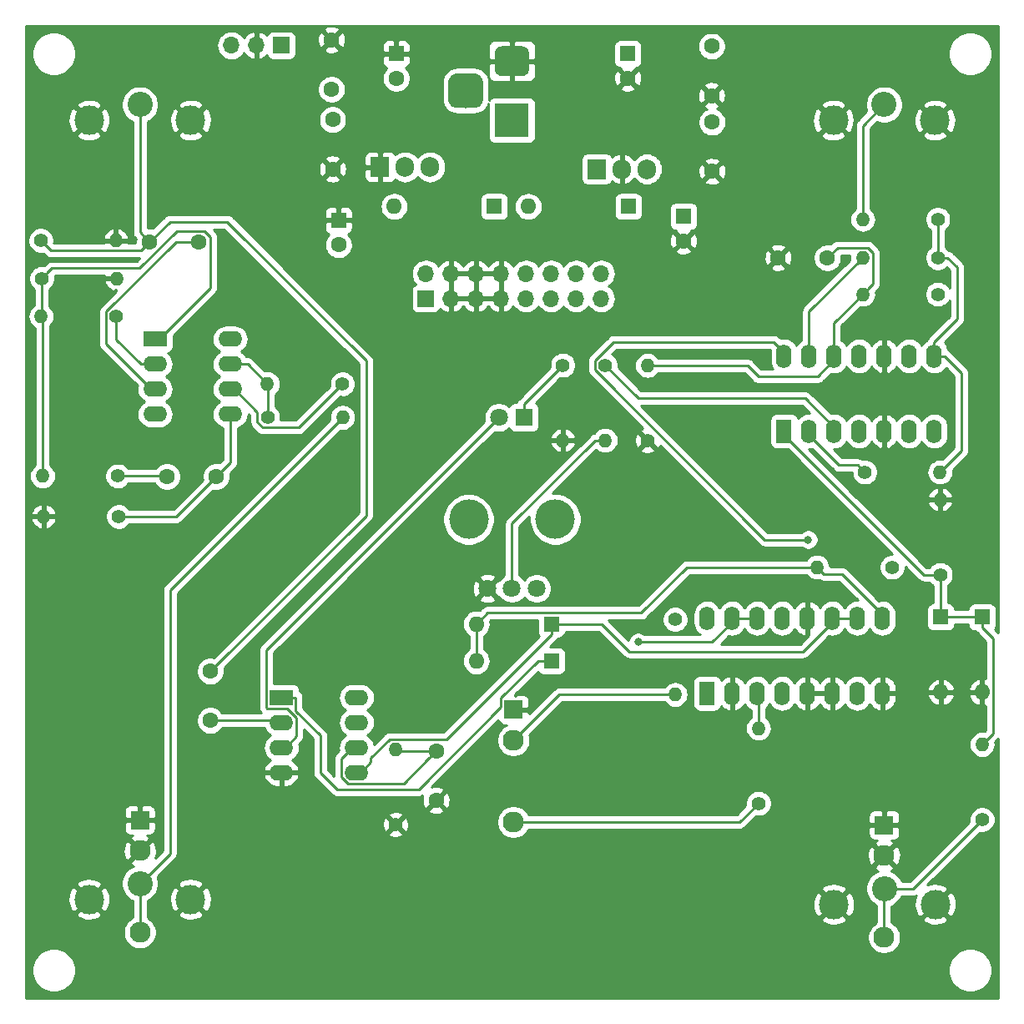
<source format=gbr>
G04 #@! TF.GenerationSoftware,KiCad,Pcbnew,(5.1.4-0-10_14)*
G04 #@! TF.CreationDate,2020-06-13T19:10:01+02:00*
G04 #@! TF.ProjectId,Sync-Ope-proto,53796e63-2d4f-4706-952d-70726f746f2e,0.2*
G04 #@! TF.SameCoordinates,Original*
G04 #@! TF.FileFunction,Copper,L1,Top*
G04 #@! TF.FilePolarity,Positive*
%FSLAX46Y46*%
G04 Gerber Fmt 4.6, Leading zero omitted, Abs format (unit mm)*
G04 Created by KiCad (PCBNEW (5.1.4-0-10_14)) date 2020-06-13 19:10:01*
%MOMM*%
%LPD*%
G04 APERTURE LIST*
%ADD10C,1.600000*%
%ADD11R,1.600000X1.600000*%
%ADD12R,1.800000X1.800000*%
%ADD13C,1.800000*%
%ADD14O,1.600000X1.600000*%
%ADD15C,3.000000*%
%ADD16C,2.550000*%
%ADD17R,1.700000X1.700000*%
%ADD18O,1.700000X1.700000*%
%ADD19C,2.130000*%
%ADD20R,1.930000X1.830000*%
%ADD21R,3.500000X3.500000*%
%ADD22C,0.100000*%
%ADD23C,3.500000*%
%ADD24O,1.400000X1.400000*%
%ADD25C,1.400000*%
%ADD26C,4.000000*%
%ADD27R,2.400000X1.600000*%
%ADD28O,2.400000X1.600000*%
%ADD29R,1.600000X2.400000*%
%ADD30O,1.600000X2.400000*%
%ADD31O,1.905000X2.000000*%
%ADD32R,1.905000X2.000000*%
%ADD33C,0.800000*%
%ADD34C,0.250000*%
%ADD35C,0.254000*%
G04 APERTURE END LIST*
D10*
X118250000Y-72600000D03*
X113250000Y-72600000D03*
X115000000Y-96400000D03*
X120000000Y-96400000D03*
X119400000Y-121150000D03*
X119400000Y-116150000D03*
X142300000Y-124250000D03*
X142300000Y-129250000D03*
X182000000Y-74200000D03*
X177000000Y-74200000D03*
X170250000Y-57750000D03*
X170250000Y-52750000D03*
X170300000Y-60450000D03*
X170300000Y-65450000D03*
X131700000Y-57100000D03*
X131700000Y-52100000D03*
X131800000Y-65200000D03*
X131800000Y-60200000D03*
D11*
X167400000Y-70000000D03*
D10*
X167400000Y-72500000D03*
X132400000Y-72900000D03*
D11*
X132400000Y-70400000D03*
X161750000Y-53500000D03*
D10*
X161750000Y-56000000D03*
X138250000Y-56000000D03*
D11*
X138250000Y-53500000D03*
D12*
X151200000Y-90400000D03*
D13*
X148660000Y-90400000D03*
D14*
X146380000Y-111350000D03*
D11*
X154000000Y-111350000D03*
X154000000Y-115100000D03*
D14*
X146380000Y-115100000D03*
D11*
X161800000Y-69000000D03*
D14*
X151640000Y-69000000D03*
X138040000Y-69000000D03*
D11*
X148200000Y-69000000D03*
X197700000Y-110650000D03*
D14*
X197700000Y-118270000D03*
X193500000Y-118270000D03*
D11*
X193500000Y-110650000D03*
D15*
X107100000Y-60250000D03*
X117400000Y-60250000D03*
D16*
X112250000Y-58650000D03*
D17*
X141250000Y-78350000D03*
D18*
X141250000Y-75810000D03*
X143790000Y-78350000D03*
X143790000Y-75810000D03*
X146330000Y-78350000D03*
X146330000Y-75810000D03*
X148870000Y-78350000D03*
X148870000Y-75810000D03*
X151410000Y-78350000D03*
X151410000Y-75810000D03*
X153950000Y-78350000D03*
X153950000Y-75810000D03*
X156490000Y-78350000D03*
X156490000Y-75810000D03*
X159030000Y-78350000D03*
X159030000Y-75810000D03*
D19*
X112250000Y-134350000D03*
D20*
X112250000Y-131250000D03*
D19*
X112250000Y-142650000D03*
X187750000Y-134850000D03*
D20*
X187750000Y-131750000D03*
D19*
X187750000Y-143150000D03*
X150150000Y-131450000D03*
D20*
X150150000Y-120050000D03*
D19*
X150150000Y-123150000D03*
D16*
X187750000Y-58650000D03*
D15*
X192900000Y-60250000D03*
X182600000Y-60250000D03*
D21*
X150000000Y-60250000D03*
D22*
G36*
X151073513Y-52753611D02*
G01*
X151146318Y-52764411D01*
X151217714Y-52782295D01*
X151287013Y-52807090D01*
X151353548Y-52838559D01*
X151416678Y-52876398D01*
X151475795Y-52920242D01*
X151530330Y-52969670D01*
X151579758Y-53024205D01*
X151623602Y-53083322D01*
X151661441Y-53146452D01*
X151692910Y-53212987D01*
X151717705Y-53282286D01*
X151735589Y-53353682D01*
X151746389Y-53426487D01*
X151750000Y-53500000D01*
X151750000Y-55000000D01*
X151746389Y-55073513D01*
X151735589Y-55146318D01*
X151717705Y-55217714D01*
X151692910Y-55287013D01*
X151661441Y-55353548D01*
X151623602Y-55416678D01*
X151579758Y-55475795D01*
X151530330Y-55530330D01*
X151475795Y-55579758D01*
X151416678Y-55623602D01*
X151353548Y-55661441D01*
X151287013Y-55692910D01*
X151217714Y-55717705D01*
X151146318Y-55735589D01*
X151073513Y-55746389D01*
X151000000Y-55750000D01*
X149000000Y-55750000D01*
X148926487Y-55746389D01*
X148853682Y-55735589D01*
X148782286Y-55717705D01*
X148712987Y-55692910D01*
X148646452Y-55661441D01*
X148583322Y-55623602D01*
X148524205Y-55579758D01*
X148469670Y-55530330D01*
X148420242Y-55475795D01*
X148376398Y-55416678D01*
X148338559Y-55353548D01*
X148307090Y-55287013D01*
X148282295Y-55217714D01*
X148264411Y-55146318D01*
X148253611Y-55073513D01*
X148250000Y-55000000D01*
X148250000Y-53500000D01*
X148253611Y-53426487D01*
X148264411Y-53353682D01*
X148282295Y-53282286D01*
X148307090Y-53212987D01*
X148338559Y-53146452D01*
X148376398Y-53083322D01*
X148420242Y-53024205D01*
X148469670Y-52969670D01*
X148524205Y-52920242D01*
X148583322Y-52876398D01*
X148646452Y-52838559D01*
X148712987Y-52807090D01*
X148782286Y-52782295D01*
X148853682Y-52764411D01*
X148926487Y-52753611D01*
X149000000Y-52750000D01*
X151000000Y-52750000D01*
X151073513Y-52753611D01*
X151073513Y-52753611D01*
G37*
D15*
X150000000Y-54250000D03*
D22*
G36*
X146260765Y-55504213D02*
G01*
X146345704Y-55516813D01*
X146428999Y-55537677D01*
X146509848Y-55566605D01*
X146587472Y-55603319D01*
X146661124Y-55647464D01*
X146730094Y-55698616D01*
X146793718Y-55756282D01*
X146851384Y-55819906D01*
X146902536Y-55888876D01*
X146946681Y-55962528D01*
X146983395Y-56040152D01*
X147012323Y-56121001D01*
X147033187Y-56204296D01*
X147045787Y-56289235D01*
X147050000Y-56375000D01*
X147050000Y-58125000D01*
X147045787Y-58210765D01*
X147033187Y-58295704D01*
X147012323Y-58378999D01*
X146983395Y-58459848D01*
X146946681Y-58537472D01*
X146902536Y-58611124D01*
X146851384Y-58680094D01*
X146793718Y-58743718D01*
X146730094Y-58801384D01*
X146661124Y-58852536D01*
X146587472Y-58896681D01*
X146509848Y-58933395D01*
X146428999Y-58962323D01*
X146345704Y-58983187D01*
X146260765Y-58995787D01*
X146175000Y-59000000D01*
X144425000Y-59000000D01*
X144339235Y-58995787D01*
X144254296Y-58983187D01*
X144171001Y-58962323D01*
X144090152Y-58933395D01*
X144012528Y-58896681D01*
X143938876Y-58852536D01*
X143869906Y-58801384D01*
X143806282Y-58743718D01*
X143748616Y-58680094D01*
X143697464Y-58611124D01*
X143653319Y-58537472D01*
X143616605Y-58459848D01*
X143587677Y-58378999D01*
X143566813Y-58295704D01*
X143554213Y-58210765D01*
X143550000Y-58125000D01*
X143550000Y-56375000D01*
X143554213Y-56289235D01*
X143566813Y-56204296D01*
X143587677Y-56121001D01*
X143616605Y-56040152D01*
X143653319Y-55962528D01*
X143697464Y-55888876D01*
X143748616Y-55819906D01*
X143806282Y-55756282D01*
X143869906Y-55698616D01*
X143938876Y-55647464D01*
X144012528Y-55603319D01*
X144090152Y-55566605D01*
X144171001Y-55537677D01*
X144254296Y-55516813D01*
X144339235Y-55504213D01*
X144425000Y-55500000D01*
X146175000Y-55500000D01*
X146260765Y-55504213D01*
X146260765Y-55504213D01*
G37*
D23*
X145300000Y-57250000D03*
D17*
X126600000Y-52650000D03*
D18*
X124060000Y-52650000D03*
X121520000Y-52650000D03*
D16*
X187800000Y-138200000D03*
D15*
X192950000Y-139800000D03*
X182650000Y-139800000D03*
X107100000Y-139300000D03*
X117400000Y-139300000D03*
D16*
X112250000Y-137700000D03*
D24*
X109820000Y-72450000D03*
D25*
X102200000Y-72450000D03*
X102300000Y-76300000D03*
D24*
X109920000Y-76300000D03*
D25*
X175000000Y-129550000D03*
D24*
X175000000Y-121930000D03*
D25*
X109850000Y-80150000D03*
D24*
X102230000Y-80150000D03*
X155150000Y-92720000D03*
D25*
X155150000Y-85100000D03*
D24*
X125180000Y-87000000D03*
D25*
X132800000Y-87000000D03*
D24*
X102380000Y-96350000D03*
D25*
X110000000Y-96350000D03*
X125200000Y-90400000D03*
D24*
X132820000Y-90400000D03*
X138200000Y-124080000D03*
D25*
X138200000Y-131700000D03*
X110100000Y-100450000D03*
D24*
X102480000Y-100450000D03*
D25*
X159450000Y-85100000D03*
D24*
X159450000Y-92720000D03*
X193450000Y-98730000D03*
D25*
X193450000Y-106350000D03*
D24*
X197700000Y-123580000D03*
D25*
X197700000Y-131200000D03*
D24*
X180930000Y-105600000D03*
D25*
X188550000Y-105600000D03*
X185800000Y-95950000D03*
D24*
X193420000Y-95950000D03*
D25*
X166550000Y-110900000D03*
D24*
X166550000Y-118520000D03*
X185580000Y-74200000D03*
D25*
X193200000Y-74200000D03*
X163750000Y-92750000D03*
D24*
X163750000Y-85130000D03*
X185580000Y-77900000D03*
D25*
X193200000Y-77900000D03*
X193200000Y-70300000D03*
D24*
X185580000Y-70300000D03*
D13*
X147500000Y-107750000D03*
X150000000Y-107750000D03*
X152500000Y-107750000D03*
D26*
X145600000Y-100750000D03*
X154400000Y-100750000D03*
D27*
X113800000Y-82450000D03*
D28*
X121420000Y-90070000D03*
X113800000Y-84990000D03*
X121420000Y-87530000D03*
X113800000Y-87530000D03*
X121420000Y-84990000D03*
X113800000Y-90070000D03*
X121420000Y-82450000D03*
X134220000Y-118800000D03*
X126600000Y-126420000D03*
X134220000Y-121340000D03*
X126600000Y-123880000D03*
X134220000Y-123880000D03*
X126600000Y-121340000D03*
X134220000Y-126420000D03*
D27*
X126600000Y-118800000D03*
D29*
X177600000Y-91800000D03*
D30*
X192840000Y-84180000D03*
X180140000Y-91800000D03*
X190300000Y-84180000D03*
X182680000Y-91800000D03*
X187760000Y-84180000D03*
X185220000Y-91800000D03*
X185220000Y-84180000D03*
X187760000Y-91800000D03*
X182680000Y-84180000D03*
X190300000Y-91800000D03*
X180140000Y-84180000D03*
X192840000Y-91800000D03*
X177600000Y-84180000D03*
D31*
X163680000Y-65200000D03*
X161140000Y-65200000D03*
D32*
X158600000Y-65200000D03*
X136600000Y-65000000D03*
D31*
X139140000Y-65000000D03*
X141680000Y-65000000D03*
D29*
X169800000Y-118400000D03*
D30*
X187580000Y-110780000D03*
X172340000Y-118400000D03*
X185040000Y-110780000D03*
X174880000Y-118400000D03*
X182500000Y-110780000D03*
X177420000Y-118400000D03*
X179960000Y-110780000D03*
X179960000Y-118400000D03*
X177420000Y-110780000D03*
X182500000Y-118400000D03*
X174880000Y-110780000D03*
X185040000Y-118400000D03*
X172340000Y-110780000D03*
X187580000Y-118400000D03*
X169800000Y-110780000D03*
D33*
X162800000Y-113200000D03*
X180050000Y-102800000D03*
D34*
X115882998Y-72600000D02*
X117118630Y-72600000D01*
X108824999Y-79657999D02*
X115882998Y-72600000D01*
X108824999Y-82954999D02*
X108824999Y-79657999D01*
X113400000Y-87530000D02*
X108824999Y-82954999D01*
X113800000Y-87530000D02*
X113400000Y-87530000D01*
X117118630Y-72600000D02*
X118250000Y-72600000D01*
X112250000Y-71600000D02*
X113250000Y-72600000D01*
X112250000Y-58650000D02*
X112250000Y-71600000D01*
X103225001Y-73475001D02*
X112374999Y-73475001D01*
X112450001Y-73399999D02*
X113250000Y-72600000D01*
X112374999Y-73475001D02*
X112450001Y-73399999D01*
X102200000Y-72450000D02*
X103225001Y-73475001D01*
X135200000Y-100350000D02*
X119400000Y-116150000D01*
X135200000Y-84650000D02*
X135200000Y-100350000D01*
X121100000Y-70550000D02*
X135200000Y-84650000D01*
X115300000Y-70550000D02*
X121100000Y-70550000D01*
X113250000Y-72600000D02*
X115300000Y-70550000D01*
X114950000Y-96350000D02*
X115000000Y-96400000D01*
X110000000Y-96350000D02*
X114950000Y-96350000D01*
X115950000Y-100450000D02*
X120000000Y-96400000D01*
X110100000Y-100450000D02*
X115950000Y-100450000D01*
X121420000Y-94980000D02*
X121420000Y-90070000D01*
X120000000Y-96400000D02*
X121420000Y-94980000D01*
X172340000Y-110780000D02*
X174880000Y-110780000D01*
X170320000Y-113200000D02*
X172340000Y-111180000D01*
X172340000Y-111180000D02*
X172340000Y-110780000D01*
X162800000Y-113200000D02*
X170320000Y-113200000D01*
X175632998Y-102800000D02*
X180050000Y-102800000D01*
X160302998Y-82730000D02*
X158424999Y-84607999D01*
X176550000Y-82730000D02*
X160302998Y-82730000D01*
X158424999Y-85592001D02*
X175632998Y-102800000D01*
X158424999Y-84607999D02*
X158424999Y-85592001D01*
X177600000Y-83780000D02*
X176550000Y-82730000D01*
X177600000Y-84180000D02*
X177600000Y-83780000D01*
X126410000Y-121150000D02*
X126600000Y-121340000D01*
X119400000Y-121150000D02*
X126410000Y-121150000D01*
X141500001Y-125049999D02*
X142300000Y-124250000D01*
X139004990Y-127545010D02*
X141500001Y-125049999D01*
X132694990Y-126885994D02*
X133354006Y-127545010D01*
X132694990Y-125005010D02*
X132694990Y-126885994D01*
X133354006Y-127545010D02*
X139004990Y-127545010D01*
X133820000Y-123880000D02*
X132694990Y-125005010D01*
X134220000Y-123880000D02*
X133820000Y-123880000D01*
X138370000Y-124250000D02*
X138200000Y-124080000D01*
X142300000Y-124250000D02*
X138370000Y-124250000D01*
X182680000Y-80800000D02*
X185580000Y-77900000D01*
X182680000Y-84180000D02*
X182680000Y-80800000D01*
X186279999Y-77200001D02*
X185580000Y-77900000D01*
X186605001Y-73707999D02*
X186605001Y-76874999D01*
X186072001Y-73174999D02*
X186605001Y-73707999D01*
X183025001Y-73174999D02*
X186072001Y-73174999D01*
X186605001Y-76874999D02*
X186279999Y-77200001D01*
X182000000Y-74200000D02*
X183025001Y-73174999D01*
X163750000Y-85130000D02*
X173880000Y-85130000D01*
X173880000Y-85130000D02*
X175000000Y-86250000D01*
X182680000Y-84580000D02*
X182680000Y-84180000D01*
X181010000Y-86250000D02*
X182680000Y-84580000D01*
X175000000Y-86250000D02*
X181010000Y-86250000D01*
X151200000Y-89050000D02*
X155150000Y-85100000D01*
X151200000Y-90400000D02*
X151200000Y-89050000D01*
X125074999Y-113985001D02*
X147760001Y-91299999D01*
X147760001Y-91299999D02*
X148660000Y-90400000D01*
X125074999Y-119860001D02*
X125074999Y-113985001D01*
X125139999Y-119925001D02*
X125074999Y-119860001D01*
X127176005Y-119925001D02*
X125139999Y-119925001D01*
X128125010Y-120874006D02*
X127176005Y-119925001D01*
X128125010Y-122754990D02*
X128125010Y-120874006D01*
X127000000Y-123880000D02*
X128125010Y-122754990D01*
X126600000Y-123880000D02*
X127000000Y-123880000D01*
X134620000Y-126420000D02*
X134220000Y-126420000D01*
X135670000Y-125370000D02*
X134620000Y-126420000D01*
X137585001Y-123054999D02*
X135670000Y-124970000D01*
X135670000Y-124970000D02*
X135670000Y-125370000D01*
X143345001Y-123054999D02*
X137585001Y-123054999D01*
X154000000Y-112400000D02*
X143345001Y-123054999D01*
X154000000Y-111350000D02*
X154000000Y-112400000D01*
X154000000Y-111350000D02*
X159100000Y-111350000D01*
X159100000Y-111350000D02*
X161900000Y-114150000D01*
X182500000Y-111180000D02*
X182500000Y-110780000D01*
X179530000Y-114150000D02*
X182500000Y-111180000D01*
X161900000Y-114150000D02*
X179530000Y-114150000D01*
X182500000Y-110780000D02*
X185040000Y-110780000D01*
X146380000Y-111350000D02*
X146380000Y-115100000D01*
X147505001Y-110224999D02*
X163125001Y-110224999D01*
X146380000Y-111350000D02*
X147505001Y-110224999D01*
X167750000Y-105600000D02*
X180930000Y-105600000D01*
X163125001Y-110224999D02*
X167750000Y-105600000D01*
X187580000Y-110380000D02*
X187580000Y-110780000D01*
X183499999Y-106299999D02*
X187580000Y-110380000D01*
X181629999Y-106299999D02*
X183499999Y-106299999D01*
X180930000Y-105600000D02*
X181629999Y-106299999D01*
X128050000Y-120162586D02*
X128050000Y-118800000D01*
X128050000Y-118800000D02*
X126600000Y-118800000D01*
X130550000Y-126450000D02*
X130550000Y-122662586D01*
X132224999Y-128124999D02*
X130550000Y-126450000D01*
X140525001Y-128124999D02*
X132224999Y-128124999D01*
X130550000Y-122662586D02*
X128050000Y-120162586D01*
X148859999Y-118874999D02*
X148859999Y-119790001D01*
X148859999Y-119790001D02*
X140525001Y-128124999D01*
X152634998Y-115100000D02*
X148859999Y-118874999D01*
X154000000Y-115100000D02*
X152634998Y-115100000D01*
X187750000Y-138250000D02*
X187800000Y-138200000D01*
X187750000Y-143150000D02*
X187750000Y-138250000D01*
X190700000Y-138200000D02*
X197700000Y-131200000D01*
X187800000Y-138200000D02*
X190700000Y-138200000D01*
X173100000Y-131450000D02*
X175000000Y-129550000D01*
X150150000Y-131450000D02*
X173100000Y-131450000D01*
X154780000Y-118520000D02*
X150150000Y-123150000D01*
X166550000Y-118520000D02*
X154780000Y-118520000D01*
X102300000Y-80080000D02*
X102230000Y-80150000D01*
X102300000Y-76300000D02*
X102300000Y-80080000D01*
X102380000Y-80300000D02*
X102230000Y-80150000D01*
X102380000Y-96350000D02*
X102380000Y-80300000D01*
X119375001Y-72059999D02*
X118790001Y-71474999D01*
X102999999Y-75600001D02*
X102300000Y-76300000D01*
X118790001Y-71474999D02*
X116040003Y-71474999D01*
X119375001Y-77274999D02*
X119375001Y-72059999D01*
X103325001Y-75274999D02*
X102999999Y-75600001D01*
X112240003Y-75274999D02*
X103325001Y-75274999D01*
X116040003Y-71474999D02*
X112240003Y-75274999D01*
X114200000Y-82450000D02*
X119375001Y-77274999D01*
X113800000Y-82450000D02*
X114200000Y-82450000D01*
X109850000Y-81139949D02*
X109850000Y-80150000D01*
X109850000Y-82490000D02*
X109850000Y-81139949D01*
X112350000Y-84990000D02*
X109850000Y-82490000D01*
X113800000Y-84990000D02*
X112350000Y-84990000D01*
X132100001Y-87699999D02*
X132800000Y-87000000D01*
X128374999Y-91425001D02*
X132100001Y-87699999D01*
X124174999Y-90892001D02*
X124707999Y-91425001D01*
X124174999Y-89884999D02*
X124174999Y-90892001D01*
X124707999Y-91425001D02*
X128374999Y-91425001D01*
X121820000Y-87530000D02*
X124174999Y-89884999D01*
X121420000Y-87530000D02*
X121820000Y-87530000D01*
X123170000Y-84990000D02*
X121420000Y-84990000D01*
X125180000Y-87000000D02*
X123170000Y-84990000D01*
X125200000Y-87020000D02*
X125180000Y-87000000D01*
X125200000Y-90400000D02*
X125200000Y-87020000D01*
X182680000Y-91400000D02*
X182680000Y-91800000D01*
X179730000Y-88450000D02*
X182680000Y-91400000D01*
X162800000Y-88450000D02*
X179730000Y-88450000D01*
X159450000Y-85100000D02*
X162800000Y-88450000D01*
X158460051Y-92720000D02*
X159450000Y-92720000D01*
X150000000Y-101180051D02*
X158460051Y-92720000D01*
X150000000Y-107750000D02*
X150000000Y-101180051D01*
X193200000Y-70300000D02*
X193200000Y-74200000D01*
X194189949Y-74200000D02*
X195150000Y-75160051D01*
X193200000Y-74200000D02*
X194189949Y-74200000D01*
X192840000Y-82730000D02*
X192840000Y-84180000D01*
X195150000Y-80420000D02*
X192840000Y-82730000D01*
X195150000Y-75160051D02*
X195150000Y-80420000D01*
X193890000Y-84180000D02*
X195600000Y-85890000D01*
X192840000Y-84180000D02*
X193890000Y-84180000D01*
X195600000Y-93770000D02*
X193420000Y-95950000D01*
X195600000Y-85890000D02*
X195600000Y-93770000D01*
X180140000Y-92200000D02*
X180140000Y-91800000D01*
X183190001Y-95250001D02*
X180140000Y-92200000D01*
X185100001Y-95250001D02*
X183190001Y-95250001D01*
X185800000Y-95950000D02*
X185100001Y-95250001D01*
X180140000Y-79640000D02*
X185580000Y-74200000D01*
X180140000Y-84180000D02*
X180140000Y-79640000D01*
X198825001Y-112825001D02*
X197700000Y-111700000D01*
X197700000Y-111700000D02*
X197700000Y-110650000D01*
X198825001Y-122454999D02*
X198825001Y-112825001D01*
X197700000Y-123580000D02*
X198825001Y-122454999D01*
X197700000Y-110650000D02*
X193500000Y-110650000D01*
X193500000Y-106400000D02*
X193450000Y-106350000D01*
X193500000Y-110650000D02*
X193500000Y-106400000D01*
X177600000Y-92200000D02*
X177600000Y-91800000D01*
X191750000Y-106350000D02*
X177600000Y-92200000D01*
X193450000Y-106350000D02*
X191750000Y-106350000D01*
X175000000Y-118520000D02*
X174880000Y-118400000D01*
X175000000Y-121930000D02*
X175000000Y-118520000D01*
X113524999Y-136425001D02*
X112250000Y-137700000D01*
X115300000Y-134650000D02*
X113524999Y-136425001D01*
X115300000Y-107920000D02*
X115300000Y-134650000D01*
X132820000Y-90400000D02*
X115300000Y-107920000D01*
X112250000Y-142650000D02*
X112250000Y-137700000D01*
X185580000Y-60820000D02*
X187750000Y-58650000D01*
X185580000Y-70300000D02*
X185580000Y-60820000D01*
D35*
G36*
X131349870Y-50701213D02*
G01*
X131083708Y-50796397D01*
X130958486Y-50863329D01*
X130886903Y-51107298D01*
X131700000Y-51920395D01*
X132513097Y-51107298D01*
X132441514Y-50863329D01*
X132186004Y-50742429D01*
X131911816Y-50673700D01*
X131633890Y-50660000D01*
X199340000Y-50660000D01*
X199340001Y-112264482D01*
X199336004Y-112261202D01*
X198962364Y-111887563D01*
X199030537Y-111804494D01*
X199089502Y-111694180D01*
X199125812Y-111574482D01*
X199138072Y-111450000D01*
X199138072Y-109850000D01*
X199125812Y-109725518D01*
X199089502Y-109605820D01*
X199030537Y-109495506D01*
X198951185Y-109398815D01*
X198854494Y-109319463D01*
X198744180Y-109260498D01*
X198624482Y-109224188D01*
X198500000Y-109211928D01*
X196900000Y-109211928D01*
X196775518Y-109224188D01*
X196655820Y-109260498D01*
X196545506Y-109319463D01*
X196448815Y-109398815D01*
X196369463Y-109495506D01*
X196310498Y-109605820D01*
X196274188Y-109725518D01*
X196261928Y-109850000D01*
X196261928Y-109890000D01*
X194938072Y-109890000D01*
X194938072Y-109850000D01*
X194925812Y-109725518D01*
X194889502Y-109605820D01*
X194830537Y-109495506D01*
X194751185Y-109398815D01*
X194654494Y-109319463D01*
X194544180Y-109260498D01*
X194424482Y-109224188D01*
X194300000Y-109211928D01*
X194260000Y-109211928D01*
X194260000Y-107414366D01*
X194301013Y-107386962D01*
X194486962Y-107201013D01*
X194633061Y-106982359D01*
X194733696Y-106739405D01*
X194785000Y-106481486D01*
X194785000Y-106218514D01*
X194733696Y-105960595D01*
X194633061Y-105717641D01*
X194486962Y-105498987D01*
X194301013Y-105313038D01*
X194082359Y-105166939D01*
X193839405Y-105066304D01*
X193581486Y-105015000D01*
X193318514Y-105015000D01*
X193060595Y-105066304D01*
X192817641Y-105166939D01*
X192598987Y-105313038D01*
X192413038Y-105498987D01*
X192352225Y-105590000D01*
X192064802Y-105590000D01*
X185538132Y-99063330D01*
X192157278Y-99063330D01*
X192247147Y-99309123D01*
X192383241Y-99532660D01*
X192560330Y-99725351D01*
X192771608Y-99879792D01*
X193008956Y-99990047D01*
X193116671Y-100022716D01*
X193323000Y-99899374D01*
X193323000Y-98857000D01*
X193577000Y-98857000D01*
X193577000Y-99899374D01*
X193783329Y-100022716D01*
X193891044Y-99990047D01*
X194128392Y-99879792D01*
X194339670Y-99725351D01*
X194516759Y-99532660D01*
X194652853Y-99309123D01*
X194742722Y-99063330D01*
X194620201Y-98857000D01*
X193577000Y-98857000D01*
X193323000Y-98857000D01*
X192279799Y-98857000D01*
X192157278Y-99063330D01*
X185538132Y-99063330D01*
X184871472Y-98396670D01*
X192157278Y-98396670D01*
X192279799Y-98603000D01*
X193323000Y-98603000D01*
X193323000Y-97560626D01*
X193577000Y-97560626D01*
X193577000Y-98603000D01*
X194620201Y-98603000D01*
X194742722Y-98396670D01*
X194652853Y-98150877D01*
X194516759Y-97927340D01*
X194339670Y-97734649D01*
X194128392Y-97580208D01*
X193891044Y-97469953D01*
X193783329Y-97437284D01*
X193577000Y-97560626D01*
X193323000Y-97560626D01*
X193116671Y-97437284D01*
X193008956Y-97469953D01*
X192771608Y-97580208D01*
X192560330Y-97734649D01*
X192383241Y-97927340D01*
X192247147Y-98150877D01*
X192157278Y-98396670D01*
X184871472Y-98396670D01*
X180114203Y-93639402D01*
X180140000Y-93641943D01*
X180421309Y-93614236D01*
X180465906Y-93600708D01*
X182626201Y-95761003D01*
X182650000Y-95790002D01*
X182765725Y-95884975D01*
X182897754Y-95955547D01*
X183041015Y-95999004D01*
X183152668Y-96010001D01*
X183152676Y-96010001D01*
X183190001Y-96013677D01*
X183227326Y-96010001D01*
X184465000Y-96010001D01*
X184465000Y-96081486D01*
X184516304Y-96339405D01*
X184616939Y-96582359D01*
X184763038Y-96801013D01*
X184948987Y-96986962D01*
X185167641Y-97133061D01*
X185410595Y-97233696D01*
X185668514Y-97285000D01*
X185931486Y-97285000D01*
X186189405Y-97233696D01*
X186432359Y-97133061D01*
X186651013Y-96986962D01*
X186836962Y-96801013D01*
X186983061Y-96582359D01*
X187083696Y-96339405D01*
X187135000Y-96081486D01*
X187135000Y-95818514D01*
X187083696Y-95560595D01*
X186983061Y-95317641D01*
X186836962Y-95098987D01*
X186651013Y-94913038D01*
X186432359Y-94766939D01*
X186189405Y-94666304D01*
X185931486Y-94615000D01*
X185668514Y-94615000D01*
X185552390Y-94638099D01*
X185524277Y-94615027D01*
X185392248Y-94544455D01*
X185248987Y-94500998D01*
X185137334Y-94490001D01*
X185137323Y-94490001D01*
X185100001Y-94486325D01*
X185062679Y-94490001D01*
X183504803Y-94490001D01*
X182654204Y-93639402D01*
X182680000Y-93641943D01*
X182961309Y-93614236D01*
X183231808Y-93532182D01*
X183481101Y-93398932D01*
X183699608Y-93219608D01*
X183878932Y-93001101D01*
X183950000Y-92868142D01*
X184021068Y-93001101D01*
X184200393Y-93219608D01*
X184418900Y-93398932D01*
X184668193Y-93532182D01*
X184938692Y-93614236D01*
X185220000Y-93641943D01*
X185501309Y-93614236D01*
X185771808Y-93532182D01*
X186021101Y-93398932D01*
X186239608Y-93219608D01*
X186418932Y-93001101D01*
X186487265Y-92873259D01*
X186637399Y-93102839D01*
X186835105Y-93304500D01*
X187068354Y-93463715D01*
X187328182Y-93574367D01*
X187410961Y-93591904D01*
X187633000Y-93469915D01*
X187633000Y-91927000D01*
X187613000Y-91927000D01*
X187613000Y-91673000D01*
X187633000Y-91673000D01*
X187633000Y-90130085D01*
X187887000Y-90130085D01*
X187887000Y-91673000D01*
X187907000Y-91673000D01*
X187907000Y-91927000D01*
X187887000Y-91927000D01*
X187887000Y-93469915D01*
X188109039Y-93591904D01*
X188191818Y-93574367D01*
X188451646Y-93463715D01*
X188684895Y-93304500D01*
X188882601Y-93102839D01*
X189032735Y-92873259D01*
X189101068Y-93001101D01*
X189280393Y-93219608D01*
X189498900Y-93398932D01*
X189748193Y-93532182D01*
X190018692Y-93614236D01*
X190300000Y-93641943D01*
X190581309Y-93614236D01*
X190851808Y-93532182D01*
X191101101Y-93398932D01*
X191319608Y-93219608D01*
X191498932Y-93001101D01*
X191570000Y-92868142D01*
X191641068Y-93001101D01*
X191820393Y-93219608D01*
X192038900Y-93398932D01*
X192288193Y-93532182D01*
X192558692Y-93614236D01*
X192840000Y-93641943D01*
X193121309Y-93614236D01*
X193391808Y-93532182D01*
X193641101Y-93398932D01*
X193859608Y-93219608D01*
X194038932Y-93001101D01*
X194172182Y-92751808D01*
X194254236Y-92481309D01*
X194275000Y-92270491D01*
X194275000Y-91329508D01*
X194254236Y-91118691D01*
X194172182Y-90848192D01*
X194038932Y-90598899D01*
X193859607Y-90380392D01*
X193641100Y-90201068D01*
X193391807Y-90067818D01*
X193121308Y-89985764D01*
X192840000Y-89958057D01*
X192558691Y-89985764D01*
X192288192Y-90067818D01*
X192038899Y-90201068D01*
X191820392Y-90380393D01*
X191641068Y-90598900D01*
X191570000Y-90731858D01*
X191498932Y-90598899D01*
X191319607Y-90380392D01*
X191101100Y-90201068D01*
X190851807Y-90067818D01*
X190581308Y-89985764D01*
X190300000Y-89958057D01*
X190018691Y-89985764D01*
X189748192Y-90067818D01*
X189498899Y-90201068D01*
X189280392Y-90380393D01*
X189101068Y-90598900D01*
X189032735Y-90726742D01*
X188882601Y-90497161D01*
X188684895Y-90295500D01*
X188451646Y-90136285D01*
X188191818Y-90025633D01*
X188109039Y-90008096D01*
X187887000Y-90130085D01*
X187633000Y-90130085D01*
X187410961Y-90008096D01*
X187328182Y-90025633D01*
X187068354Y-90136285D01*
X186835105Y-90295500D01*
X186637399Y-90497161D01*
X186487265Y-90726741D01*
X186418932Y-90598899D01*
X186239607Y-90380392D01*
X186021100Y-90201068D01*
X185771807Y-90067818D01*
X185501308Y-89985764D01*
X185220000Y-89958057D01*
X184938691Y-89985764D01*
X184668192Y-90067818D01*
X184418899Y-90201068D01*
X184200392Y-90380393D01*
X184021068Y-90598900D01*
X183950000Y-90731858D01*
X183878932Y-90598899D01*
X183699607Y-90380392D01*
X183481100Y-90201068D01*
X183231807Y-90067818D01*
X182961308Y-89985764D01*
X182680000Y-89958057D01*
X182398691Y-89985764D01*
X182354094Y-89999292D01*
X180293804Y-87939003D01*
X180270001Y-87909999D01*
X180154276Y-87815026D01*
X180022247Y-87744454D01*
X179878986Y-87700997D01*
X179767333Y-87690000D01*
X179767322Y-87690000D01*
X179730000Y-87686324D01*
X179692678Y-87690000D01*
X163114803Y-87690000D01*
X160763645Y-85338843D01*
X160785000Y-85231486D01*
X160785000Y-84968514D01*
X160733696Y-84710595D01*
X160633061Y-84467641D01*
X160486962Y-84248987D01*
X160301013Y-84063038D01*
X160147401Y-83960398D01*
X160617800Y-83490000D01*
X176188401Y-83490000D01*
X176185764Y-83498692D01*
X176165000Y-83709509D01*
X176165000Y-84650492D01*
X176185764Y-84861309D01*
X176267818Y-85131808D01*
X176401068Y-85381101D01*
X176490440Y-85490000D01*
X175314802Y-85490000D01*
X174443804Y-84619002D01*
X174420001Y-84589999D01*
X174304276Y-84495026D01*
X174172247Y-84424454D01*
X174028986Y-84380997D01*
X173917333Y-84370000D01*
X173917322Y-84370000D01*
X173880000Y-84366324D01*
X173842678Y-84370000D01*
X164853298Y-84370000D01*
X164698555Y-84181445D01*
X164495275Y-84014618D01*
X164263354Y-83890653D01*
X164011706Y-83814317D01*
X163815579Y-83795000D01*
X163684421Y-83795000D01*
X163488294Y-83814317D01*
X163236646Y-83890653D01*
X163004725Y-84014618D01*
X162801445Y-84181445D01*
X162634618Y-84384725D01*
X162510653Y-84616646D01*
X162434317Y-84868294D01*
X162408541Y-85130000D01*
X162434317Y-85391706D01*
X162510653Y-85643354D01*
X162634618Y-85875275D01*
X162801445Y-86078555D01*
X163004725Y-86245382D01*
X163236646Y-86369347D01*
X163488294Y-86445683D01*
X163684421Y-86465000D01*
X163815579Y-86465000D01*
X164011706Y-86445683D01*
X164263354Y-86369347D01*
X164495275Y-86245382D01*
X164698555Y-86078555D01*
X164853298Y-85890000D01*
X173565199Y-85890000D01*
X174436201Y-86761003D01*
X174459999Y-86790001D01*
X174575724Y-86884974D01*
X174707753Y-86955546D01*
X174851014Y-86999003D01*
X174962667Y-87010000D01*
X174962676Y-87010000D01*
X174999999Y-87013676D01*
X175037322Y-87010000D01*
X180972678Y-87010000D01*
X181010000Y-87013676D01*
X181047322Y-87010000D01*
X181047333Y-87010000D01*
X181158986Y-86999003D01*
X181302247Y-86955546D01*
X181434276Y-86884974D01*
X181550001Y-86790001D01*
X181573804Y-86760997D01*
X182354094Y-85980708D01*
X182398692Y-85994236D01*
X182680000Y-86021943D01*
X182961309Y-85994236D01*
X183231808Y-85912182D01*
X183481101Y-85778932D01*
X183699608Y-85599608D01*
X183878932Y-85381101D01*
X183950000Y-85248142D01*
X184021068Y-85381101D01*
X184200393Y-85599608D01*
X184418900Y-85778932D01*
X184668193Y-85912182D01*
X184938692Y-85994236D01*
X185220000Y-86021943D01*
X185501309Y-85994236D01*
X185771808Y-85912182D01*
X186021101Y-85778932D01*
X186239608Y-85599608D01*
X186418932Y-85381101D01*
X186487265Y-85253259D01*
X186637399Y-85482839D01*
X186835105Y-85684500D01*
X187068354Y-85843715D01*
X187328182Y-85954367D01*
X187410961Y-85971904D01*
X187633000Y-85849915D01*
X187633000Y-84307000D01*
X187613000Y-84307000D01*
X187613000Y-84053000D01*
X187633000Y-84053000D01*
X187633000Y-82510085D01*
X187887000Y-82510085D01*
X187887000Y-84053000D01*
X187907000Y-84053000D01*
X187907000Y-84307000D01*
X187887000Y-84307000D01*
X187887000Y-85849915D01*
X188109039Y-85971904D01*
X188191818Y-85954367D01*
X188451646Y-85843715D01*
X188684895Y-85684500D01*
X188882601Y-85482839D01*
X189032735Y-85253259D01*
X189101068Y-85381101D01*
X189280393Y-85599608D01*
X189498900Y-85778932D01*
X189748193Y-85912182D01*
X190018692Y-85994236D01*
X190300000Y-86021943D01*
X190581309Y-85994236D01*
X190851808Y-85912182D01*
X191101101Y-85778932D01*
X191319608Y-85599608D01*
X191498932Y-85381101D01*
X191570000Y-85248142D01*
X191641068Y-85381101D01*
X191820393Y-85599608D01*
X192038900Y-85778932D01*
X192288193Y-85912182D01*
X192558692Y-85994236D01*
X192840000Y-86021943D01*
X193121309Y-85994236D01*
X193391808Y-85912182D01*
X193641101Y-85778932D01*
X193859608Y-85599608D01*
X194028730Y-85393532D01*
X194840000Y-86204802D01*
X194840001Y-93455197D01*
X193662749Y-94632450D01*
X193485579Y-94615000D01*
X193354421Y-94615000D01*
X193158294Y-94634317D01*
X192906646Y-94710653D01*
X192674725Y-94834618D01*
X192471445Y-95001445D01*
X192304618Y-95204725D01*
X192180653Y-95436646D01*
X192104317Y-95688294D01*
X192078541Y-95950000D01*
X192104317Y-96211706D01*
X192180653Y-96463354D01*
X192304618Y-96695275D01*
X192471445Y-96898555D01*
X192674725Y-97065382D01*
X192906646Y-97189347D01*
X193158294Y-97265683D01*
X193354421Y-97285000D01*
X193485579Y-97285000D01*
X193681706Y-97265683D01*
X193933354Y-97189347D01*
X194165275Y-97065382D01*
X194368555Y-96898555D01*
X194535382Y-96695275D01*
X194659347Y-96463354D01*
X194735683Y-96211706D01*
X194761459Y-95950000D01*
X194737550Y-95707251D01*
X196111003Y-94333799D01*
X196140001Y-94310001D01*
X196234974Y-94194276D01*
X196305546Y-94062247D01*
X196349003Y-93918986D01*
X196360000Y-93807333D01*
X196363677Y-93770000D01*
X196360000Y-93732667D01*
X196360000Y-85927322D01*
X196363676Y-85889999D01*
X196360000Y-85852676D01*
X196360000Y-85852667D01*
X196349003Y-85741014D01*
X196305546Y-85597753D01*
X196234974Y-85465724D01*
X196140001Y-85349999D01*
X196111004Y-85326202D01*
X194453804Y-83669003D01*
X194430001Y-83639999D01*
X194314276Y-83545026D01*
X194255717Y-83513725D01*
X194254236Y-83498691D01*
X194172182Y-83228192D01*
X194038932Y-82978899D01*
X193870787Y-82774014D01*
X195661003Y-80983799D01*
X195690001Y-80960001D01*
X195784974Y-80844276D01*
X195855546Y-80712247D01*
X195899003Y-80568986D01*
X195910000Y-80457333D01*
X195910000Y-80457324D01*
X195913676Y-80420001D01*
X195910000Y-80382678D01*
X195910000Y-75197373D01*
X195913676Y-75160050D01*
X195910000Y-75122727D01*
X195910000Y-75122718D01*
X195899003Y-75011065D01*
X195855546Y-74867804D01*
X195828012Y-74816292D01*
X195784974Y-74735774D01*
X195713799Y-74649048D01*
X195690001Y-74620050D01*
X195661004Y-74596253D01*
X194753753Y-73689002D01*
X194729950Y-73659999D01*
X194614225Y-73565026D01*
X194482196Y-73494454D01*
X194338935Y-73450997D01*
X194302740Y-73447432D01*
X194236962Y-73348987D01*
X194051013Y-73163038D01*
X193960000Y-73102225D01*
X193960000Y-71397775D01*
X194051013Y-71336962D01*
X194236962Y-71151013D01*
X194383061Y-70932359D01*
X194483696Y-70689405D01*
X194535000Y-70431486D01*
X194535000Y-70168514D01*
X194483696Y-69910595D01*
X194383061Y-69667641D01*
X194236962Y-69448987D01*
X194051013Y-69263038D01*
X193832359Y-69116939D01*
X193589405Y-69016304D01*
X193331486Y-68965000D01*
X193068514Y-68965000D01*
X192810595Y-69016304D01*
X192567641Y-69116939D01*
X192348987Y-69263038D01*
X192163038Y-69448987D01*
X192016939Y-69667641D01*
X191916304Y-69910595D01*
X191865000Y-70168514D01*
X191865000Y-70431486D01*
X191916304Y-70689405D01*
X192016939Y-70932359D01*
X192163038Y-71151013D01*
X192348987Y-71336962D01*
X192440000Y-71397775D01*
X192440001Y-73102225D01*
X192348987Y-73163038D01*
X192163038Y-73348987D01*
X192016939Y-73567641D01*
X191916304Y-73810595D01*
X191865000Y-74068514D01*
X191865000Y-74331486D01*
X191916304Y-74589405D01*
X192016939Y-74832359D01*
X192163038Y-75051013D01*
X192348987Y-75236962D01*
X192567641Y-75383061D01*
X192810595Y-75483696D01*
X193068514Y-75535000D01*
X193331486Y-75535000D01*
X193589405Y-75483696D01*
X193832359Y-75383061D01*
X194051013Y-75236962D01*
X194101561Y-75186414D01*
X194390000Y-75474853D01*
X194390000Y-77284394D01*
X194383061Y-77267641D01*
X194236962Y-77048987D01*
X194051013Y-76863038D01*
X193832359Y-76716939D01*
X193589405Y-76616304D01*
X193331486Y-76565000D01*
X193068514Y-76565000D01*
X192810595Y-76616304D01*
X192567641Y-76716939D01*
X192348987Y-76863038D01*
X192163038Y-77048987D01*
X192016939Y-77267641D01*
X191916304Y-77510595D01*
X191865000Y-77768514D01*
X191865000Y-78031486D01*
X191916304Y-78289405D01*
X192016939Y-78532359D01*
X192163038Y-78751013D01*
X192348987Y-78936962D01*
X192567641Y-79083061D01*
X192810595Y-79183696D01*
X193068514Y-79235000D01*
X193331486Y-79235000D01*
X193589405Y-79183696D01*
X193832359Y-79083061D01*
X194051013Y-78936962D01*
X194236962Y-78751013D01*
X194383061Y-78532359D01*
X194390001Y-78515605D01*
X194390001Y-80105197D01*
X192329003Y-82166196D01*
X192299999Y-82189999D01*
X192251207Y-82249453D01*
X192205026Y-82305724D01*
X192134455Y-82437753D01*
X192134454Y-82437754D01*
X192101060Y-82547842D01*
X192038899Y-82581068D01*
X191820392Y-82760393D01*
X191641068Y-82978900D01*
X191570000Y-83111858D01*
X191498932Y-82978899D01*
X191319607Y-82760392D01*
X191101100Y-82581068D01*
X190851807Y-82447818D01*
X190581308Y-82365764D01*
X190300000Y-82338057D01*
X190018691Y-82365764D01*
X189748192Y-82447818D01*
X189498899Y-82581068D01*
X189280392Y-82760393D01*
X189101068Y-82978900D01*
X189032735Y-83106742D01*
X188882601Y-82877161D01*
X188684895Y-82675500D01*
X188451646Y-82516285D01*
X188191818Y-82405633D01*
X188109039Y-82388096D01*
X187887000Y-82510085D01*
X187633000Y-82510085D01*
X187410961Y-82388096D01*
X187328182Y-82405633D01*
X187068354Y-82516285D01*
X186835105Y-82675500D01*
X186637399Y-82877161D01*
X186487265Y-83106741D01*
X186418932Y-82978899D01*
X186239607Y-82760392D01*
X186021100Y-82581068D01*
X185771807Y-82447818D01*
X185501308Y-82365764D01*
X185220000Y-82338057D01*
X184938691Y-82365764D01*
X184668192Y-82447818D01*
X184418899Y-82581068D01*
X184200392Y-82760393D01*
X184021068Y-82978900D01*
X183950000Y-83111858D01*
X183878932Y-82978899D01*
X183699607Y-82760392D01*
X183481100Y-82581068D01*
X183440000Y-82559100D01*
X183440000Y-81114801D01*
X185337252Y-79217550D01*
X185514421Y-79235000D01*
X185645579Y-79235000D01*
X185841706Y-79215683D01*
X186093354Y-79139347D01*
X186325275Y-79015382D01*
X186528555Y-78848555D01*
X186695382Y-78645275D01*
X186819347Y-78413354D01*
X186895683Y-78161706D01*
X186921459Y-77900000D01*
X186897550Y-77657251D01*
X187115998Y-77438803D01*
X187145002Y-77415000D01*
X187239975Y-77299275D01*
X187310547Y-77167246D01*
X187354004Y-77023985D01*
X187365001Y-76912332D01*
X187365001Y-76912323D01*
X187368677Y-76875000D01*
X187365001Y-76837677D01*
X187365001Y-73745322D01*
X187368677Y-73707999D01*
X187365001Y-73670676D01*
X187365001Y-73670666D01*
X187354004Y-73559013D01*
X187310547Y-73415752D01*
X187239975Y-73283723D01*
X187145002Y-73167998D01*
X187116004Y-73144201D01*
X186635804Y-72664001D01*
X186612002Y-72634998D01*
X186496277Y-72540025D01*
X186364248Y-72469453D01*
X186220987Y-72425996D01*
X186109334Y-72414999D01*
X186109323Y-72414999D01*
X186072001Y-72411323D01*
X186034679Y-72414999D01*
X183062323Y-72414999D01*
X183025000Y-72411323D01*
X182987677Y-72414999D01*
X182987668Y-72414999D01*
X182876015Y-72425996D01*
X182732754Y-72469453D01*
X182600725Y-72540025D01*
X182485000Y-72634998D01*
X182461202Y-72663996D01*
X182323886Y-72801312D01*
X182141335Y-72765000D01*
X181858665Y-72765000D01*
X181581426Y-72820147D01*
X181320273Y-72928320D01*
X181085241Y-73085363D01*
X180885363Y-73285241D01*
X180728320Y-73520273D01*
X180620147Y-73781426D01*
X180565000Y-74058665D01*
X180565000Y-74341335D01*
X180620147Y-74618574D01*
X180728320Y-74879727D01*
X180885363Y-75114759D01*
X181085241Y-75314637D01*
X181320273Y-75471680D01*
X181581426Y-75579853D01*
X181858665Y-75635000D01*
X182141335Y-75635000D01*
X182418574Y-75579853D01*
X182679727Y-75471680D01*
X182914759Y-75314637D01*
X183114637Y-75114759D01*
X183271680Y-74879727D01*
X183379853Y-74618574D01*
X183435000Y-74341335D01*
X183435000Y-74058665D01*
X183410401Y-73934999D01*
X184265317Y-73934999D01*
X184264317Y-73938294D01*
X184238541Y-74200000D01*
X184262450Y-74442748D01*
X179628998Y-79076201D01*
X179600000Y-79099999D01*
X179576202Y-79128997D01*
X179576201Y-79128998D01*
X179505026Y-79215724D01*
X179434454Y-79347754D01*
X179417173Y-79404725D01*
X179390998Y-79491014D01*
X179386535Y-79536323D01*
X179376324Y-79640000D01*
X179380001Y-79677332D01*
X179380000Y-82559099D01*
X179338899Y-82581068D01*
X179120392Y-82760393D01*
X178941068Y-82978900D01*
X178870000Y-83111858D01*
X178798932Y-82978899D01*
X178619607Y-82760392D01*
X178401100Y-82581068D01*
X178151807Y-82447818D01*
X177881308Y-82365764D01*
X177600000Y-82338057D01*
X177318691Y-82365764D01*
X177274094Y-82379292D01*
X177113804Y-82219002D01*
X177090001Y-82189999D01*
X176974276Y-82095026D01*
X176842247Y-82024454D01*
X176698986Y-81980997D01*
X176587333Y-81970000D01*
X176587322Y-81970000D01*
X176550000Y-81966324D01*
X176512678Y-81970000D01*
X160340323Y-81970000D01*
X160302998Y-81966324D01*
X160265673Y-81970000D01*
X160265665Y-81970000D01*
X160154012Y-81980997D01*
X160010751Y-82024454D01*
X159878722Y-82095026D01*
X159762997Y-82189999D01*
X159739199Y-82218997D01*
X157914002Y-84044195D01*
X157884998Y-84067998D01*
X157850529Y-84109999D01*
X157790025Y-84183723D01*
X157736183Y-84284454D01*
X157719453Y-84315753D01*
X157675996Y-84459014D01*
X157664999Y-84570667D01*
X157664999Y-84570677D01*
X157661323Y-84607999D01*
X157664999Y-84645322D01*
X157665000Y-85554669D01*
X157661323Y-85592001D01*
X157665000Y-85629334D01*
X157675997Y-85740987D01*
X157678731Y-85750000D01*
X157719453Y-85884247D01*
X157790025Y-86016277D01*
X157861200Y-86103003D01*
X157884999Y-86132002D01*
X157913997Y-86155800D01*
X163264324Y-91506128D01*
X163168634Y-91541065D01*
X163067797Y-91594963D01*
X163008336Y-91828731D01*
X163750000Y-92570395D01*
X163764143Y-92556253D01*
X163943748Y-92735858D01*
X163929605Y-92750000D01*
X164671269Y-93491664D01*
X164905037Y-93432203D01*
X164995624Y-93237427D01*
X175069199Y-103311003D01*
X175092997Y-103340001D01*
X175121995Y-103363799D01*
X175208722Y-103434974D01*
X175340751Y-103505546D01*
X175484012Y-103549003D01*
X175632998Y-103563677D01*
X175670331Y-103560000D01*
X179346289Y-103560000D01*
X179390226Y-103603937D01*
X179559744Y-103717205D01*
X179748102Y-103795226D01*
X179948061Y-103835000D01*
X180151939Y-103835000D01*
X180351898Y-103795226D01*
X180540256Y-103717205D01*
X180709774Y-103603937D01*
X180853937Y-103459774D01*
X180967205Y-103290256D01*
X181045226Y-103101898D01*
X181085000Y-102901939D01*
X181085000Y-102698061D01*
X181045226Y-102498102D01*
X180967205Y-102309744D01*
X180853937Y-102140226D01*
X180709774Y-101996063D01*
X180540256Y-101882795D01*
X180351898Y-101804774D01*
X180151939Y-101765000D01*
X179948061Y-101765000D01*
X179748102Y-101804774D01*
X179559744Y-101882795D01*
X179390226Y-101996063D01*
X179346289Y-102040000D01*
X175947800Y-102040000D01*
X163117799Y-89210000D01*
X179415199Y-89210000D01*
X180165796Y-89960598D01*
X180140000Y-89958057D01*
X179858691Y-89985764D01*
X179588192Y-90067818D01*
X179338899Y-90201068D01*
X179120392Y-90380393D01*
X179027581Y-90493483D01*
X179025812Y-90475518D01*
X178989502Y-90355820D01*
X178930537Y-90245506D01*
X178851185Y-90148815D01*
X178754494Y-90069463D01*
X178644180Y-90010498D01*
X178524482Y-89974188D01*
X178400000Y-89961928D01*
X176800000Y-89961928D01*
X176675518Y-89974188D01*
X176555820Y-90010498D01*
X176445506Y-90069463D01*
X176348815Y-90148815D01*
X176269463Y-90245506D01*
X176210498Y-90355820D01*
X176174188Y-90475518D01*
X176161928Y-90600000D01*
X176161928Y-93000000D01*
X176174188Y-93124482D01*
X176210498Y-93244180D01*
X176269463Y-93354494D01*
X176348815Y-93451185D01*
X176445506Y-93530537D01*
X176555820Y-93589502D01*
X176675518Y-93625812D01*
X176800000Y-93638072D01*
X177963271Y-93638072D01*
X188590198Y-104265000D01*
X188418514Y-104265000D01*
X188160595Y-104316304D01*
X187917641Y-104416939D01*
X187698987Y-104563038D01*
X187513038Y-104748987D01*
X187366939Y-104967641D01*
X187266304Y-105210595D01*
X187215000Y-105468514D01*
X187215000Y-105731486D01*
X187266304Y-105989405D01*
X187366939Y-106232359D01*
X187513038Y-106451013D01*
X187698987Y-106636962D01*
X187917641Y-106783061D01*
X188160595Y-106883696D01*
X188418514Y-106935000D01*
X188681486Y-106935000D01*
X188939405Y-106883696D01*
X189182359Y-106783061D01*
X189401013Y-106636962D01*
X189586962Y-106451013D01*
X189733061Y-106232359D01*
X189833696Y-105989405D01*
X189885000Y-105731486D01*
X189885000Y-105559802D01*
X191186200Y-106861002D01*
X191209999Y-106890001D01*
X191238997Y-106913799D01*
X191325723Y-106984974D01*
X191419266Y-107034974D01*
X191457753Y-107055546D01*
X191601014Y-107099003D01*
X191712667Y-107110000D01*
X191712677Y-107110000D01*
X191750000Y-107113676D01*
X191787323Y-107110000D01*
X192352225Y-107110000D01*
X192413038Y-107201013D01*
X192598987Y-107386962D01*
X192740001Y-107481184D01*
X192740000Y-109211928D01*
X192700000Y-109211928D01*
X192575518Y-109224188D01*
X192455820Y-109260498D01*
X192345506Y-109319463D01*
X192248815Y-109398815D01*
X192169463Y-109495506D01*
X192110498Y-109605820D01*
X192074188Y-109725518D01*
X192061928Y-109850000D01*
X192061928Y-111450000D01*
X192074188Y-111574482D01*
X192110498Y-111694180D01*
X192169463Y-111804494D01*
X192248815Y-111901185D01*
X192345506Y-111980537D01*
X192455820Y-112039502D01*
X192575518Y-112075812D01*
X192700000Y-112088072D01*
X194300000Y-112088072D01*
X194424482Y-112075812D01*
X194544180Y-112039502D01*
X194654494Y-111980537D01*
X194751185Y-111901185D01*
X194830537Y-111804494D01*
X194889502Y-111694180D01*
X194925812Y-111574482D01*
X194938072Y-111450000D01*
X194938072Y-111410000D01*
X196261928Y-111410000D01*
X196261928Y-111450000D01*
X196274188Y-111574482D01*
X196310498Y-111694180D01*
X196369463Y-111804494D01*
X196448815Y-111901185D01*
X196545506Y-111980537D01*
X196655820Y-112039502D01*
X196775518Y-112075812D01*
X196900000Y-112088072D01*
X197045674Y-112088072D01*
X197065026Y-112124276D01*
X197087041Y-112151101D01*
X197159999Y-112240001D01*
X197189002Y-112263804D01*
X198065002Y-113139804D01*
X198065002Y-116882938D01*
X198049039Y-116878096D01*
X197827000Y-117000085D01*
X197827000Y-118143000D01*
X197847000Y-118143000D01*
X197847000Y-118397000D01*
X197827000Y-118397000D01*
X197827000Y-119539915D01*
X198049039Y-119661904D01*
X198065001Y-119657062D01*
X198065001Y-122140197D01*
X197942748Y-122262450D01*
X197765579Y-122245000D01*
X197634421Y-122245000D01*
X197438294Y-122264317D01*
X197186646Y-122340653D01*
X196954725Y-122464618D01*
X196751445Y-122631445D01*
X196584618Y-122834725D01*
X196460653Y-123066646D01*
X196384317Y-123318294D01*
X196358541Y-123580000D01*
X196384317Y-123841706D01*
X196460653Y-124093354D01*
X196584618Y-124325275D01*
X196751445Y-124528555D01*
X196954725Y-124695382D01*
X197186646Y-124819347D01*
X197438294Y-124895683D01*
X197634421Y-124915000D01*
X197765579Y-124915000D01*
X197961706Y-124895683D01*
X198213354Y-124819347D01*
X198445275Y-124695382D01*
X198648555Y-124528555D01*
X198815382Y-124325275D01*
X198939347Y-124093354D01*
X199015683Y-123841706D01*
X199041459Y-123580000D01*
X199017550Y-123337252D01*
X199336005Y-123018797D01*
X199340001Y-123015518D01*
X199340001Y-149340000D01*
X100660000Y-149340000D01*
X100660000Y-146279872D01*
X101265000Y-146279872D01*
X101265000Y-146720128D01*
X101350890Y-147151925D01*
X101519369Y-147558669D01*
X101763962Y-147924729D01*
X102075271Y-148236038D01*
X102441331Y-148480631D01*
X102848075Y-148649110D01*
X103279872Y-148735000D01*
X103720128Y-148735000D01*
X104151925Y-148649110D01*
X104558669Y-148480631D01*
X104924729Y-148236038D01*
X105236038Y-147924729D01*
X105480631Y-147558669D01*
X105649110Y-147151925D01*
X105735000Y-146720128D01*
X105735000Y-146279872D01*
X194265000Y-146279872D01*
X194265000Y-146720128D01*
X194350890Y-147151925D01*
X194519369Y-147558669D01*
X194763962Y-147924729D01*
X195075271Y-148236038D01*
X195441331Y-148480631D01*
X195848075Y-148649110D01*
X196279872Y-148735000D01*
X196720128Y-148735000D01*
X197151925Y-148649110D01*
X197558669Y-148480631D01*
X197924729Y-148236038D01*
X198236038Y-147924729D01*
X198480631Y-147558669D01*
X198649110Y-147151925D01*
X198735000Y-146720128D01*
X198735000Y-146279872D01*
X198649110Y-145848075D01*
X198480631Y-145441331D01*
X198236038Y-145075271D01*
X197924729Y-144763962D01*
X197558669Y-144519369D01*
X197151925Y-144350890D01*
X196720128Y-144265000D01*
X196279872Y-144265000D01*
X195848075Y-144350890D01*
X195441331Y-144519369D01*
X195075271Y-144763962D01*
X194763962Y-145075271D01*
X194519369Y-145441331D01*
X194350890Y-145848075D01*
X194265000Y-146279872D01*
X105735000Y-146279872D01*
X105649110Y-145848075D01*
X105480631Y-145441331D01*
X105236038Y-145075271D01*
X104924729Y-144763962D01*
X104558669Y-144519369D01*
X104151925Y-144350890D01*
X103720128Y-144265000D01*
X103279872Y-144265000D01*
X102848075Y-144350890D01*
X102441331Y-144519369D01*
X102075271Y-144763962D01*
X101763962Y-145075271D01*
X101519369Y-145441331D01*
X101350890Y-145848075D01*
X101265000Y-146279872D01*
X100660000Y-146279872D01*
X100660000Y-140791653D01*
X105787952Y-140791653D01*
X105943962Y-141107214D01*
X106318745Y-141298020D01*
X106723551Y-141412044D01*
X107142824Y-141444902D01*
X107560451Y-141395334D01*
X107960383Y-141265243D01*
X108256038Y-141107214D01*
X108412048Y-140791653D01*
X107100000Y-139479605D01*
X105787952Y-140791653D01*
X100660000Y-140791653D01*
X100660000Y-139342824D01*
X104955098Y-139342824D01*
X105004666Y-139760451D01*
X105134757Y-140160383D01*
X105292786Y-140456038D01*
X105608347Y-140612048D01*
X106920395Y-139300000D01*
X107279605Y-139300000D01*
X108591653Y-140612048D01*
X108907214Y-140456038D01*
X109098020Y-140081255D01*
X109212044Y-139676449D01*
X109244902Y-139257176D01*
X109195334Y-138839549D01*
X109065243Y-138439617D01*
X108907214Y-138143962D01*
X108591653Y-137987952D01*
X107279605Y-139300000D01*
X106920395Y-139300000D01*
X105608347Y-137987952D01*
X105292786Y-138143962D01*
X105101980Y-138518745D01*
X104987956Y-138923551D01*
X104955098Y-139342824D01*
X100660000Y-139342824D01*
X100660000Y-137808347D01*
X105787952Y-137808347D01*
X107100000Y-139120395D01*
X108412048Y-137808347D01*
X108265479Y-137511881D01*
X110340000Y-137511881D01*
X110340000Y-137888119D01*
X110413400Y-138257127D01*
X110557380Y-138604724D01*
X110766406Y-138917554D01*
X111032446Y-139183594D01*
X111345276Y-139392620D01*
X111490001Y-139452567D01*
X111490000Y-141124735D01*
X111444748Y-141143479D01*
X111166313Y-141329523D01*
X110929523Y-141566313D01*
X110743479Y-141844748D01*
X110615330Y-142154128D01*
X110550000Y-142482565D01*
X110550000Y-142817435D01*
X110615330Y-143145872D01*
X110743479Y-143455252D01*
X110929523Y-143733687D01*
X111166313Y-143970477D01*
X111444748Y-144156521D01*
X111754128Y-144284670D01*
X112082565Y-144350000D01*
X112417435Y-144350000D01*
X112745872Y-144284670D01*
X113055252Y-144156521D01*
X113333687Y-143970477D01*
X113570477Y-143733687D01*
X113756521Y-143455252D01*
X113884670Y-143145872D01*
X113950000Y-142817435D01*
X113950000Y-142482565D01*
X113884670Y-142154128D01*
X113756521Y-141844748D01*
X113570477Y-141566313D01*
X113333687Y-141329523D01*
X113055252Y-141143479D01*
X113010000Y-141124735D01*
X113010000Y-140791653D01*
X116087952Y-140791653D01*
X116243962Y-141107214D01*
X116618745Y-141298020D01*
X117023551Y-141412044D01*
X117442824Y-141444902D01*
X117860451Y-141395334D01*
X118179192Y-141291653D01*
X181337952Y-141291653D01*
X181493962Y-141607214D01*
X181868745Y-141798020D01*
X182273551Y-141912044D01*
X182692824Y-141944902D01*
X183110451Y-141895334D01*
X183510383Y-141765243D01*
X183806038Y-141607214D01*
X183962048Y-141291653D01*
X182650000Y-139979605D01*
X181337952Y-141291653D01*
X118179192Y-141291653D01*
X118260383Y-141265243D01*
X118556038Y-141107214D01*
X118712048Y-140791653D01*
X117400000Y-139479605D01*
X116087952Y-140791653D01*
X113010000Y-140791653D01*
X113010000Y-139452567D01*
X113154724Y-139392620D01*
X113229249Y-139342824D01*
X115255098Y-139342824D01*
X115304666Y-139760451D01*
X115434757Y-140160383D01*
X115592786Y-140456038D01*
X115908347Y-140612048D01*
X117220395Y-139300000D01*
X117579605Y-139300000D01*
X118891653Y-140612048D01*
X119207214Y-140456038D01*
X119398020Y-140081255D01*
X119465180Y-139842824D01*
X180505098Y-139842824D01*
X180554666Y-140260451D01*
X180684757Y-140660383D01*
X180842786Y-140956038D01*
X181158347Y-141112048D01*
X182470395Y-139800000D01*
X182829605Y-139800000D01*
X184141653Y-141112048D01*
X184457214Y-140956038D01*
X184648020Y-140581255D01*
X184762044Y-140176449D01*
X184794902Y-139757176D01*
X184745334Y-139339549D01*
X184615243Y-138939617D01*
X184457214Y-138643962D01*
X184141653Y-138487952D01*
X182829605Y-139800000D01*
X182470395Y-139800000D01*
X181158347Y-138487952D01*
X180842786Y-138643962D01*
X180651980Y-139018745D01*
X180537956Y-139423551D01*
X180505098Y-139842824D01*
X119465180Y-139842824D01*
X119512044Y-139676449D01*
X119544902Y-139257176D01*
X119495334Y-138839549D01*
X119365243Y-138439617D01*
X119295079Y-138308347D01*
X181337952Y-138308347D01*
X182650000Y-139620395D01*
X183962048Y-138308347D01*
X183815479Y-138011881D01*
X185890000Y-138011881D01*
X185890000Y-138388119D01*
X185963400Y-138757127D01*
X186107380Y-139104724D01*
X186316406Y-139417554D01*
X186582446Y-139683594D01*
X186895276Y-139892620D01*
X186990001Y-139931856D01*
X186990000Y-141624735D01*
X186944748Y-141643479D01*
X186666313Y-141829523D01*
X186429523Y-142066313D01*
X186243479Y-142344748D01*
X186115330Y-142654128D01*
X186050000Y-142982565D01*
X186050000Y-143317435D01*
X186115330Y-143645872D01*
X186243479Y-143955252D01*
X186429523Y-144233687D01*
X186666313Y-144470477D01*
X186944748Y-144656521D01*
X187254128Y-144784670D01*
X187582565Y-144850000D01*
X187917435Y-144850000D01*
X188245872Y-144784670D01*
X188555252Y-144656521D01*
X188833687Y-144470477D01*
X189070477Y-144233687D01*
X189256521Y-143955252D01*
X189384670Y-143645872D01*
X189450000Y-143317435D01*
X189450000Y-142982565D01*
X189384670Y-142654128D01*
X189256521Y-142344748D01*
X189070477Y-142066313D01*
X188833687Y-141829523D01*
X188555252Y-141643479D01*
X188510000Y-141624735D01*
X188510000Y-141291653D01*
X191637952Y-141291653D01*
X191793962Y-141607214D01*
X192168745Y-141798020D01*
X192573551Y-141912044D01*
X192992824Y-141944902D01*
X193410451Y-141895334D01*
X193810383Y-141765243D01*
X194106038Y-141607214D01*
X194262048Y-141291653D01*
X192950000Y-139979605D01*
X191637952Y-141291653D01*
X188510000Y-141291653D01*
X188510000Y-139973278D01*
X188704724Y-139892620D01*
X189017554Y-139683594D01*
X189283594Y-139417554D01*
X189492620Y-139104724D01*
X189552567Y-138960000D01*
X190662678Y-138960000D01*
X190700000Y-138963676D01*
X190737322Y-138960000D01*
X190737333Y-138960000D01*
X190848986Y-138949003D01*
X190992247Y-138905546D01*
X191016103Y-138892795D01*
X190951980Y-139018745D01*
X190837956Y-139423551D01*
X190805098Y-139842824D01*
X190854666Y-140260451D01*
X190984757Y-140660383D01*
X191142786Y-140956038D01*
X191458347Y-141112048D01*
X192770395Y-139800000D01*
X193129605Y-139800000D01*
X194441653Y-141112048D01*
X194757214Y-140956038D01*
X194948020Y-140581255D01*
X195062044Y-140176449D01*
X195094902Y-139757176D01*
X195045334Y-139339549D01*
X194915243Y-138939617D01*
X194757214Y-138643962D01*
X194441653Y-138487952D01*
X193129605Y-139800000D01*
X192770395Y-139800000D01*
X192756253Y-139785858D01*
X192935858Y-139606253D01*
X192950000Y-139620395D01*
X194262048Y-138308347D01*
X194106038Y-137992786D01*
X193731255Y-137801980D01*
X193326449Y-137687956D01*
X192907176Y-137655098D01*
X192489549Y-137704666D01*
X192164355Y-137810446D01*
X197461157Y-132513645D01*
X197568514Y-132535000D01*
X197831486Y-132535000D01*
X198089405Y-132483696D01*
X198332359Y-132383061D01*
X198551013Y-132236962D01*
X198736962Y-132051013D01*
X198883061Y-131832359D01*
X198983696Y-131589405D01*
X199035000Y-131331486D01*
X199035000Y-131068514D01*
X198983696Y-130810595D01*
X198883061Y-130567641D01*
X198736962Y-130348987D01*
X198551013Y-130163038D01*
X198332359Y-130016939D01*
X198089405Y-129916304D01*
X197831486Y-129865000D01*
X197568514Y-129865000D01*
X197310595Y-129916304D01*
X197067641Y-130016939D01*
X196848987Y-130163038D01*
X196663038Y-130348987D01*
X196516939Y-130567641D01*
X196416304Y-130810595D01*
X196365000Y-131068514D01*
X196365000Y-131331486D01*
X196386355Y-131438843D01*
X190385199Y-137440000D01*
X189552567Y-137440000D01*
X189492620Y-137295276D01*
X189283594Y-136982446D01*
X189017554Y-136716406D01*
X188704724Y-136507380D01*
X188457110Y-136404815D01*
X188458760Y-136404250D01*
X188648546Y-136302807D01*
X188752156Y-136031761D01*
X187750000Y-135029605D01*
X186747844Y-136031761D01*
X186851454Y-136302807D01*
X187097733Y-136423519D01*
X186895276Y-136507380D01*
X186582446Y-136716406D01*
X186316406Y-136982446D01*
X186107380Y-137295276D01*
X185963400Y-137642873D01*
X185890000Y-138011881D01*
X183815479Y-138011881D01*
X183806038Y-137992786D01*
X183431255Y-137801980D01*
X183026449Y-137687956D01*
X182607176Y-137655098D01*
X182189549Y-137704666D01*
X181789617Y-137834757D01*
X181493962Y-137992786D01*
X181337952Y-138308347D01*
X119295079Y-138308347D01*
X119207214Y-138143962D01*
X118891653Y-137987952D01*
X117579605Y-139300000D01*
X117220395Y-139300000D01*
X115908347Y-137987952D01*
X115592786Y-138143962D01*
X115401980Y-138518745D01*
X115287956Y-138923551D01*
X115255098Y-139342824D01*
X113229249Y-139342824D01*
X113467554Y-139183594D01*
X113733594Y-138917554D01*
X113942620Y-138604724D01*
X114086600Y-138257127D01*
X114160000Y-137888119D01*
X114160000Y-137808347D01*
X116087952Y-137808347D01*
X117400000Y-139120395D01*
X118712048Y-137808347D01*
X118556038Y-137492786D01*
X118181255Y-137301980D01*
X117776449Y-137187956D01*
X117357176Y-137155098D01*
X116939549Y-137204666D01*
X116539617Y-137334757D01*
X116243962Y-137492786D01*
X116087952Y-137808347D01*
X114160000Y-137808347D01*
X114160000Y-137511881D01*
X114086600Y-137142873D01*
X114026653Y-136998149D01*
X114088798Y-136936004D01*
X114088802Y-136935999D01*
X115811008Y-135213795D01*
X115840001Y-135190001D01*
X115863795Y-135161008D01*
X115863799Y-135161004D01*
X115934973Y-135074277D01*
X115934974Y-135074276D01*
X116005546Y-134942247D01*
X116015320Y-134910023D01*
X186042829Y-134910023D01*
X186087342Y-135241922D01*
X186195750Y-135558760D01*
X186297193Y-135748546D01*
X186568239Y-135852156D01*
X187570395Y-134850000D01*
X187929605Y-134850000D01*
X188931761Y-135852156D01*
X189202807Y-135748546D01*
X189350190Y-135447852D01*
X189436078Y-135124182D01*
X189457171Y-134789977D01*
X189412658Y-134458078D01*
X189304250Y-134141240D01*
X189202807Y-133951454D01*
X188931761Y-133847844D01*
X187929605Y-134850000D01*
X187570395Y-134850000D01*
X186568239Y-133847844D01*
X186297193Y-133951454D01*
X186149810Y-134252148D01*
X186063922Y-134575818D01*
X186042829Y-134910023D01*
X116015320Y-134910023D01*
X116049003Y-134798986D01*
X116060000Y-134687333D01*
X116060000Y-134687324D01*
X116063676Y-134650001D01*
X116060000Y-134612678D01*
X116060000Y-132621269D01*
X137458336Y-132621269D01*
X137517797Y-132855037D01*
X137756242Y-132965934D01*
X138011740Y-133028183D01*
X138274473Y-133039390D01*
X138534344Y-132999125D01*
X138781366Y-132908935D01*
X138882203Y-132855037D01*
X138941664Y-132621269D01*
X138200000Y-131879605D01*
X137458336Y-132621269D01*
X116060000Y-132621269D01*
X116060000Y-131774473D01*
X136860610Y-131774473D01*
X136900875Y-132034344D01*
X136991065Y-132281366D01*
X137044963Y-132382203D01*
X137278731Y-132441664D01*
X138020395Y-131700000D01*
X138379605Y-131700000D01*
X139121269Y-132441664D01*
X139355037Y-132382203D01*
X139465934Y-132143758D01*
X139528183Y-131888260D01*
X139539390Y-131625527D01*
X139499125Y-131365656D01*
X139468788Y-131282565D01*
X148450000Y-131282565D01*
X148450000Y-131617435D01*
X148515330Y-131945872D01*
X148643479Y-132255252D01*
X148829523Y-132533687D01*
X149066313Y-132770477D01*
X149344748Y-132956521D01*
X149654128Y-133084670D01*
X149982565Y-133150000D01*
X150317435Y-133150000D01*
X150645872Y-133084670D01*
X150955252Y-132956521D01*
X151233687Y-132770477D01*
X151339164Y-132665000D01*
X186146928Y-132665000D01*
X186159188Y-132789482D01*
X186195498Y-132909180D01*
X186254463Y-133019494D01*
X186333815Y-133116185D01*
X186430506Y-133195537D01*
X186540820Y-133254502D01*
X186660518Y-133290812D01*
X186785000Y-133303072D01*
X187029611Y-133301966D01*
X186851454Y-133397193D01*
X186747844Y-133668239D01*
X187750000Y-134670395D01*
X188752156Y-133668239D01*
X188648546Y-133397193D01*
X188454111Y-133301892D01*
X188715000Y-133303072D01*
X188839482Y-133290812D01*
X188959180Y-133254502D01*
X189069494Y-133195537D01*
X189166185Y-133116185D01*
X189245537Y-133019494D01*
X189304502Y-132909180D01*
X189340812Y-132789482D01*
X189353072Y-132665000D01*
X189350000Y-132035750D01*
X189191250Y-131877000D01*
X187877000Y-131877000D01*
X187877000Y-131897000D01*
X187623000Y-131897000D01*
X187623000Y-131877000D01*
X186308750Y-131877000D01*
X186150000Y-132035750D01*
X186146928Y-132665000D01*
X151339164Y-132665000D01*
X151470477Y-132533687D01*
X151656521Y-132255252D01*
X151675265Y-132210000D01*
X173062678Y-132210000D01*
X173100000Y-132213676D01*
X173137322Y-132210000D01*
X173137333Y-132210000D01*
X173248986Y-132199003D01*
X173392247Y-132155546D01*
X173524276Y-132084974D01*
X173640001Y-131990001D01*
X173663804Y-131960997D01*
X174761157Y-130863645D01*
X174868514Y-130885000D01*
X175131486Y-130885000D01*
X175382849Y-130835000D01*
X186146928Y-130835000D01*
X186150000Y-131464250D01*
X186308750Y-131623000D01*
X187623000Y-131623000D01*
X187623000Y-130358750D01*
X187877000Y-130358750D01*
X187877000Y-131623000D01*
X189191250Y-131623000D01*
X189350000Y-131464250D01*
X189353072Y-130835000D01*
X189340812Y-130710518D01*
X189304502Y-130590820D01*
X189245537Y-130480506D01*
X189166185Y-130383815D01*
X189069494Y-130304463D01*
X188959180Y-130245498D01*
X188839482Y-130209188D01*
X188715000Y-130196928D01*
X188035750Y-130200000D01*
X187877000Y-130358750D01*
X187623000Y-130358750D01*
X187464250Y-130200000D01*
X186785000Y-130196928D01*
X186660518Y-130209188D01*
X186540820Y-130245498D01*
X186430506Y-130304463D01*
X186333815Y-130383815D01*
X186254463Y-130480506D01*
X186195498Y-130590820D01*
X186159188Y-130710518D01*
X186146928Y-130835000D01*
X175382849Y-130835000D01*
X175389405Y-130833696D01*
X175632359Y-130733061D01*
X175851013Y-130586962D01*
X176036962Y-130401013D01*
X176183061Y-130182359D01*
X176283696Y-129939405D01*
X176335000Y-129681486D01*
X176335000Y-129418514D01*
X176283696Y-129160595D01*
X176183061Y-128917641D01*
X176036962Y-128698987D01*
X175851013Y-128513038D01*
X175632359Y-128366939D01*
X175389405Y-128266304D01*
X175131486Y-128215000D01*
X174868514Y-128215000D01*
X174610595Y-128266304D01*
X174367641Y-128366939D01*
X174148987Y-128513038D01*
X173963038Y-128698987D01*
X173816939Y-128917641D01*
X173716304Y-129160595D01*
X173665000Y-129418514D01*
X173665000Y-129681486D01*
X173686355Y-129788843D01*
X172785199Y-130690000D01*
X151675265Y-130690000D01*
X151656521Y-130644748D01*
X151470477Y-130366313D01*
X151233687Y-130129523D01*
X150955252Y-129943479D01*
X150645872Y-129815330D01*
X150317435Y-129750000D01*
X149982565Y-129750000D01*
X149654128Y-129815330D01*
X149344748Y-129943479D01*
X149066313Y-130129523D01*
X148829523Y-130366313D01*
X148643479Y-130644748D01*
X148515330Y-130954128D01*
X148450000Y-131282565D01*
X139468788Y-131282565D01*
X139408935Y-131118634D01*
X139355037Y-131017797D01*
X139121269Y-130958336D01*
X138379605Y-131700000D01*
X138020395Y-131700000D01*
X137278731Y-130958336D01*
X137044963Y-131017797D01*
X136934066Y-131256242D01*
X136871817Y-131511740D01*
X136860610Y-131774473D01*
X116060000Y-131774473D01*
X116060000Y-130778731D01*
X137458336Y-130778731D01*
X138200000Y-131520395D01*
X138941664Y-130778731D01*
X138882203Y-130544963D01*
X138643758Y-130434066D01*
X138388260Y-130371817D01*
X138125527Y-130360610D01*
X137865656Y-130400875D01*
X137618634Y-130491065D01*
X137517797Y-130544963D01*
X137458336Y-130778731D01*
X116060000Y-130778731D01*
X116060000Y-130242702D01*
X141486903Y-130242702D01*
X141558486Y-130486671D01*
X141813996Y-130607571D01*
X142088184Y-130676300D01*
X142370512Y-130690217D01*
X142650130Y-130648787D01*
X142916292Y-130553603D01*
X143041514Y-130486671D01*
X143113097Y-130242702D01*
X142300000Y-129429605D01*
X141486903Y-130242702D01*
X116060000Y-130242702D01*
X116060000Y-126769039D01*
X124808096Y-126769039D01*
X124825633Y-126851818D01*
X124936285Y-127111646D01*
X125095500Y-127344895D01*
X125297161Y-127542601D01*
X125533517Y-127697166D01*
X125795486Y-127802650D01*
X126073000Y-127855000D01*
X126473000Y-127855000D01*
X126473000Y-126547000D01*
X126727000Y-126547000D01*
X126727000Y-127855000D01*
X127127000Y-127855000D01*
X127404514Y-127802650D01*
X127666483Y-127697166D01*
X127902839Y-127542601D01*
X128104500Y-127344895D01*
X128263715Y-127111646D01*
X128374367Y-126851818D01*
X128391904Y-126769039D01*
X128269915Y-126547000D01*
X126727000Y-126547000D01*
X126473000Y-126547000D01*
X124930085Y-126547000D01*
X124808096Y-126769039D01*
X116060000Y-126769039D01*
X116060000Y-121008665D01*
X117965000Y-121008665D01*
X117965000Y-121291335D01*
X118020147Y-121568574D01*
X118128320Y-121829727D01*
X118285363Y-122064759D01*
X118485241Y-122264637D01*
X118720273Y-122421680D01*
X118981426Y-122529853D01*
X119258665Y-122585000D01*
X119541335Y-122585000D01*
X119818574Y-122529853D01*
X120079727Y-122421680D01*
X120314759Y-122264637D01*
X120514637Y-122064759D01*
X120618043Y-121910000D01*
X124877542Y-121910000D01*
X125001068Y-122141101D01*
X125180392Y-122359608D01*
X125398899Y-122538932D01*
X125531858Y-122610000D01*
X125398899Y-122681068D01*
X125180392Y-122860392D01*
X125001068Y-123078899D01*
X124867818Y-123328192D01*
X124785764Y-123598691D01*
X124758057Y-123880000D01*
X124785764Y-124161309D01*
X124867818Y-124431808D01*
X125001068Y-124681101D01*
X125180392Y-124899608D01*
X125398899Y-125078932D01*
X125526741Y-125147265D01*
X125297161Y-125297399D01*
X125095500Y-125495105D01*
X124936285Y-125728354D01*
X124825633Y-125988182D01*
X124808096Y-126070961D01*
X124930085Y-126293000D01*
X126473000Y-126293000D01*
X126473000Y-126273000D01*
X126727000Y-126273000D01*
X126727000Y-126293000D01*
X128269915Y-126293000D01*
X128391904Y-126070961D01*
X128374367Y-125988182D01*
X128263715Y-125728354D01*
X128104500Y-125495105D01*
X127902839Y-125297399D01*
X127673259Y-125147265D01*
X127801101Y-125078932D01*
X128019608Y-124899608D01*
X128198932Y-124681101D01*
X128332182Y-124431808D01*
X128414236Y-124161309D01*
X128441943Y-123880000D01*
X128414236Y-123598691D01*
X128400708Y-123554095D01*
X128636019Y-123318784D01*
X128665011Y-123294991D01*
X128688805Y-123265998D01*
X128688809Y-123265994D01*
X128759983Y-123179267D01*
X128759984Y-123179266D01*
X128830556Y-123047237D01*
X128874013Y-122903976D01*
X128885010Y-122792323D01*
X128885010Y-122792314D01*
X128888686Y-122754991D01*
X128885010Y-122717668D01*
X128885010Y-122072398D01*
X129790001Y-122977389D01*
X129790000Y-126412677D01*
X129786324Y-126450000D01*
X129790000Y-126487322D01*
X129790000Y-126487332D01*
X129800997Y-126598985D01*
X129832036Y-126701309D01*
X129844454Y-126742246D01*
X129915026Y-126874276D01*
X129924643Y-126885994D01*
X130009999Y-126990001D01*
X130039003Y-127013804D01*
X131661200Y-128636002D01*
X131684998Y-128665000D01*
X131800723Y-128759973D01*
X131932752Y-128830545D01*
X132076013Y-128874002D01*
X132187666Y-128884999D01*
X132187675Y-128884999D01*
X132224998Y-128888675D01*
X132262321Y-128884999D01*
X140487679Y-128884999D01*
X140525001Y-128888675D01*
X140562323Y-128884999D01*
X140562334Y-128884999D01*
X140673987Y-128874002D01*
X140817248Y-128830545D01*
X140942659Y-128763511D01*
X140942429Y-128763996D01*
X140873700Y-129038184D01*
X140859783Y-129320512D01*
X140901213Y-129600130D01*
X140996397Y-129866292D01*
X141063329Y-129991514D01*
X141307298Y-130063097D01*
X142120395Y-129250000D01*
X142479605Y-129250000D01*
X143292702Y-130063097D01*
X143536671Y-129991514D01*
X143657571Y-129736004D01*
X143726300Y-129461816D01*
X143740217Y-129179488D01*
X143698787Y-128899870D01*
X143603603Y-128633708D01*
X143536671Y-128508486D01*
X143292702Y-128436903D01*
X142479605Y-129250000D01*
X142120395Y-129250000D01*
X142106253Y-129235858D01*
X142285858Y-129056253D01*
X142300000Y-129070395D01*
X143113097Y-128257298D01*
X143041514Y-128013329D01*
X142786004Y-127892429D01*
X142511816Y-127823700D01*
X142229488Y-127809783D01*
X141949870Y-127851213D01*
X141831122Y-127893679D01*
X148576907Y-121147895D01*
X148595498Y-121209180D01*
X148654463Y-121319494D01*
X148733815Y-121416185D01*
X148830506Y-121495537D01*
X148940820Y-121554502D01*
X149060518Y-121590812D01*
X149185000Y-121603072D01*
X149445140Y-121601895D01*
X149344748Y-121643479D01*
X149066313Y-121829523D01*
X148829523Y-122066313D01*
X148643479Y-122344748D01*
X148515330Y-122654128D01*
X148450000Y-122982565D01*
X148450000Y-123317435D01*
X148515330Y-123645872D01*
X148643479Y-123955252D01*
X148829523Y-124233687D01*
X149066313Y-124470477D01*
X149344748Y-124656521D01*
X149654128Y-124784670D01*
X149982565Y-124850000D01*
X150317435Y-124850000D01*
X150645872Y-124784670D01*
X150955252Y-124656521D01*
X151233687Y-124470477D01*
X151470477Y-124233687D01*
X151656521Y-123955252D01*
X151784670Y-123645872D01*
X151850000Y-123317435D01*
X151850000Y-122982565D01*
X151784670Y-122654128D01*
X151765926Y-122608875D01*
X155094802Y-119280000D01*
X165446702Y-119280000D01*
X165601445Y-119468555D01*
X165804725Y-119635382D01*
X166036646Y-119759347D01*
X166288294Y-119835683D01*
X166484421Y-119855000D01*
X166615579Y-119855000D01*
X166811706Y-119835683D01*
X167063354Y-119759347D01*
X167295275Y-119635382D01*
X167498555Y-119468555D01*
X167665382Y-119265275D01*
X167789347Y-119033354D01*
X167865683Y-118781706D01*
X167891459Y-118520000D01*
X167865683Y-118258294D01*
X167789347Y-118006646D01*
X167665382Y-117774725D01*
X167498555Y-117571445D01*
X167295275Y-117404618D01*
X167063354Y-117280653D01*
X166811706Y-117204317D01*
X166767876Y-117200000D01*
X168361928Y-117200000D01*
X168361928Y-119600000D01*
X168374188Y-119724482D01*
X168410498Y-119844180D01*
X168469463Y-119954494D01*
X168548815Y-120051185D01*
X168645506Y-120130537D01*
X168755820Y-120189502D01*
X168875518Y-120225812D01*
X169000000Y-120238072D01*
X170600000Y-120238072D01*
X170724482Y-120225812D01*
X170844180Y-120189502D01*
X170954494Y-120130537D01*
X171051185Y-120051185D01*
X171130537Y-119954494D01*
X171189502Y-119844180D01*
X171225812Y-119724482D01*
X171226981Y-119712613D01*
X171415105Y-119904500D01*
X171648354Y-120063715D01*
X171908182Y-120174367D01*
X171990961Y-120191904D01*
X172213000Y-120069915D01*
X172213000Y-118527000D01*
X172193000Y-118527000D01*
X172193000Y-118273000D01*
X172213000Y-118273000D01*
X172213000Y-116730085D01*
X172467000Y-116730085D01*
X172467000Y-118273000D01*
X172487000Y-118273000D01*
X172487000Y-118527000D01*
X172467000Y-118527000D01*
X172467000Y-120069915D01*
X172689039Y-120191904D01*
X172771818Y-120174367D01*
X173031646Y-120063715D01*
X173264895Y-119904500D01*
X173462601Y-119702839D01*
X173612735Y-119473259D01*
X173681068Y-119601101D01*
X173860393Y-119819608D01*
X174078900Y-119998932D01*
X174240001Y-120085042D01*
X174240000Y-120826702D01*
X174051445Y-120981445D01*
X173884618Y-121184725D01*
X173760653Y-121416646D01*
X173684317Y-121668294D01*
X173658541Y-121930000D01*
X173684317Y-122191706D01*
X173760653Y-122443354D01*
X173884618Y-122675275D01*
X174051445Y-122878555D01*
X174254725Y-123045382D01*
X174486646Y-123169347D01*
X174738294Y-123245683D01*
X174934421Y-123265000D01*
X175065579Y-123265000D01*
X175261706Y-123245683D01*
X175513354Y-123169347D01*
X175745275Y-123045382D01*
X175948555Y-122878555D01*
X176115382Y-122675275D01*
X176239347Y-122443354D01*
X176315683Y-122191706D01*
X176341459Y-121930000D01*
X176315683Y-121668294D01*
X176239347Y-121416646D01*
X176115382Y-121184725D01*
X175948555Y-120981445D01*
X175760000Y-120826702D01*
X175760000Y-119934181D01*
X175899608Y-119819608D01*
X176078932Y-119601101D01*
X176150000Y-119468142D01*
X176221068Y-119601101D01*
X176400393Y-119819608D01*
X176618900Y-119998932D01*
X176868193Y-120132182D01*
X177138692Y-120214236D01*
X177420000Y-120241943D01*
X177701309Y-120214236D01*
X177971808Y-120132182D01*
X178221101Y-119998932D01*
X178439608Y-119819608D01*
X178618932Y-119601101D01*
X178687265Y-119473259D01*
X178837399Y-119702839D01*
X179035105Y-119904500D01*
X179268354Y-120063715D01*
X179528182Y-120174367D01*
X179610961Y-120191904D01*
X179833000Y-120069915D01*
X179833000Y-118527000D01*
X180087000Y-118527000D01*
X180087000Y-120069915D01*
X180309039Y-120191904D01*
X180391818Y-120174367D01*
X180651646Y-120063715D01*
X180884895Y-119904500D01*
X181082601Y-119702839D01*
X181230000Y-119477441D01*
X181377399Y-119702839D01*
X181575105Y-119904500D01*
X181808354Y-120063715D01*
X182068182Y-120174367D01*
X182150961Y-120191904D01*
X182373000Y-120069915D01*
X182373000Y-118527000D01*
X180087000Y-118527000D01*
X179833000Y-118527000D01*
X179813000Y-118527000D01*
X179813000Y-118273000D01*
X179833000Y-118273000D01*
X179833000Y-116730085D01*
X180087000Y-116730085D01*
X180087000Y-118273000D01*
X182373000Y-118273000D01*
X182373000Y-116730085D01*
X182627000Y-116730085D01*
X182627000Y-118273000D01*
X182647000Y-118273000D01*
X182647000Y-118527000D01*
X182627000Y-118527000D01*
X182627000Y-120069915D01*
X182849039Y-120191904D01*
X182931818Y-120174367D01*
X183191646Y-120063715D01*
X183424895Y-119904500D01*
X183622601Y-119702839D01*
X183772735Y-119473259D01*
X183841068Y-119601101D01*
X184020393Y-119819608D01*
X184238900Y-119998932D01*
X184488193Y-120132182D01*
X184758692Y-120214236D01*
X185040000Y-120241943D01*
X185321309Y-120214236D01*
X185591808Y-120132182D01*
X185841101Y-119998932D01*
X186059608Y-119819608D01*
X186238932Y-119601101D01*
X186307265Y-119473259D01*
X186457399Y-119702839D01*
X186655105Y-119904500D01*
X186888354Y-120063715D01*
X187148182Y-120174367D01*
X187230961Y-120191904D01*
X187453000Y-120069915D01*
X187453000Y-118527000D01*
X187707000Y-118527000D01*
X187707000Y-120069915D01*
X187929039Y-120191904D01*
X188011818Y-120174367D01*
X188271646Y-120063715D01*
X188504895Y-119904500D01*
X188702601Y-119702839D01*
X188857166Y-119466483D01*
X188962650Y-119204514D01*
X189015000Y-118927000D01*
X189015000Y-118619040D01*
X192108091Y-118619040D01*
X192202930Y-118883881D01*
X192347615Y-119125131D01*
X192536586Y-119333519D01*
X192762580Y-119501037D01*
X193016913Y-119621246D01*
X193150961Y-119661904D01*
X193373000Y-119539915D01*
X193373000Y-118397000D01*
X193627000Y-118397000D01*
X193627000Y-119539915D01*
X193849039Y-119661904D01*
X193983087Y-119621246D01*
X194237420Y-119501037D01*
X194463414Y-119333519D01*
X194652385Y-119125131D01*
X194797070Y-118883881D01*
X194891909Y-118619040D01*
X196308091Y-118619040D01*
X196402930Y-118883881D01*
X196547615Y-119125131D01*
X196736586Y-119333519D01*
X196962580Y-119501037D01*
X197216913Y-119621246D01*
X197350961Y-119661904D01*
X197573000Y-119539915D01*
X197573000Y-118397000D01*
X196429376Y-118397000D01*
X196308091Y-118619040D01*
X194891909Y-118619040D01*
X194770624Y-118397000D01*
X193627000Y-118397000D01*
X193373000Y-118397000D01*
X192229376Y-118397000D01*
X192108091Y-118619040D01*
X189015000Y-118619040D01*
X189015000Y-118527000D01*
X187707000Y-118527000D01*
X187453000Y-118527000D01*
X187433000Y-118527000D01*
X187433000Y-118273000D01*
X187453000Y-118273000D01*
X187453000Y-116730085D01*
X187707000Y-116730085D01*
X187707000Y-118273000D01*
X189015000Y-118273000D01*
X189015000Y-117920960D01*
X192108091Y-117920960D01*
X192229376Y-118143000D01*
X193373000Y-118143000D01*
X193373000Y-117000085D01*
X193627000Y-117000085D01*
X193627000Y-118143000D01*
X194770624Y-118143000D01*
X194891909Y-117920960D01*
X196308091Y-117920960D01*
X196429376Y-118143000D01*
X197573000Y-118143000D01*
X197573000Y-117000085D01*
X197350961Y-116878096D01*
X197216913Y-116918754D01*
X196962580Y-117038963D01*
X196736586Y-117206481D01*
X196547615Y-117414869D01*
X196402930Y-117656119D01*
X196308091Y-117920960D01*
X194891909Y-117920960D01*
X194797070Y-117656119D01*
X194652385Y-117414869D01*
X194463414Y-117206481D01*
X194237420Y-117038963D01*
X193983087Y-116918754D01*
X193849039Y-116878096D01*
X193627000Y-117000085D01*
X193373000Y-117000085D01*
X193150961Y-116878096D01*
X193016913Y-116918754D01*
X192762580Y-117038963D01*
X192536586Y-117206481D01*
X192347615Y-117414869D01*
X192202930Y-117656119D01*
X192108091Y-117920960D01*
X189015000Y-117920960D01*
X189015000Y-117873000D01*
X188962650Y-117595486D01*
X188857166Y-117333517D01*
X188702601Y-117097161D01*
X188504895Y-116895500D01*
X188271646Y-116736285D01*
X188011818Y-116625633D01*
X187929039Y-116608096D01*
X187707000Y-116730085D01*
X187453000Y-116730085D01*
X187230961Y-116608096D01*
X187148182Y-116625633D01*
X186888354Y-116736285D01*
X186655105Y-116895500D01*
X186457399Y-117097161D01*
X186307265Y-117326741D01*
X186238932Y-117198899D01*
X186059607Y-116980392D01*
X185841100Y-116801068D01*
X185591807Y-116667818D01*
X185321308Y-116585764D01*
X185040000Y-116558057D01*
X184758691Y-116585764D01*
X184488192Y-116667818D01*
X184238899Y-116801068D01*
X184020392Y-116980393D01*
X183841068Y-117198900D01*
X183772735Y-117326742D01*
X183622601Y-117097161D01*
X183424895Y-116895500D01*
X183191646Y-116736285D01*
X182931818Y-116625633D01*
X182849039Y-116608096D01*
X182627000Y-116730085D01*
X182373000Y-116730085D01*
X182150961Y-116608096D01*
X182068182Y-116625633D01*
X181808354Y-116736285D01*
X181575105Y-116895500D01*
X181377399Y-117097161D01*
X181230000Y-117322559D01*
X181082601Y-117097161D01*
X180884895Y-116895500D01*
X180651646Y-116736285D01*
X180391818Y-116625633D01*
X180309039Y-116608096D01*
X180087000Y-116730085D01*
X179833000Y-116730085D01*
X179610961Y-116608096D01*
X179528182Y-116625633D01*
X179268354Y-116736285D01*
X179035105Y-116895500D01*
X178837399Y-117097161D01*
X178687265Y-117326741D01*
X178618932Y-117198899D01*
X178439607Y-116980392D01*
X178221100Y-116801068D01*
X177971807Y-116667818D01*
X177701308Y-116585764D01*
X177420000Y-116558057D01*
X177138691Y-116585764D01*
X176868192Y-116667818D01*
X176618899Y-116801068D01*
X176400392Y-116980393D01*
X176221068Y-117198900D01*
X176150000Y-117331858D01*
X176078932Y-117198899D01*
X175899607Y-116980392D01*
X175681100Y-116801068D01*
X175431807Y-116667818D01*
X175161308Y-116585764D01*
X174880000Y-116558057D01*
X174598691Y-116585764D01*
X174328192Y-116667818D01*
X174078899Y-116801068D01*
X173860392Y-116980393D01*
X173681068Y-117198900D01*
X173612735Y-117326742D01*
X173462601Y-117097161D01*
X173264895Y-116895500D01*
X173031646Y-116736285D01*
X172771818Y-116625633D01*
X172689039Y-116608096D01*
X172467000Y-116730085D01*
X172213000Y-116730085D01*
X171990961Y-116608096D01*
X171908182Y-116625633D01*
X171648354Y-116736285D01*
X171415105Y-116895500D01*
X171226981Y-117087387D01*
X171225812Y-117075518D01*
X171189502Y-116955820D01*
X171130537Y-116845506D01*
X171051185Y-116748815D01*
X170954494Y-116669463D01*
X170844180Y-116610498D01*
X170724482Y-116574188D01*
X170600000Y-116561928D01*
X169000000Y-116561928D01*
X168875518Y-116574188D01*
X168755820Y-116610498D01*
X168645506Y-116669463D01*
X168548815Y-116748815D01*
X168469463Y-116845506D01*
X168410498Y-116955820D01*
X168374188Y-117075518D01*
X168361928Y-117200000D01*
X166767876Y-117200000D01*
X166615579Y-117185000D01*
X166484421Y-117185000D01*
X166288294Y-117204317D01*
X166036646Y-117280653D01*
X165804725Y-117404618D01*
X165601445Y-117571445D01*
X165446702Y-117760000D01*
X154817325Y-117760000D01*
X154780000Y-117756324D01*
X154742675Y-117760000D01*
X154742667Y-117760000D01*
X154631014Y-117770997D01*
X154487753Y-117814454D01*
X154355724Y-117885026D01*
X154239999Y-117979999D01*
X154216201Y-118008997D01*
X151750677Y-120474521D01*
X151750000Y-120335750D01*
X151591250Y-120177000D01*
X150277000Y-120177000D01*
X150277000Y-120197000D01*
X150023000Y-120197000D01*
X150023000Y-120177000D01*
X150003000Y-120177000D01*
X150003000Y-119923000D01*
X150023000Y-119923000D01*
X150023000Y-119903000D01*
X150277000Y-119903000D01*
X150277000Y-119923000D01*
X151591250Y-119923000D01*
X151750000Y-119764250D01*
X151753072Y-119135000D01*
X151740812Y-119010518D01*
X151704502Y-118890820D01*
X151645537Y-118780506D01*
X151566185Y-118683815D01*
X151469494Y-118604463D01*
X151359180Y-118545498D01*
X151239482Y-118509188D01*
X151115000Y-118496928D01*
X150435750Y-118500000D01*
X150277002Y-118658748D01*
X150277002Y-118532797D01*
X152629699Y-116180101D01*
X152669463Y-116254494D01*
X152748815Y-116351185D01*
X152845506Y-116430537D01*
X152955820Y-116489502D01*
X153075518Y-116525812D01*
X153200000Y-116538072D01*
X154800000Y-116538072D01*
X154924482Y-116525812D01*
X155044180Y-116489502D01*
X155154494Y-116430537D01*
X155251185Y-116351185D01*
X155330537Y-116254494D01*
X155389502Y-116144180D01*
X155425812Y-116024482D01*
X155438072Y-115900000D01*
X155438072Y-114300000D01*
X155425812Y-114175518D01*
X155389502Y-114055820D01*
X155330537Y-113945506D01*
X155251185Y-113848815D01*
X155154494Y-113769463D01*
X155044180Y-113710498D01*
X154924482Y-113674188D01*
X154800000Y-113661928D01*
X153812874Y-113661928D01*
X154511003Y-112963799D01*
X154540001Y-112940001D01*
X154574387Y-112898102D01*
X154634974Y-112824277D01*
X154654326Y-112788072D01*
X154800000Y-112788072D01*
X154924482Y-112775812D01*
X155044180Y-112739502D01*
X155154494Y-112680537D01*
X155251185Y-112601185D01*
X155330537Y-112504494D01*
X155389502Y-112394180D01*
X155425812Y-112274482D01*
X155438072Y-112150000D01*
X155438072Y-112110000D01*
X158785199Y-112110000D01*
X161336201Y-114661003D01*
X161359999Y-114690001D01*
X161388997Y-114713799D01*
X161475723Y-114784974D01*
X161538803Y-114818691D01*
X161607753Y-114855546D01*
X161751014Y-114899003D01*
X161862667Y-114910000D01*
X161862677Y-114910000D01*
X161900000Y-114913676D01*
X161937323Y-114910000D01*
X179492678Y-114910000D01*
X179530000Y-114913676D01*
X179567322Y-114910000D01*
X179567333Y-114910000D01*
X179678986Y-114899003D01*
X179822247Y-114855546D01*
X179954276Y-114784974D01*
X180070001Y-114690001D01*
X180093804Y-114660997D01*
X182174094Y-112580708D01*
X182218692Y-112594236D01*
X182500000Y-112621943D01*
X182781309Y-112594236D01*
X183051808Y-112512182D01*
X183301101Y-112378932D01*
X183519608Y-112199608D01*
X183698932Y-111981101D01*
X183770000Y-111848142D01*
X183841068Y-111981101D01*
X184020393Y-112199608D01*
X184238900Y-112378932D01*
X184488193Y-112512182D01*
X184758692Y-112594236D01*
X185040000Y-112621943D01*
X185321309Y-112594236D01*
X185591808Y-112512182D01*
X185841101Y-112378932D01*
X186059608Y-112199608D01*
X186238932Y-111981101D01*
X186310000Y-111848142D01*
X186381068Y-111981101D01*
X186560393Y-112199608D01*
X186778900Y-112378932D01*
X187028193Y-112512182D01*
X187298692Y-112594236D01*
X187580000Y-112621943D01*
X187861309Y-112594236D01*
X188131808Y-112512182D01*
X188381101Y-112378932D01*
X188599608Y-112199608D01*
X188778932Y-111981101D01*
X188912182Y-111731808D01*
X188994236Y-111461309D01*
X189015000Y-111250491D01*
X189015000Y-110309508D01*
X188994236Y-110098691D01*
X188912182Y-109828192D01*
X188778932Y-109578899D01*
X188599607Y-109360392D01*
X188381100Y-109181068D01*
X188131807Y-109047818D01*
X187861308Y-108965764D01*
X187580000Y-108938057D01*
X187298691Y-108965764D01*
X187254094Y-108979292D01*
X184063803Y-105789002D01*
X184040000Y-105759998D01*
X183924275Y-105665025D01*
X183792246Y-105594453D01*
X183648985Y-105550996D01*
X183537332Y-105539999D01*
X183537321Y-105539999D01*
X183499999Y-105536323D01*
X183462677Y-105539999D01*
X182265549Y-105539999D01*
X182245683Y-105338294D01*
X182169347Y-105086646D01*
X182045382Y-104854725D01*
X181878555Y-104651445D01*
X181675275Y-104484618D01*
X181443354Y-104360653D01*
X181191706Y-104284317D01*
X180995579Y-104265000D01*
X180864421Y-104265000D01*
X180668294Y-104284317D01*
X180416646Y-104360653D01*
X180184725Y-104484618D01*
X179981445Y-104651445D01*
X179826702Y-104840000D01*
X167787322Y-104840000D01*
X167749999Y-104836324D01*
X167712676Y-104840000D01*
X167712667Y-104840000D01*
X167601014Y-104850997D01*
X167457753Y-104894454D01*
X167325724Y-104965026D01*
X167209999Y-105059999D01*
X167186201Y-105088997D01*
X162810200Y-109464999D01*
X147542326Y-109464999D01*
X147505001Y-109461323D01*
X147467676Y-109464999D01*
X147467668Y-109464999D01*
X147356015Y-109475996D01*
X147212754Y-109519453D01*
X147080725Y-109590025D01*
X146965000Y-109684998D01*
X146941202Y-109713996D01*
X146705906Y-109949292D01*
X146661309Y-109935764D01*
X146450492Y-109915000D01*
X146309508Y-109915000D01*
X146098691Y-109935764D01*
X145828192Y-110017818D01*
X145578899Y-110151068D01*
X145360392Y-110330392D01*
X145181068Y-110548899D01*
X145047818Y-110798192D01*
X144965764Y-111068691D01*
X144938057Y-111350000D01*
X144965764Y-111631309D01*
X145047818Y-111901808D01*
X145181068Y-112151101D01*
X145360392Y-112369608D01*
X145578899Y-112548932D01*
X145620000Y-112570901D01*
X145620001Y-113879099D01*
X145578899Y-113901068D01*
X145360392Y-114080392D01*
X145181068Y-114298899D01*
X145047818Y-114548192D01*
X144965764Y-114818691D01*
X144938057Y-115100000D01*
X144965764Y-115381309D01*
X145047818Y-115651808D01*
X145181068Y-115901101D01*
X145360392Y-116119608D01*
X145578899Y-116298932D01*
X145828192Y-116432182D01*
X146098691Y-116514236D01*
X146309508Y-116535000D01*
X146450492Y-116535000D01*
X146661309Y-116514236D01*
X146931808Y-116432182D01*
X147181101Y-116298932D01*
X147399608Y-116119608D01*
X147578932Y-115901101D01*
X147712182Y-115651808D01*
X147794236Y-115381309D01*
X147821943Y-115100000D01*
X147794236Y-114818691D01*
X147712182Y-114548192D01*
X147578932Y-114298899D01*
X147399608Y-114080392D01*
X147181101Y-113901068D01*
X147140000Y-113879099D01*
X147140000Y-112570901D01*
X147181101Y-112548932D01*
X147399608Y-112369608D01*
X147578932Y-112151101D01*
X147712182Y-111901808D01*
X147794236Y-111631309D01*
X147821943Y-111350000D01*
X147794236Y-111068691D01*
X147780708Y-111024094D01*
X147819803Y-110984999D01*
X152561928Y-110984999D01*
X152561928Y-112150000D01*
X152574188Y-112274482D01*
X152610498Y-112394180D01*
X152669463Y-112504494D01*
X152737635Y-112587563D01*
X143030200Y-122294999D01*
X137622323Y-122294999D01*
X137585000Y-122291323D01*
X137547677Y-122294999D01*
X137547668Y-122294999D01*
X137436015Y-122305996D01*
X137292754Y-122349453D01*
X137160725Y-122420025D01*
X137144686Y-122433188D01*
X137073997Y-122491200D01*
X137073993Y-122491204D01*
X137045000Y-122514998D01*
X137021206Y-122543991D01*
X136018473Y-123546725D01*
X135952182Y-123328192D01*
X135818932Y-123078899D01*
X135639608Y-122860392D01*
X135421101Y-122681068D01*
X135288142Y-122610000D01*
X135421101Y-122538932D01*
X135639608Y-122359608D01*
X135818932Y-122141101D01*
X135952182Y-121891808D01*
X136034236Y-121621309D01*
X136061943Y-121340000D01*
X136034236Y-121058691D01*
X135952182Y-120788192D01*
X135818932Y-120538899D01*
X135639608Y-120320392D01*
X135421101Y-120141068D01*
X135288142Y-120070000D01*
X135421101Y-119998932D01*
X135639608Y-119819608D01*
X135818932Y-119601101D01*
X135952182Y-119351808D01*
X136034236Y-119081309D01*
X136061943Y-118800000D01*
X136034236Y-118518691D01*
X135952182Y-118248192D01*
X135818932Y-117998899D01*
X135639608Y-117780392D01*
X135421101Y-117601068D01*
X135171808Y-117467818D01*
X134901309Y-117385764D01*
X134690492Y-117365000D01*
X133749508Y-117365000D01*
X133538691Y-117385764D01*
X133268192Y-117467818D01*
X133018899Y-117601068D01*
X132800392Y-117780392D01*
X132621068Y-117998899D01*
X132487818Y-118248192D01*
X132405764Y-118518691D01*
X132378057Y-118800000D01*
X132405764Y-119081309D01*
X132487818Y-119351808D01*
X132621068Y-119601101D01*
X132800392Y-119819608D01*
X133018899Y-119998932D01*
X133151858Y-120070000D01*
X133018899Y-120141068D01*
X132800392Y-120320392D01*
X132621068Y-120538899D01*
X132487818Y-120788192D01*
X132405764Y-121058691D01*
X132378057Y-121340000D01*
X132405764Y-121621309D01*
X132487818Y-121891808D01*
X132621068Y-122141101D01*
X132800392Y-122359608D01*
X133018899Y-122538932D01*
X133151858Y-122610000D01*
X133018899Y-122681068D01*
X132800392Y-122860392D01*
X132621068Y-123078899D01*
X132487818Y-123328192D01*
X132405764Y-123598691D01*
X132378057Y-123880000D01*
X132405764Y-124161309D01*
X132419292Y-124205906D01*
X132183992Y-124441207D01*
X132154989Y-124465009D01*
X132122764Y-124504276D01*
X132060016Y-124580734D01*
X132006368Y-124681101D01*
X131989444Y-124712764D01*
X131945987Y-124856025D01*
X131934990Y-124967678D01*
X131934990Y-124967688D01*
X131931314Y-125005010D01*
X131934990Y-125042333D01*
X131934991Y-126760189D01*
X131310000Y-126135199D01*
X131310000Y-122699909D01*
X131313676Y-122662586D01*
X131310000Y-122625263D01*
X131310000Y-122625253D01*
X131299003Y-122513600D01*
X131255546Y-122370339D01*
X131246960Y-122354276D01*
X131184974Y-122238309D01*
X131113799Y-122151583D01*
X131090001Y-122122585D01*
X131061003Y-122098787D01*
X128810000Y-119847785D01*
X128810000Y-118837333D01*
X128813677Y-118800000D01*
X128799003Y-118651014D01*
X128755546Y-118507753D01*
X128684974Y-118375724D01*
X128590001Y-118259999D01*
X128474276Y-118165026D01*
X128438072Y-118145674D01*
X128438072Y-118000000D01*
X128425812Y-117875518D01*
X128389502Y-117755820D01*
X128330537Y-117645506D01*
X128251185Y-117548815D01*
X128154494Y-117469463D01*
X128044180Y-117410498D01*
X127924482Y-117374188D01*
X127800000Y-117361928D01*
X125834999Y-117361928D01*
X125834999Y-114299802D01*
X131320721Y-108814080D01*
X146615525Y-108814080D01*
X146699208Y-109068261D01*
X146971775Y-109199158D01*
X147264642Y-109274365D01*
X147566553Y-109290991D01*
X147865907Y-109248397D01*
X148151199Y-109148222D01*
X148300792Y-109068261D01*
X148384475Y-108814080D01*
X147500000Y-107929605D01*
X146615525Y-108814080D01*
X131320721Y-108814080D01*
X132318248Y-107816553D01*
X145959009Y-107816553D01*
X146001603Y-108115907D01*
X146101778Y-108401199D01*
X146181739Y-108550792D01*
X146435920Y-108634475D01*
X147320395Y-107750000D01*
X147679605Y-107750000D01*
X148564080Y-108634475D01*
X148712262Y-108585690D01*
X148807688Y-108728505D01*
X149021495Y-108942312D01*
X149272905Y-109110299D01*
X149552257Y-109226011D01*
X149848816Y-109285000D01*
X150151184Y-109285000D01*
X150447743Y-109226011D01*
X150727095Y-109110299D01*
X150978505Y-108942312D01*
X151192312Y-108728505D01*
X151250000Y-108642169D01*
X151307688Y-108728505D01*
X151521495Y-108942312D01*
X151772905Y-109110299D01*
X152052257Y-109226011D01*
X152348816Y-109285000D01*
X152651184Y-109285000D01*
X152947743Y-109226011D01*
X153227095Y-109110299D01*
X153478505Y-108942312D01*
X153692312Y-108728505D01*
X153860299Y-108477095D01*
X153976011Y-108197743D01*
X154035000Y-107901184D01*
X154035000Y-107598816D01*
X153976011Y-107302257D01*
X153860299Y-107022905D01*
X153692312Y-106771495D01*
X153478505Y-106557688D01*
X153227095Y-106389701D01*
X152947743Y-106273989D01*
X152651184Y-106215000D01*
X152348816Y-106215000D01*
X152052257Y-106273989D01*
X151772905Y-106389701D01*
X151521495Y-106557688D01*
X151307688Y-106771495D01*
X151250000Y-106857831D01*
X151192312Y-106771495D01*
X150978505Y-106557688D01*
X150760000Y-106411687D01*
X150760000Y-101494852D01*
X151765155Y-100489697D01*
X151765000Y-100490475D01*
X151765000Y-101009525D01*
X151866261Y-101518601D01*
X152064893Y-101998141D01*
X152353262Y-102429715D01*
X152720285Y-102796738D01*
X153151859Y-103085107D01*
X153631399Y-103283739D01*
X154140475Y-103385000D01*
X154659525Y-103385000D01*
X155168601Y-103283739D01*
X155648141Y-103085107D01*
X156079715Y-102796738D01*
X156446738Y-102429715D01*
X156735107Y-101998141D01*
X156933739Y-101518601D01*
X157035000Y-101009525D01*
X157035000Y-100490475D01*
X156933739Y-99981399D01*
X156735107Y-99501859D01*
X156446738Y-99070285D01*
X156079715Y-98703262D01*
X155648141Y-98414893D01*
X155168601Y-98216261D01*
X154659525Y-98115000D01*
X154140475Y-98115000D01*
X154139698Y-98115155D01*
X158548050Y-93706803D01*
X158704725Y-93835382D01*
X158936646Y-93959347D01*
X159188294Y-94035683D01*
X159384421Y-94055000D01*
X159515579Y-94055000D01*
X159711706Y-94035683D01*
X159963354Y-93959347D01*
X160195275Y-93835382D01*
X160395247Y-93671269D01*
X163008336Y-93671269D01*
X163067797Y-93905037D01*
X163306242Y-94015934D01*
X163561740Y-94078183D01*
X163824473Y-94089390D01*
X164084344Y-94049125D01*
X164331366Y-93958935D01*
X164432203Y-93905037D01*
X164491664Y-93671269D01*
X163750000Y-92929605D01*
X163008336Y-93671269D01*
X160395247Y-93671269D01*
X160398555Y-93668555D01*
X160565382Y-93465275D01*
X160689347Y-93233354D01*
X160765683Y-92981706D01*
X160781169Y-92824473D01*
X162410610Y-92824473D01*
X162450875Y-93084344D01*
X162541065Y-93331366D01*
X162594963Y-93432203D01*
X162828731Y-93491664D01*
X163570395Y-92750000D01*
X162828731Y-92008336D01*
X162594963Y-92067797D01*
X162484066Y-92306242D01*
X162421817Y-92561740D01*
X162410610Y-92824473D01*
X160781169Y-92824473D01*
X160791459Y-92720000D01*
X160765683Y-92458294D01*
X160689347Y-92206646D01*
X160565382Y-91974725D01*
X160398555Y-91771445D01*
X160195275Y-91604618D01*
X159963354Y-91480653D01*
X159711706Y-91404317D01*
X159515579Y-91385000D01*
X159384421Y-91385000D01*
X159188294Y-91404317D01*
X158936646Y-91480653D01*
X158704725Y-91604618D01*
X158501445Y-91771445D01*
X158340018Y-91968145D01*
X158311065Y-91970997D01*
X158167804Y-92014454D01*
X158035775Y-92085026D01*
X157920050Y-92179999D01*
X157896252Y-92208997D01*
X149488998Y-100616252D01*
X149460000Y-100640050D01*
X149436202Y-100669048D01*
X149436201Y-100669049D01*
X149365026Y-100755775D01*
X149294454Y-100887805D01*
X149264979Y-100984974D01*
X149256236Y-101013799D01*
X149250998Y-101031066D01*
X149236324Y-101180051D01*
X149240001Y-101217383D01*
X149240000Y-106411687D01*
X149021495Y-106557688D01*
X148807688Y-106771495D01*
X148712262Y-106914310D01*
X148564080Y-106865525D01*
X147679605Y-107750000D01*
X147320395Y-107750000D01*
X146435920Y-106865525D01*
X146181739Y-106949208D01*
X146050842Y-107221775D01*
X145975635Y-107514642D01*
X145959009Y-107816553D01*
X132318248Y-107816553D01*
X133448881Y-106685920D01*
X146615525Y-106685920D01*
X147500000Y-107570395D01*
X148384475Y-106685920D01*
X148300792Y-106431739D01*
X148028225Y-106300842D01*
X147735358Y-106225635D01*
X147433447Y-106209009D01*
X147134093Y-106251603D01*
X146848801Y-106351778D01*
X146699208Y-106431739D01*
X146615525Y-106685920D01*
X133448881Y-106685920D01*
X139644327Y-100490475D01*
X142965000Y-100490475D01*
X142965000Y-101009525D01*
X143066261Y-101518601D01*
X143264893Y-101998141D01*
X143553262Y-102429715D01*
X143920285Y-102796738D01*
X144351859Y-103085107D01*
X144831399Y-103283739D01*
X145340475Y-103385000D01*
X145859525Y-103385000D01*
X146368601Y-103283739D01*
X146848141Y-103085107D01*
X147279715Y-102796738D01*
X147646738Y-102429715D01*
X147935107Y-101998141D01*
X148133739Y-101518601D01*
X148235000Y-101009525D01*
X148235000Y-100490475D01*
X148133739Y-99981399D01*
X147935107Y-99501859D01*
X147646738Y-99070285D01*
X147279715Y-98703262D01*
X146848141Y-98414893D01*
X146368601Y-98216261D01*
X145859525Y-98115000D01*
X145340475Y-98115000D01*
X144831399Y-98216261D01*
X144351859Y-98414893D01*
X143920285Y-98703262D01*
X143553262Y-99070285D01*
X143264893Y-99501859D01*
X143066261Y-99981399D01*
X142965000Y-100490475D01*
X139644327Y-100490475D01*
X147081472Y-93053330D01*
X153857278Y-93053330D01*
X153947147Y-93299123D01*
X154083241Y-93522660D01*
X154260330Y-93715351D01*
X154471608Y-93869792D01*
X154708956Y-93980047D01*
X154816671Y-94012716D01*
X155023000Y-93889374D01*
X155023000Y-92847000D01*
X155277000Y-92847000D01*
X155277000Y-93889374D01*
X155483329Y-94012716D01*
X155591044Y-93980047D01*
X155828392Y-93869792D01*
X156039670Y-93715351D01*
X156216759Y-93522660D01*
X156352853Y-93299123D01*
X156442722Y-93053330D01*
X156320201Y-92847000D01*
X155277000Y-92847000D01*
X155023000Y-92847000D01*
X153979799Y-92847000D01*
X153857278Y-93053330D01*
X147081472Y-93053330D01*
X147748132Y-92386670D01*
X153857278Y-92386670D01*
X153979799Y-92593000D01*
X155023000Y-92593000D01*
X155023000Y-91550626D01*
X155277000Y-91550626D01*
X155277000Y-92593000D01*
X156320201Y-92593000D01*
X156442722Y-92386670D01*
X156352853Y-92140877D01*
X156216759Y-91917340D01*
X156039670Y-91724649D01*
X155828392Y-91570208D01*
X155591044Y-91459953D01*
X155483329Y-91427284D01*
X155277000Y-91550626D01*
X155023000Y-91550626D01*
X154816671Y-91427284D01*
X154708956Y-91459953D01*
X154471608Y-91570208D01*
X154260330Y-91724649D01*
X154083241Y-91917340D01*
X153947147Y-92140877D01*
X153857278Y-92386670D01*
X147748132Y-92386670D01*
X148251071Y-91883732D01*
X148508816Y-91935000D01*
X148811184Y-91935000D01*
X149107743Y-91876011D01*
X149387095Y-91760299D01*
X149638505Y-91592312D01*
X149704944Y-91525873D01*
X149710498Y-91544180D01*
X149769463Y-91654494D01*
X149848815Y-91751185D01*
X149945506Y-91830537D01*
X150055820Y-91889502D01*
X150175518Y-91925812D01*
X150300000Y-91938072D01*
X152100000Y-91938072D01*
X152224482Y-91925812D01*
X152344180Y-91889502D01*
X152454494Y-91830537D01*
X152551185Y-91751185D01*
X152630537Y-91654494D01*
X152689502Y-91544180D01*
X152725812Y-91424482D01*
X152738072Y-91300000D01*
X152738072Y-89500000D01*
X152725812Y-89375518D01*
X152689502Y-89255820D01*
X152630537Y-89145506D01*
X152551185Y-89048815D01*
X152454494Y-88969463D01*
X152389877Y-88934924D01*
X154911157Y-86413645D01*
X155018514Y-86435000D01*
X155281486Y-86435000D01*
X155539405Y-86383696D01*
X155782359Y-86283061D01*
X156001013Y-86136962D01*
X156186962Y-85951013D01*
X156333061Y-85732359D01*
X156433696Y-85489405D01*
X156485000Y-85231486D01*
X156485000Y-84968514D01*
X156433696Y-84710595D01*
X156333061Y-84467641D01*
X156186962Y-84248987D01*
X156001013Y-84063038D01*
X155782359Y-83916939D01*
X155539405Y-83816304D01*
X155281486Y-83765000D01*
X155018514Y-83765000D01*
X154760595Y-83816304D01*
X154517641Y-83916939D01*
X154298987Y-84063038D01*
X154113038Y-84248987D01*
X153966939Y-84467641D01*
X153866304Y-84710595D01*
X153815000Y-84968514D01*
X153815000Y-85231486D01*
X153836355Y-85338843D01*
X150688998Y-88486201D01*
X150660000Y-88509999D01*
X150636202Y-88538997D01*
X150636201Y-88538998D01*
X150565026Y-88625724D01*
X150494454Y-88757754D01*
X150464180Y-88857558D01*
X150462854Y-88861928D01*
X150300000Y-88861928D01*
X150175518Y-88874188D01*
X150055820Y-88910498D01*
X149945506Y-88969463D01*
X149848815Y-89048815D01*
X149769463Y-89145506D01*
X149710498Y-89255820D01*
X149704944Y-89274127D01*
X149638505Y-89207688D01*
X149387095Y-89039701D01*
X149107743Y-88923989D01*
X148811184Y-88865000D01*
X148508816Y-88865000D01*
X148212257Y-88923989D01*
X147932905Y-89039701D01*
X147681495Y-89207688D01*
X147467688Y-89421495D01*
X147299701Y-89672905D01*
X147183989Y-89952257D01*
X147125000Y-90248816D01*
X147125000Y-90551184D01*
X147176268Y-90808929D01*
X124563997Y-113421202D01*
X124534999Y-113445000D01*
X124511201Y-113473998D01*
X124511200Y-113473999D01*
X124440025Y-113560725D01*
X124369453Y-113692755D01*
X124325997Y-113836016D01*
X124311323Y-113985001D01*
X124315000Y-114022333D01*
X124314999Y-119822678D01*
X124311323Y-119860001D01*
X124314999Y-119897323D01*
X124314999Y-119897333D01*
X124325996Y-120008986D01*
X124366062Y-120141068D01*
X124369453Y-120152247D01*
X124440025Y-120284277D01*
X124453753Y-120301004D01*
X124526790Y-120390000D01*
X120618043Y-120390000D01*
X120514637Y-120235241D01*
X120314759Y-120035363D01*
X120079727Y-119878320D01*
X119818574Y-119770147D01*
X119541335Y-119715000D01*
X119258665Y-119715000D01*
X118981426Y-119770147D01*
X118720273Y-119878320D01*
X118485241Y-120035363D01*
X118285363Y-120235241D01*
X118128320Y-120470273D01*
X118020147Y-120731426D01*
X117965000Y-121008665D01*
X116060000Y-121008665D01*
X116060000Y-108234801D01*
X132577252Y-91717550D01*
X132754421Y-91735000D01*
X132885579Y-91735000D01*
X133081706Y-91715683D01*
X133333354Y-91639347D01*
X133565275Y-91515382D01*
X133768555Y-91348555D01*
X133935382Y-91145275D01*
X134059347Y-90913354D01*
X134135683Y-90661706D01*
X134161459Y-90400000D01*
X134135683Y-90138294D01*
X134059347Y-89886646D01*
X133935382Y-89654725D01*
X133768555Y-89451445D01*
X133565275Y-89284618D01*
X133333354Y-89160653D01*
X133081706Y-89084317D01*
X132885579Y-89065000D01*
X132754421Y-89065000D01*
X132558294Y-89084317D01*
X132306646Y-89160653D01*
X132074725Y-89284618D01*
X131871445Y-89451445D01*
X131704618Y-89654725D01*
X131580653Y-89886646D01*
X131504317Y-90138294D01*
X131478541Y-90400000D01*
X131502450Y-90642748D01*
X114789003Y-107356196D01*
X114759999Y-107379999D01*
X114704871Y-107447174D01*
X114665026Y-107495724D01*
X114645069Y-107533061D01*
X114594454Y-107627754D01*
X114550997Y-107771015D01*
X114540000Y-107882668D01*
X114540000Y-107882678D01*
X114536324Y-107920000D01*
X114540000Y-107957322D01*
X114540001Y-134335196D01*
X113776017Y-135099181D01*
X113850190Y-134947852D01*
X113936078Y-134624182D01*
X113957171Y-134289977D01*
X113912658Y-133958078D01*
X113804250Y-133641240D01*
X113702807Y-133451454D01*
X113431761Y-133347844D01*
X112429605Y-134350000D01*
X112443748Y-134364143D01*
X112264143Y-134543748D01*
X112250000Y-134529605D01*
X111247844Y-135531761D01*
X111351454Y-135802807D01*
X111574832Y-135912294D01*
X111345276Y-136007380D01*
X111032446Y-136216406D01*
X110766406Y-136482446D01*
X110557380Y-136795276D01*
X110413400Y-137142873D01*
X110340000Y-137511881D01*
X108265479Y-137511881D01*
X108256038Y-137492786D01*
X107881255Y-137301980D01*
X107476449Y-137187956D01*
X107057176Y-137155098D01*
X106639549Y-137204666D01*
X106239617Y-137334757D01*
X105943962Y-137492786D01*
X105787952Y-137808347D01*
X100660000Y-137808347D01*
X100660000Y-134410023D01*
X110542829Y-134410023D01*
X110587342Y-134741922D01*
X110695750Y-135058760D01*
X110797193Y-135248546D01*
X111068239Y-135352156D01*
X112070395Y-134350000D01*
X111068239Y-133347844D01*
X110797193Y-133451454D01*
X110649810Y-133752148D01*
X110563922Y-134075818D01*
X110542829Y-134410023D01*
X100660000Y-134410023D01*
X100660000Y-132165000D01*
X110646928Y-132165000D01*
X110659188Y-132289482D01*
X110695498Y-132409180D01*
X110754463Y-132519494D01*
X110833815Y-132616185D01*
X110930506Y-132695537D01*
X111040820Y-132754502D01*
X111160518Y-132790812D01*
X111285000Y-132803072D01*
X111529611Y-132801966D01*
X111351454Y-132897193D01*
X111247844Y-133168239D01*
X112250000Y-134170395D01*
X113252156Y-133168239D01*
X113148546Y-132897193D01*
X112954111Y-132801892D01*
X113215000Y-132803072D01*
X113339482Y-132790812D01*
X113459180Y-132754502D01*
X113569494Y-132695537D01*
X113666185Y-132616185D01*
X113745537Y-132519494D01*
X113804502Y-132409180D01*
X113840812Y-132289482D01*
X113853072Y-132165000D01*
X113850000Y-131535750D01*
X113691250Y-131377000D01*
X112377000Y-131377000D01*
X112377000Y-131397000D01*
X112123000Y-131397000D01*
X112123000Y-131377000D01*
X110808750Y-131377000D01*
X110650000Y-131535750D01*
X110646928Y-132165000D01*
X100660000Y-132165000D01*
X100660000Y-130335000D01*
X110646928Y-130335000D01*
X110650000Y-130964250D01*
X110808750Y-131123000D01*
X112123000Y-131123000D01*
X112123000Y-129858750D01*
X112377000Y-129858750D01*
X112377000Y-131123000D01*
X113691250Y-131123000D01*
X113850000Y-130964250D01*
X113853072Y-130335000D01*
X113840812Y-130210518D01*
X113804502Y-130090820D01*
X113745537Y-129980506D01*
X113666185Y-129883815D01*
X113569494Y-129804463D01*
X113459180Y-129745498D01*
X113339482Y-129709188D01*
X113215000Y-129696928D01*
X112535750Y-129700000D01*
X112377000Y-129858750D01*
X112123000Y-129858750D01*
X111964250Y-129700000D01*
X111285000Y-129696928D01*
X111160518Y-129709188D01*
X111040820Y-129745498D01*
X110930506Y-129804463D01*
X110833815Y-129883815D01*
X110754463Y-129980506D01*
X110695498Y-130090820D01*
X110659188Y-130210518D01*
X110646928Y-130335000D01*
X100660000Y-130335000D01*
X100660000Y-100783329D01*
X101187284Y-100783329D01*
X101219953Y-100891044D01*
X101330208Y-101128392D01*
X101484649Y-101339670D01*
X101677340Y-101516759D01*
X101900877Y-101652853D01*
X102146670Y-101742722D01*
X102353000Y-101620201D01*
X102353000Y-100577000D01*
X102607000Y-100577000D01*
X102607000Y-101620201D01*
X102813330Y-101742722D01*
X103059123Y-101652853D01*
X103282660Y-101516759D01*
X103475351Y-101339670D01*
X103629792Y-101128392D01*
X103740047Y-100891044D01*
X103772716Y-100783329D01*
X103649374Y-100577000D01*
X102607000Y-100577000D01*
X102353000Y-100577000D01*
X101310626Y-100577000D01*
X101187284Y-100783329D01*
X100660000Y-100783329D01*
X100660000Y-100116671D01*
X101187284Y-100116671D01*
X101310626Y-100323000D01*
X102353000Y-100323000D01*
X102353000Y-99279799D01*
X102607000Y-99279799D01*
X102607000Y-100323000D01*
X103649374Y-100323000D01*
X103652055Y-100318514D01*
X108765000Y-100318514D01*
X108765000Y-100581486D01*
X108816304Y-100839405D01*
X108916939Y-101082359D01*
X109063038Y-101301013D01*
X109248987Y-101486962D01*
X109467641Y-101633061D01*
X109710595Y-101733696D01*
X109968514Y-101785000D01*
X110231486Y-101785000D01*
X110489405Y-101733696D01*
X110732359Y-101633061D01*
X110951013Y-101486962D01*
X111136962Y-101301013D01*
X111197775Y-101210000D01*
X115912678Y-101210000D01*
X115950000Y-101213676D01*
X115987322Y-101210000D01*
X115987333Y-101210000D01*
X116098986Y-101199003D01*
X116242247Y-101155546D01*
X116374276Y-101084974D01*
X116490001Y-100990001D01*
X116513804Y-100960997D01*
X119676114Y-97798688D01*
X119858665Y-97835000D01*
X120141335Y-97835000D01*
X120418574Y-97779853D01*
X120679727Y-97671680D01*
X120914759Y-97514637D01*
X121114637Y-97314759D01*
X121271680Y-97079727D01*
X121379853Y-96818574D01*
X121435000Y-96541335D01*
X121435000Y-96258665D01*
X121398688Y-96076114D01*
X121931004Y-95543798D01*
X121960001Y-95520001D01*
X122054974Y-95404276D01*
X122125546Y-95272247D01*
X122169003Y-95128986D01*
X122180000Y-95017333D01*
X122180000Y-95017324D01*
X122183676Y-94980001D01*
X122180000Y-94942678D01*
X122180000Y-91460366D01*
X122371808Y-91402182D01*
X122621101Y-91268932D01*
X122839608Y-91089608D01*
X123018932Y-90871101D01*
X123152182Y-90621808D01*
X123234236Y-90351309D01*
X123261943Y-90070000D01*
X123259402Y-90044204D01*
X123414999Y-90199801D01*
X123415000Y-90854669D01*
X123411323Y-90892001D01*
X123415000Y-90929334D01*
X123425997Y-91040987D01*
X123439179Y-91084443D01*
X123469453Y-91184247D01*
X123540025Y-91316277D01*
X123591095Y-91378505D01*
X123634999Y-91432002D01*
X123663997Y-91455800D01*
X124144199Y-91936003D01*
X124167998Y-91965002D01*
X124283723Y-92059975D01*
X124415752Y-92130547D01*
X124559013Y-92174004D01*
X124670666Y-92185001D01*
X124670676Y-92185001D01*
X124707999Y-92188677D01*
X124745322Y-92185001D01*
X128337677Y-92185001D01*
X128374999Y-92188677D01*
X128412321Y-92185001D01*
X128412332Y-92185001D01*
X128523985Y-92174004D01*
X128667246Y-92130547D01*
X128799275Y-92059975D01*
X128915000Y-91965002D01*
X128938803Y-91935998D01*
X132561157Y-88313645D01*
X132668514Y-88335000D01*
X132931486Y-88335000D01*
X133189405Y-88283696D01*
X133432359Y-88183061D01*
X133651013Y-88036962D01*
X133836962Y-87851013D01*
X133983061Y-87632359D01*
X134083696Y-87389405D01*
X134135000Y-87131486D01*
X134135000Y-86868514D01*
X134083696Y-86610595D01*
X133983061Y-86367641D01*
X133836962Y-86148987D01*
X133651013Y-85963038D01*
X133432359Y-85816939D01*
X133189405Y-85716304D01*
X132931486Y-85665000D01*
X132668514Y-85665000D01*
X132410595Y-85716304D01*
X132167641Y-85816939D01*
X131948987Y-85963038D01*
X131763038Y-86148987D01*
X131616939Y-86367641D01*
X131516304Y-86610595D01*
X131465000Y-86868514D01*
X131465000Y-87131486D01*
X131486355Y-87238843D01*
X128060198Y-90665001D01*
X126508442Y-90665001D01*
X126535000Y-90531486D01*
X126535000Y-90268514D01*
X126483696Y-90010595D01*
X126383061Y-89767641D01*
X126236962Y-89548987D01*
X126051013Y-89363038D01*
X125960000Y-89302225D01*
X125960000Y-88086884D01*
X126128555Y-87948555D01*
X126295382Y-87745275D01*
X126419347Y-87513354D01*
X126495683Y-87261706D01*
X126521459Y-87000000D01*
X126495683Y-86738294D01*
X126419347Y-86486646D01*
X126295382Y-86254725D01*
X126128555Y-86051445D01*
X125925275Y-85884618D01*
X125693354Y-85760653D01*
X125441706Y-85684317D01*
X125245579Y-85665000D01*
X125114421Y-85665000D01*
X124937251Y-85682450D01*
X123733804Y-84479003D01*
X123710001Y-84449999D01*
X123594276Y-84355026D01*
X123462247Y-84284454D01*
X123318986Y-84240997D01*
X123207333Y-84230000D01*
X123207322Y-84230000D01*
X123170000Y-84226324D01*
X123132678Y-84230000D01*
X123040901Y-84230000D01*
X123018932Y-84188899D01*
X122839608Y-83970392D01*
X122621101Y-83791068D01*
X122488142Y-83720000D01*
X122621101Y-83648932D01*
X122839608Y-83469608D01*
X123018932Y-83251101D01*
X123152182Y-83001808D01*
X123234236Y-82731309D01*
X123261943Y-82450000D01*
X123234236Y-82168691D01*
X123152182Y-81898192D01*
X123018932Y-81648899D01*
X122839608Y-81430392D01*
X122621101Y-81251068D01*
X122371808Y-81117818D01*
X122101309Y-81035764D01*
X121890492Y-81015000D01*
X120949508Y-81015000D01*
X120738691Y-81035764D01*
X120468192Y-81117818D01*
X120218899Y-81251068D01*
X120000392Y-81430392D01*
X119821068Y-81648899D01*
X119687818Y-81898192D01*
X119605764Y-82168691D01*
X119578057Y-82450000D01*
X119605764Y-82731309D01*
X119687818Y-83001808D01*
X119821068Y-83251101D01*
X120000392Y-83469608D01*
X120218899Y-83648932D01*
X120351858Y-83720000D01*
X120218899Y-83791068D01*
X120000392Y-83970392D01*
X119821068Y-84188899D01*
X119687818Y-84438192D01*
X119605764Y-84708691D01*
X119578057Y-84990000D01*
X119605764Y-85271309D01*
X119687818Y-85541808D01*
X119821068Y-85791101D01*
X120000392Y-86009608D01*
X120218899Y-86188932D01*
X120351858Y-86260000D01*
X120218899Y-86331068D01*
X120000392Y-86510392D01*
X119821068Y-86728899D01*
X119687818Y-86978192D01*
X119605764Y-87248691D01*
X119578057Y-87530000D01*
X119605764Y-87811309D01*
X119687818Y-88081808D01*
X119821068Y-88331101D01*
X120000392Y-88549608D01*
X120218899Y-88728932D01*
X120351858Y-88800000D01*
X120218899Y-88871068D01*
X120000392Y-89050392D01*
X119821068Y-89268899D01*
X119687818Y-89518192D01*
X119605764Y-89788691D01*
X119578057Y-90070000D01*
X119605764Y-90351309D01*
X119687818Y-90621808D01*
X119821068Y-90871101D01*
X120000392Y-91089608D01*
X120218899Y-91268932D01*
X120468192Y-91402182D01*
X120660001Y-91460366D01*
X120660000Y-94665198D01*
X120323886Y-95001312D01*
X120141335Y-94965000D01*
X119858665Y-94965000D01*
X119581426Y-95020147D01*
X119320273Y-95128320D01*
X119085241Y-95285363D01*
X118885363Y-95485241D01*
X118728320Y-95720273D01*
X118620147Y-95981426D01*
X118565000Y-96258665D01*
X118565000Y-96541335D01*
X118601312Y-96723886D01*
X115635199Y-99690000D01*
X111197775Y-99690000D01*
X111136962Y-99598987D01*
X110951013Y-99413038D01*
X110732359Y-99266939D01*
X110489405Y-99166304D01*
X110231486Y-99115000D01*
X109968514Y-99115000D01*
X109710595Y-99166304D01*
X109467641Y-99266939D01*
X109248987Y-99413038D01*
X109063038Y-99598987D01*
X108916939Y-99817641D01*
X108816304Y-100060595D01*
X108765000Y-100318514D01*
X103652055Y-100318514D01*
X103772716Y-100116671D01*
X103740047Y-100008956D01*
X103629792Y-99771608D01*
X103475351Y-99560330D01*
X103282660Y-99383241D01*
X103059123Y-99247147D01*
X102813330Y-99157278D01*
X102607000Y-99279799D01*
X102353000Y-99279799D01*
X102146670Y-99157278D01*
X101900877Y-99247147D01*
X101677340Y-99383241D01*
X101484649Y-99560330D01*
X101330208Y-99771608D01*
X101219953Y-100008956D01*
X101187284Y-100116671D01*
X100660000Y-100116671D01*
X100660000Y-72318514D01*
X100865000Y-72318514D01*
X100865000Y-72581486D01*
X100916304Y-72839405D01*
X101016939Y-73082359D01*
X101163038Y-73301013D01*
X101348987Y-73486962D01*
X101567641Y-73633061D01*
X101810595Y-73733696D01*
X102068514Y-73785000D01*
X102331486Y-73785000D01*
X102438843Y-73763645D01*
X102661202Y-73986004D01*
X102685000Y-74015002D01*
X102800725Y-74109975D01*
X102932754Y-74180547D01*
X103076015Y-74224004D01*
X103187668Y-74235001D01*
X103187677Y-74235001D01*
X103225000Y-74238677D01*
X103262323Y-74235001D01*
X112205200Y-74235001D01*
X111925202Y-74514999D01*
X103362323Y-74514999D01*
X103325000Y-74511323D01*
X103287677Y-74514999D01*
X103287668Y-74514999D01*
X103176015Y-74525996D01*
X103032754Y-74569453D01*
X102900725Y-74640025D01*
X102785000Y-74734998D01*
X102761197Y-74764002D01*
X102538844Y-74986355D01*
X102431486Y-74965000D01*
X102168514Y-74965000D01*
X101910595Y-75016304D01*
X101667641Y-75116939D01*
X101448987Y-75263038D01*
X101263038Y-75448987D01*
X101116939Y-75667641D01*
X101016304Y-75910595D01*
X100965000Y-76168514D01*
X100965000Y-76431486D01*
X101016304Y-76689405D01*
X101116939Y-76932359D01*
X101263038Y-77151013D01*
X101448987Y-77336962D01*
X101540000Y-77397775D01*
X101540001Y-79005072D01*
X101484725Y-79034618D01*
X101281445Y-79201445D01*
X101114618Y-79404725D01*
X100990653Y-79636646D01*
X100914317Y-79888294D01*
X100888541Y-80150000D01*
X100914317Y-80411706D01*
X100990653Y-80663354D01*
X101114618Y-80895275D01*
X101281445Y-81098555D01*
X101484725Y-81265382D01*
X101620001Y-81337689D01*
X101620000Y-95246702D01*
X101431445Y-95401445D01*
X101264618Y-95604725D01*
X101140653Y-95836646D01*
X101064317Y-96088294D01*
X101038541Y-96350000D01*
X101064317Y-96611706D01*
X101140653Y-96863354D01*
X101264618Y-97095275D01*
X101431445Y-97298555D01*
X101634725Y-97465382D01*
X101866646Y-97589347D01*
X102118294Y-97665683D01*
X102314421Y-97685000D01*
X102445579Y-97685000D01*
X102641706Y-97665683D01*
X102893354Y-97589347D01*
X103125275Y-97465382D01*
X103328555Y-97298555D01*
X103495382Y-97095275D01*
X103619347Y-96863354D01*
X103695683Y-96611706D01*
X103721459Y-96350000D01*
X103708509Y-96218514D01*
X108665000Y-96218514D01*
X108665000Y-96481486D01*
X108716304Y-96739405D01*
X108816939Y-96982359D01*
X108963038Y-97201013D01*
X109148987Y-97386962D01*
X109367641Y-97533061D01*
X109610595Y-97633696D01*
X109868514Y-97685000D01*
X110131486Y-97685000D01*
X110389405Y-97633696D01*
X110632359Y-97533061D01*
X110851013Y-97386962D01*
X111036962Y-97201013D01*
X111097775Y-97110000D01*
X113748548Y-97110000D01*
X113885363Y-97314759D01*
X114085241Y-97514637D01*
X114320273Y-97671680D01*
X114581426Y-97779853D01*
X114858665Y-97835000D01*
X115141335Y-97835000D01*
X115418574Y-97779853D01*
X115679727Y-97671680D01*
X115914759Y-97514637D01*
X116114637Y-97314759D01*
X116271680Y-97079727D01*
X116379853Y-96818574D01*
X116435000Y-96541335D01*
X116435000Y-96258665D01*
X116379853Y-95981426D01*
X116271680Y-95720273D01*
X116114637Y-95485241D01*
X115914759Y-95285363D01*
X115679727Y-95128320D01*
X115418574Y-95020147D01*
X115141335Y-94965000D01*
X114858665Y-94965000D01*
X114581426Y-95020147D01*
X114320273Y-95128320D01*
X114085241Y-95285363D01*
X113885363Y-95485241D01*
X113815365Y-95590000D01*
X111097775Y-95590000D01*
X111036962Y-95498987D01*
X110851013Y-95313038D01*
X110632359Y-95166939D01*
X110389405Y-95066304D01*
X110131486Y-95015000D01*
X109868514Y-95015000D01*
X109610595Y-95066304D01*
X109367641Y-95166939D01*
X109148987Y-95313038D01*
X108963038Y-95498987D01*
X108816939Y-95717641D01*
X108716304Y-95960595D01*
X108665000Y-96218514D01*
X103708509Y-96218514D01*
X103695683Y-96088294D01*
X103619347Y-95836646D01*
X103495382Y-95604725D01*
X103328555Y-95401445D01*
X103140000Y-95246702D01*
X103140000Y-81130196D01*
X103178555Y-81098555D01*
X103345382Y-80895275D01*
X103469347Y-80663354D01*
X103545683Y-80411706D01*
X103571459Y-80150000D01*
X103545683Y-79888294D01*
X103469347Y-79636646D01*
X103345382Y-79404725D01*
X103178555Y-79201445D01*
X103060000Y-79104150D01*
X103060000Y-77397775D01*
X103151013Y-77336962D01*
X103336962Y-77151013D01*
X103483061Y-76932359D01*
X103583696Y-76689405D01*
X103635000Y-76431486D01*
X103635000Y-76168514D01*
X103613645Y-76061156D01*
X103639802Y-76034999D01*
X108668130Y-76034999D01*
X108750626Y-76173000D01*
X109793000Y-76173000D01*
X109793000Y-76153000D01*
X110047000Y-76153000D01*
X110047000Y-76173000D01*
X110067000Y-76173000D01*
X110067000Y-76427000D01*
X110047000Y-76427000D01*
X110047000Y-76447000D01*
X109793000Y-76447000D01*
X109793000Y-76427000D01*
X108750626Y-76427000D01*
X108627284Y-76633329D01*
X108659953Y-76741044D01*
X108770208Y-76978392D01*
X108924649Y-77189670D01*
X109117340Y-77366759D01*
X109340877Y-77502853D01*
X109586670Y-77592722D01*
X109792998Y-77470202D01*
X109792998Y-77615199D01*
X108313997Y-79094200D01*
X108284999Y-79117998D01*
X108261201Y-79146996D01*
X108261200Y-79146997D01*
X108190025Y-79233723D01*
X108119453Y-79365753D01*
X108095580Y-79444454D01*
X108075997Y-79509013D01*
X108068395Y-79586201D01*
X108061323Y-79657999D01*
X108065000Y-79695331D01*
X108064999Y-82917676D01*
X108061323Y-82954999D01*
X108064999Y-82992321D01*
X108064999Y-82992331D01*
X108075996Y-83103984D01*
X108113674Y-83228193D01*
X108119453Y-83247245D01*
X108190025Y-83379275D01*
X108220430Y-83416323D01*
X108284998Y-83495000D01*
X108314002Y-83518803D01*
X111999292Y-87204095D01*
X111985764Y-87248691D01*
X111958057Y-87530000D01*
X111985764Y-87811309D01*
X112067818Y-88081808D01*
X112201068Y-88331101D01*
X112380392Y-88549608D01*
X112598899Y-88728932D01*
X112731858Y-88800000D01*
X112598899Y-88871068D01*
X112380392Y-89050392D01*
X112201068Y-89268899D01*
X112067818Y-89518192D01*
X111985764Y-89788691D01*
X111958057Y-90070000D01*
X111985764Y-90351309D01*
X112067818Y-90621808D01*
X112201068Y-90871101D01*
X112380392Y-91089608D01*
X112598899Y-91268932D01*
X112848192Y-91402182D01*
X113118691Y-91484236D01*
X113329508Y-91505000D01*
X114270492Y-91505000D01*
X114481309Y-91484236D01*
X114751808Y-91402182D01*
X115001101Y-91268932D01*
X115219608Y-91089608D01*
X115398932Y-90871101D01*
X115532182Y-90621808D01*
X115614236Y-90351309D01*
X115641943Y-90070000D01*
X115614236Y-89788691D01*
X115532182Y-89518192D01*
X115398932Y-89268899D01*
X115219608Y-89050392D01*
X115001101Y-88871068D01*
X114868142Y-88800000D01*
X115001101Y-88728932D01*
X115219608Y-88549608D01*
X115398932Y-88331101D01*
X115532182Y-88081808D01*
X115614236Y-87811309D01*
X115641943Y-87530000D01*
X115614236Y-87248691D01*
X115532182Y-86978192D01*
X115398932Y-86728899D01*
X115219608Y-86510392D01*
X115001101Y-86331068D01*
X114868142Y-86260000D01*
X115001101Y-86188932D01*
X115219608Y-86009608D01*
X115398932Y-85791101D01*
X115532182Y-85541808D01*
X115614236Y-85271309D01*
X115641943Y-84990000D01*
X115614236Y-84708691D01*
X115532182Y-84438192D01*
X115398932Y-84188899D01*
X115219608Y-83970392D01*
X115106518Y-83877581D01*
X115124482Y-83875812D01*
X115244180Y-83839502D01*
X115354494Y-83780537D01*
X115451185Y-83701185D01*
X115530537Y-83604494D01*
X115589502Y-83494180D01*
X115625812Y-83374482D01*
X115638072Y-83250000D01*
X115638072Y-82086729D01*
X119886005Y-77838797D01*
X119915002Y-77815000D01*
X120009975Y-77699275D01*
X120080547Y-77567246D01*
X120124004Y-77423985D01*
X120135001Y-77312332D01*
X120135001Y-77312331D01*
X120138678Y-77274999D01*
X120135001Y-77237666D01*
X120135001Y-72097322D01*
X120138677Y-72059999D01*
X120135001Y-72022676D01*
X120135001Y-72022666D01*
X120124004Y-71911013D01*
X120080547Y-71767752D01*
X120037332Y-71686903D01*
X120009975Y-71635722D01*
X119938800Y-71548996D01*
X119915002Y-71519998D01*
X119886003Y-71496199D01*
X119699804Y-71310000D01*
X120785199Y-71310000D01*
X134440000Y-84964802D01*
X134440001Y-100035197D01*
X119723887Y-114751312D01*
X119541335Y-114715000D01*
X119258665Y-114715000D01*
X118981426Y-114770147D01*
X118720273Y-114878320D01*
X118485241Y-115035363D01*
X118285363Y-115235241D01*
X118128320Y-115470273D01*
X118020147Y-115731426D01*
X117965000Y-116008665D01*
X117965000Y-116291335D01*
X118020147Y-116568574D01*
X118128320Y-116829727D01*
X118285363Y-117064759D01*
X118485241Y-117264637D01*
X118720273Y-117421680D01*
X118981426Y-117529853D01*
X119258665Y-117585000D01*
X119541335Y-117585000D01*
X119818574Y-117529853D01*
X120079727Y-117421680D01*
X120314759Y-117264637D01*
X120514637Y-117064759D01*
X120671680Y-116829727D01*
X120779853Y-116568574D01*
X120835000Y-116291335D01*
X120835000Y-116008665D01*
X120798688Y-115826113D01*
X135711003Y-100913799D01*
X135740001Y-100890001D01*
X135834974Y-100774276D01*
X135905546Y-100642247D01*
X135949003Y-100498986D01*
X135960000Y-100387333D01*
X135960000Y-100387324D01*
X135963676Y-100350001D01*
X135960000Y-100312678D01*
X135960000Y-84687322D01*
X135963676Y-84649999D01*
X135960000Y-84612676D01*
X135960000Y-84612667D01*
X135949003Y-84501014D01*
X135905546Y-84357753D01*
X135834974Y-84225724D01*
X135740001Y-84109999D01*
X135711004Y-84086202D01*
X127434802Y-75810000D01*
X139757815Y-75810000D01*
X139786487Y-76101111D01*
X139871401Y-76381034D01*
X140009294Y-76639014D01*
X140194866Y-76865134D01*
X140224687Y-76889607D01*
X140155820Y-76910498D01*
X140045506Y-76969463D01*
X139948815Y-77048815D01*
X139869463Y-77145506D01*
X139810498Y-77255820D01*
X139774188Y-77375518D01*
X139761928Y-77500000D01*
X139761928Y-79200000D01*
X139774188Y-79324482D01*
X139810498Y-79444180D01*
X139869463Y-79554494D01*
X139948815Y-79651185D01*
X140045506Y-79730537D01*
X140155820Y-79789502D01*
X140275518Y-79825812D01*
X140400000Y-79838072D01*
X142100000Y-79838072D01*
X142224482Y-79825812D01*
X142344180Y-79789502D01*
X142454494Y-79730537D01*
X142551185Y-79651185D01*
X142630537Y-79554494D01*
X142689502Y-79444180D01*
X142713966Y-79363534D01*
X142789731Y-79447588D01*
X143023080Y-79621641D01*
X143285901Y-79746825D01*
X143433110Y-79791476D01*
X143663000Y-79670155D01*
X143663000Y-78477000D01*
X143917000Y-78477000D01*
X143917000Y-79670155D01*
X144146890Y-79791476D01*
X144294099Y-79746825D01*
X144556920Y-79621641D01*
X144790269Y-79447588D01*
X144985178Y-79231355D01*
X145060000Y-79105745D01*
X145134822Y-79231355D01*
X145329731Y-79447588D01*
X145563080Y-79621641D01*
X145825901Y-79746825D01*
X145973110Y-79791476D01*
X146203000Y-79670155D01*
X146203000Y-78477000D01*
X146457000Y-78477000D01*
X146457000Y-79670155D01*
X146686890Y-79791476D01*
X146834099Y-79746825D01*
X147096920Y-79621641D01*
X147330269Y-79447588D01*
X147525178Y-79231355D01*
X147600000Y-79105745D01*
X147674822Y-79231355D01*
X147869731Y-79447588D01*
X148103080Y-79621641D01*
X148365901Y-79746825D01*
X148513110Y-79791476D01*
X148743000Y-79670155D01*
X148743000Y-78477000D01*
X146457000Y-78477000D01*
X146203000Y-78477000D01*
X143917000Y-78477000D01*
X143663000Y-78477000D01*
X143643000Y-78477000D01*
X143643000Y-78223000D01*
X143663000Y-78223000D01*
X143663000Y-75937000D01*
X143917000Y-75937000D01*
X143917000Y-78223000D01*
X146203000Y-78223000D01*
X146203000Y-75937000D01*
X146457000Y-75937000D01*
X146457000Y-78223000D01*
X148743000Y-78223000D01*
X148743000Y-75937000D01*
X146457000Y-75937000D01*
X146203000Y-75937000D01*
X143917000Y-75937000D01*
X143663000Y-75937000D01*
X143643000Y-75937000D01*
X143643000Y-75683000D01*
X143663000Y-75683000D01*
X143663000Y-74489845D01*
X143917000Y-74489845D01*
X143917000Y-75683000D01*
X146203000Y-75683000D01*
X146203000Y-74489845D01*
X146457000Y-74489845D01*
X146457000Y-75683000D01*
X148743000Y-75683000D01*
X148743000Y-74489845D01*
X148997000Y-74489845D01*
X148997000Y-75683000D01*
X149017000Y-75683000D01*
X149017000Y-75937000D01*
X148997000Y-75937000D01*
X148997000Y-78223000D01*
X149017000Y-78223000D01*
X149017000Y-78477000D01*
X148997000Y-78477000D01*
X148997000Y-79670155D01*
X149226890Y-79791476D01*
X149374099Y-79746825D01*
X149636920Y-79621641D01*
X149870269Y-79447588D01*
X150065178Y-79231355D01*
X150134799Y-79114477D01*
X150169294Y-79179014D01*
X150354866Y-79405134D01*
X150580986Y-79590706D01*
X150838966Y-79728599D01*
X151118889Y-79813513D01*
X151337050Y-79835000D01*
X151482950Y-79835000D01*
X151701111Y-79813513D01*
X151981034Y-79728599D01*
X152239014Y-79590706D01*
X152465134Y-79405134D01*
X152650706Y-79179014D01*
X152680000Y-79124209D01*
X152709294Y-79179014D01*
X152894866Y-79405134D01*
X153120986Y-79590706D01*
X153378966Y-79728599D01*
X153658889Y-79813513D01*
X153877050Y-79835000D01*
X154022950Y-79835000D01*
X154241111Y-79813513D01*
X154521034Y-79728599D01*
X154779014Y-79590706D01*
X155005134Y-79405134D01*
X155190706Y-79179014D01*
X155220000Y-79124209D01*
X155249294Y-79179014D01*
X155434866Y-79405134D01*
X155660986Y-79590706D01*
X155918966Y-79728599D01*
X156198889Y-79813513D01*
X156417050Y-79835000D01*
X156562950Y-79835000D01*
X156781111Y-79813513D01*
X157061034Y-79728599D01*
X157319014Y-79590706D01*
X157545134Y-79405134D01*
X157730706Y-79179014D01*
X157760000Y-79124209D01*
X157789294Y-79179014D01*
X157974866Y-79405134D01*
X158200986Y-79590706D01*
X158458966Y-79728599D01*
X158738889Y-79813513D01*
X158957050Y-79835000D01*
X159102950Y-79835000D01*
X159321111Y-79813513D01*
X159601034Y-79728599D01*
X159859014Y-79590706D01*
X160085134Y-79405134D01*
X160270706Y-79179014D01*
X160408599Y-78921034D01*
X160493513Y-78641111D01*
X160522185Y-78350000D01*
X160493513Y-78058889D01*
X160408599Y-77778966D01*
X160270706Y-77520986D01*
X160085134Y-77294866D01*
X159859014Y-77109294D01*
X159804209Y-77080000D01*
X159859014Y-77050706D01*
X160085134Y-76865134D01*
X160270706Y-76639014D01*
X160408599Y-76381034D01*
X160493513Y-76101111D01*
X160522185Y-75810000D01*
X160493513Y-75518889D01*
X160408599Y-75238966D01*
X160383871Y-75192702D01*
X176186903Y-75192702D01*
X176258486Y-75436671D01*
X176513996Y-75557571D01*
X176788184Y-75626300D01*
X177070512Y-75640217D01*
X177350130Y-75598787D01*
X177616292Y-75503603D01*
X177741514Y-75436671D01*
X177813097Y-75192702D01*
X177000000Y-74379605D01*
X176186903Y-75192702D01*
X160383871Y-75192702D01*
X160270706Y-74980986D01*
X160085134Y-74754866D01*
X159859014Y-74569294D01*
X159601034Y-74431401D01*
X159321111Y-74346487D01*
X159102950Y-74325000D01*
X158957050Y-74325000D01*
X158738889Y-74346487D01*
X158458966Y-74431401D01*
X158200986Y-74569294D01*
X157974866Y-74754866D01*
X157789294Y-74980986D01*
X157760000Y-75035791D01*
X157730706Y-74980986D01*
X157545134Y-74754866D01*
X157319014Y-74569294D01*
X157061034Y-74431401D01*
X156781111Y-74346487D01*
X156562950Y-74325000D01*
X156417050Y-74325000D01*
X156198889Y-74346487D01*
X155918966Y-74431401D01*
X155660986Y-74569294D01*
X155434866Y-74754866D01*
X155249294Y-74980986D01*
X155220000Y-75035791D01*
X155190706Y-74980986D01*
X155005134Y-74754866D01*
X154779014Y-74569294D01*
X154521034Y-74431401D01*
X154241111Y-74346487D01*
X154022950Y-74325000D01*
X153877050Y-74325000D01*
X153658889Y-74346487D01*
X153378966Y-74431401D01*
X153120986Y-74569294D01*
X152894866Y-74754866D01*
X152709294Y-74980986D01*
X152680000Y-75035791D01*
X152650706Y-74980986D01*
X152465134Y-74754866D01*
X152239014Y-74569294D01*
X151981034Y-74431401D01*
X151701111Y-74346487D01*
X151482950Y-74325000D01*
X151337050Y-74325000D01*
X151118889Y-74346487D01*
X150838966Y-74431401D01*
X150580986Y-74569294D01*
X150354866Y-74754866D01*
X150169294Y-74980986D01*
X150134799Y-75045523D01*
X150065178Y-74928645D01*
X149870269Y-74712412D01*
X149636920Y-74538359D01*
X149374099Y-74413175D01*
X149226890Y-74368524D01*
X148997000Y-74489845D01*
X148743000Y-74489845D01*
X148513110Y-74368524D01*
X148365901Y-74413175D01*
X148103080Y-74538359D01*
X147869731Y-74712412D01*
X147674822Y-74928645D01*
X147600000Y-75054255D01*
X147525178Y-74928645D01*
X147330269Y-74712412D01*
X147096920Y-74538359D01*
X146834099Y-74413175D01*
X146686890Y-74368524D01*
X146457000Y-74489845D01*
X146203000Y-74489845D01*
X145973110Y-74368524D01*
X145825901Y-74413175D01*
X145563080Y-74538359D01*
X145329731Y-74712412D01*
X145134822Y-74928645D01*
X145060000Y-75054255D01*
X144985178Y-74928645D01*
X144790269Y-74712412D01*
X144556920Y-74538359D01*
X144294099Y-74413175D01*
X144146890Y-74368524D01*
X143917000Y-74489845D01*
X143663000Y-74489845D01*
X143433110Y-74368524D01*
X143285901Y-74413175D01*
X143023080Y-74538359D01*
X142789731Y-74712412D01*
X142594822Y-74928645D01*
X142525201Y-75045523D01*
X142490706Y-74980986D01*
X142305134Y-74754866D01*
X142079014Y-74569294D01*
X141821034Y-74431401D01*
X141541111Y-74346487D01*
X141322950Y-74325000D01*
X141177050Y-74325000D01*
X140958889Y-74346487D01*
X140678966Y-74431401D01*
X140420986Y-74569294D01*
X140194866Y-74754866D01*
X140009294Y-74980986D01*
X139871401Y-75238966D01*
X139786487Y-75518889D01*
X139757815Y-75810000D01*
X127434802Y-75810000D01*
X122824802Y-71200000D01*
X130961928Y-71200000D01*
X130974188Y-71324482D01*
X131010498Y-71444180D01*
X131069463Y-71554494D01*
X131148815Y-71651185D01*
X131245506Y-71730537D01*
X131355820Y-71789502D01*
X131451943Y-71818661D01*
X131285363Y-71985241D01*
X131128320Y-72220273D01*
X131020147Y-72481426D01*
X130965000Y-72758665D01*
X130965000Y-73041335D01*
X131020147Y-73318574D01*
X131128320Y-73579727D01*
X131285363Y-73814759D01*
X131485241Y-74014637D01*
X131720273Y-74171680D01*
X131981426Y-74279853D01*
X132258665Y-74335000D01*
X132541335Y-74335000D01*
X132818574Y-74279853D01*
X132841125Y-74270512D01*
X175559783Y-74270512D01*
X175601213Y-74550130D01*
X175696397Y-74816292D01*
X175763329Y-74941514D01*
X176007298Y-75013097D01*
X176820395Y-74200000D01*
X177179605Y-74200000D01*
X177992702Y-75013097D01*
X178236671Y-74941514D01*
X178357571Y-74686004D01*
X178426300Y-74411816D01*
X178440217Y-74129488D01*
X178398787Y-73849870D01*
X178303603Y-73583708D01*
X178236671Y-73458486D01*
X177992702Y-73386903D01*
X177179605Y-74200000D01*
X176820395Y-74200000D01*
X176007298Y-73386903D01*
X175763329Y-73458486D01*
X175642429Y-73713996D01*
X175573700Y-73988184D01*
X175559783Y-74270512D01*
X132841125Y-74270512D01*
X133079727Y-74171680D01*
X133314759Y-74014637D01*
X133514637Y-73814759D01*
X133671680Y-73579727D01*
X133707726Y-73492702D01*
X166586903Y-73492702D01*
X166658486Y-73736671D01*
X166913996Y-73857571D01*
X167188184Y-73926300D01*
X167470512Y-73940217D01*
X167750130Y-73898787D01*
X168016292Y-73803603D01*
X168141514Y-73736671D01*
X168213097Y-73492702D01*
X167400000Y-72679605D01*
X166586903Y-73492702D01*
X133707726Y-73492702D01*
X133779853Y-73318574D01*
X133835000Y-73041335D01*
X133835000Y-72758665D01*
X133797574Y-72570512D01*
X165959783Y-72570512D01*
X166001213Y-72850130D01*
X166096397Y-73116292D01*
X166163329Y-73241514D01*
X166407298Y-73313097D01*
X167220395Y-72500000D01*
X167579605Y-72500000D01*
X168392702Y-73313097D01*
X168636671Y-73241514D01*
X168652861Y-73207298D01*
X176186903Y-73207298D01*
X177000000Y-74020395D01*
X177813097Y-73207298D01*
X177741514Y-72963329D01*
X177486004Y-72842429D01*
X177211816Y-72773700D01*
X176929488Y-72759783D01*
X176649870Y-72801213D01*
X176383708Y-72896397D01*
X176258486Y-72963329D01*
X176186903Y-73207298D01*
X168652861Y-73207298D01*
X168757571Y-72986004D01*
X168826300Y-72711816D01*
X168840217Y-72429488D01*
X168798787Y-72149870D01*
X168703603Y-71883708D01*
X168636671Y-71758486D01*
X168392702Y-71686903D01*
X167579605Y-72500000D01*
X167220395Y-72500000D01*
X166407298Y-71686903D01*
X166163329Y-71758486D01*
X166042429Y-72013996D01*
X165973700Y-72288184D01*
X165959783Y-72570512D01*
X133797574Y-72570512D01*
X133779853Y-72481426D01*
X133671680Y-72220273D01*
X133514637Y-71985241D01*
X133348057Y-71818661D01*
X133444180Y-71789502D01*
X133554494Y-71730537D01*
X133651185Y-71651185D01*
X133730537Y-71554494D01*
X133789502Y-71444180D01*
X133825812Y-71324482D01*
X133838072Y-71200000D01*
X133835000Y-70685750D01*
X133676250Y-70527000D01*
X132527000Y-70527000D01*
X132527000Y-70547000D01*
X132273000Y-70547000D01*
X132273000Y-70527000D01*
X131123750Y-70527000D01*
X130965000Y-70685750D01*
X130961928Y-71200000D01*
X122824802Y-71200000D01*
X121663804Y-70039003D01*
X121640001Y-70009999D01*
X121524276Y-69915026D01*
X121392247Y-69844454D01*
X121248986Y-69800997D01*
X121137333Y-69790000D01*
X121137322Y-69790000D01*
X121100000Y-69786324D01*
X121062678Y-69790000D01*
X115337323Y-69790000D01*
X115300000Y-69786324D01*
X115262677Y-69790000D01*
X115262667Y-69790000D01*
X115151014Y-69800997D01*
X115007753Y-69844454D01*
X114875724Y-69915026D01*
X114759999Y-70009999D01*
X114736201Y-70038997D01*
X113573886Y-71201312D01*
X113391335Y-71165000D01*
X113108665Y-71165000D01*
X113010000Y-71184626D01*
X113010000Y-69600000D01*
X130961928Y-69600000D01*
X130965000Y-70114250D01*
X131123750Y-70273000D01*
X132273000Y-70273000D01*
X132273000Y-69123750D01*
X132527000Y-69123750D01*
X132527000Y-70273000D01*
X133676250Y-70273000D01*
X133835000Y-70114250D01*
X133838072Y-69600000D01*
X133825812Y-69475518D01*
X133789502Y-69355820D01*
X133730537Y-69245506D01*
X133651185Y-69148815D01*
X133554494Y-69069463D01*
X133444180Y-69010498D01*
X133409573Y-69000000D01*
X136598057Y-69000000D01*
X136625764Y-69281309D01*
X136707818Y-69551808D01*
X136841068Y-69801101D01*
X137020392Y-70019608D01*
X137238899Y-70198932D01*
X137488192Y-70332182D01*
X137758691Y-70414236D01*
X137969508Y-70435000D01*
X138110492Y-70435000D01*
X138321309Y-70414236D01*
X138591808Y-70332182D01*
X138841101Y-70198932D01*
X139059608Y-70019608D01*
X139238932Y-69801101D01*
X139372182Y-69551808D01*
X139454236Y-69281309D01*
X139481943Y-69000000D01*
X139454236Y-68718691D01*
X139372182Y-68448192D01*
X139239521Y-68200000D01*
X146761928Y-68200000D01*
X146761928Y-69800000D01*
X146774188Y-69924482D01*
X146810498Y-70044180D01*
X146869463Y-70154494D01*
X146948815Y-70251185D01*
X147045506Y-70330537D01*
X147155820Y-70389502D01*
X147275518Y-70425812D01*
X147400000Y-70438072D01*
X149000000Y-70438072D01*
X149124482Y-70425812D01*
X149244180Y-70389502D01*
X149354494Y-70330537D01*
X149451185Y-70251185D01*
X149530537Y-70154494D01*
X149589502Y-70044180D01*
X149625812Y-69924482D01*
X149638072Y-69800000D01*
X149638072Y-69000000D01*
X150198057Y-69000000D01*
X150225764Y-69281309D01*
X150307818Y-69551808D01*
X150441068Y-69801101D01*
X150620392Y-70019608D01*
X150838899Y-70198932D01*
X151088192Y-70332182D01*
X151358691Y-70414236D01*
X151569508Y-70435000D01*
X151710492Y-70435000D01*
X151921309Y-70414236D01*
X152191808Y-70332182D01*
X152441101Y-70198932D01*
X152659608Y-70019608D01*
X152838932Y-69801101D01*
X152972182Y-69551808D01*
X153054236Y-69281309D01*
X153081943Y-69000000D01*
X153054236Y-68718691D01*
X152972182Y-68448192D01*
X152839521Y-68200000D01*
X160361928Y-68200000D01*
X160361928Y-69800000D01*
X160374188Y-69924482D01*
X160410498Y-70044180D01*
X160469463Y-70154494D01*
X160548815Y-70251185D01*
X160645506Y-70330537D01*
X160755820Y-70389502D01*
X160875518Y-70425812D01*
X161000000Y-70438072D01*
X162600000Y-70438072D01*
X162724482Y-70425812D01*
X162844180Y-70389502D01*
X162954494Y-70330537D01*
X163051185Y-70251185D01*
X163130537Y-70154494D01*
X163189502Y-70044180D01*
X163225812Y-69924482D01*
X163238072Y-69800000D01*
X163238072Y-69200000D01*
X165961928Y-69200000D01*
X165961928Y-70800000D01*
X165974188Y-70924482D01*
X166010498Y-71044180D01*
X166069463Y-71154494D01*
X166148815Y-71251185D01*
X166245506Y-71330537D01*
X166355820Y-71389502D01*
X166475518Y-71425812D01*
X166600000Y-71438072D01*
X166607215Y-71438072D01*
X166586903Y-71507298D01*
X167400000Y-72320395D01*
X168213097Y-71507298D01*
X168192785Y-71438072D01*
X168200000Y-71438072D01*
X168324482Y-71425812D01*
X168444180Y-71389502D01*
X168554494Y-71330537D01*
X168651185Y-71251185D01*
X168730537Y-71154494D01*
X168789502Y-71044180D01*
X168825812Y-70924482D01*
X168838072Y-70800000D01*
X168838072Y-70300000D01*
X184238541Y-70300000D01*
X184264317Y-70561706D01*
X184340653Y-70813354D01*
X184464618Y-71045275D01*
X184631445Y-71248555D01*
X184834725Y-71415382D01*
X185066646Y-71539347D01*
X185318294Y-71615683D01*
X185514421Y-71635000D01*
X185645579Y-71635000D01*
X185841706Y-71615683D01*
X186093354Y-71539347D01*
X186325275Y-71415382D01*
X186528555Y-71248555D01*
X186695382Y-71045275D01*
X186819347Y-70813354D01*
X186895683Y-70561706D01*
X186921459Y-70300000D01*
X186895683Y-70038294D01*
X186819347Y-69786646D01*
X186695382Y-69554725D01*
X186528555Y-69351445D01*
X186340000Y-69196702D01*
X186340000Y-61741653D01*
X191587952Y-61741653D01*
X191743962Y-62057214D01*
X192118745Y-62248020D01*
X192523551Y-62362044D01*
X192942824Y-62394902D01*
X193360451Y-62345334D01*
X193760383Y-62215243D01*
X194056038Y-62057214D01*
X194212048Y-61741653D01*
X192900000Y-60429605D01*
X191587952Y-61741653D01*
X186340000Y-61741653D01*
X186340000Y-61134801D01*
X187048149Y-60426653D01*
X187192873Y-60486600D01*
X187561881Y-60560000D01*
X187938119Y-60560000D01*
X188307127Y-60486600D01*
X188654724Y-60342620D01*
X188729249Y-60292824D01*
X190755098Y-60292824D01*
X190804666Y-60710451D01*
X190934757Y-61110383D01*
X191092786Y-61406038D01*
X191408347Y-61562048D01*
X192720395Y-60250000D01*
X193079605Y-60250000D01*
X194391653Y-61562048D01*
X194707214Y-61406038D01*
X194898020Y-61031255D01*
X195012044Y-60626449D01*
X195044902Y-60207176D01*
X194995334Y-59789549D01*
X194865243Y-59389617D01*
X194707214Y-59093962D01*
X194391653Y-58937952D01*
X193079605Y-60250000D01*
X192720395Y-60250000D01*
X191408347Y-58937952D01*
X191092786Y-59093962D01*
X190901980Y-59468745D01*
X190787956Y-59873551D01*
X190755098Y-60292824D01*
X188729249Y-60292824D01*
X188967554Y-60133594D01*
X189233594Y-59867554D01*
X189442620Y-59554724D01*
X189586600Y-59207127D01*
X189660000Y-58838119D01*
X189660000Y-58758347D01*
X191587952Y-58758347D01*
X192900000Y-60070395D01*
X194212048Y-58758347D01*
X194056038Y-58442786D01*
X193681255Y-58251980D01*
X193276449Y-58137956D01*
X192857176Y-58105098D01*
X192439549Y-58154666D01*
X192039617Y-58284757D01*
X191743962Y-58442786D01*
X191587952Y-58758347D01*
X189660000Y-58758347D01*
X189660000Y-58461881D01*
X189586600Y-58092873D01*
X189442620Y-57745276D01*
X189233594Y-57432446D01*
X188967554Y-57166406D01*
X188654724Y-56957380D01*
X188307127Y-56813400D01*
X187938119Y-56740000D01*
X187561881Y-56740000D01*
X187192873Y-56813400D01*
X186845276Y-56957380D01*
X186532446Y-57166406D01*
X186266406Y-57432446D01*
X186057380Y-57745276D01*
X185913400Y-58092873D01*
X185840000Y-58461881D01*
X185840000Y-58838119D01*
X185913400Y-59207127D01*
X185973347Y-59351851D01*
X185068998Y-60256201D01*
X185040000Y-60279999D01*
X185016202Y-60308997D01*
X185016201Y-60308998D01*
X184945026Y-60395724D01*
X184874454Y-60527754D01*
X184830998Y-60671015D01*
X184816324Y-60820000D01*
X184820001Y-60857332D01*
X184820000Y-69196702D01*
X184631445Y-69351445D01*
X184464618Y-69554725D01*
X184340653Y-69786646D01*
X184264317Y-70038294D01*
X184238541Y-70300000D01*
X168838072Y-70300000D01*
X168838072Y-69200000D01*
X168825812Y-69075518D01*
X168789502Y-68955820D01*
X168730537Y-68845506D01*
X168651185Y-68748815D01*
X168554494Y-68669463D01*
X168444180Y-68610498D01*
X168324482Y-68574188D01*
X168200000Y-68561928D01*
X166600000Y-68561928D01*
X166475518Y-68574188D01*
X166355820Y-68610498D01*
X166245506Y-68669463D01*
X166148815Y-68748815D01*
X166069463Y-68845506D01*
X166010498Y-68955820D01*
X165974188Y-69075518D01*
X165961928Y-69200000D01*
X163238072Y-69200000D01*
X163238072Y-68200000D01*
X163225812Y-68075518D01*
X163189502Y-67955820D01*
X163130537Y-67845506D01*
X163051185Y-67748815D01*
X162954494Y-67669463D01*
X162844180Y-67610498D01*
X162724482Y-67574188D01*
X162600000Y-67561928D01*
X161000000Y-67561928D01*
X160875518Y-67574188D01*
X160755820Y-67610498D01*
X160645506Y-67669463D01*
X160548815Y-67748815D01*
X160469463Y-67845506D01*
X160410498Y-67955820D01*
X160374188Y-68075518D01*
X160361928Y-68200000D01*
X152839521Y-68200000D01*
X152838932Y-68198899D01*
X152659608Y-67980392D01*
X152441101Y-67801068D01*
X152191808Y-67667818D01*
X151921309Y-67585764D01*
X151710492Y-67565000D01*
X151569508Y-67565000D01*
X151358691Y-67585764D01*
X151088192Y-67667818D01*
X150838899Y-67801068D01*
X150620392Y-67980392D01*
X150441068Y-68198899D01*
X150307818Y-68448192D01*
X150225764Y-68718691D01*
X150198057Y-69000000D01*
X149638072Y-69000000D01*
X149638072Y-68200000D01*
X149625812Y-68075518D01*
X149589502Y-67955820D01*
X149530537Y-67845506D01*
X149451185Y-67748815D01*
X149354494Y-67669463D01*
X149244180Y-67610498D01*
X149124482Y-67574188D01*
X149000000Y-67561928D01*
X147400000Y-67561928D01*
X147275518Y-67574188D01*
X147155820Y-67610498D01*
X147045506Y-67669463D01*
X146948815Y-67748815D01*
X146869463Y-67845506D01*
X146810498Y-67955820D01*
X146774188Y-68075518D01*
X146761928Y-68200000D01*
X139239521Y-68200000D01*
X139238932Y-68198899D01*
X139059608Y-67980392D01*
X138841101Y-67801068D01*
X138591808Y-67667818D01*
X138321309Y-67585764D01*
X138110492Y-67565000D01*
X137969508Y-67565000D01*
X137758691Y-67585764D01*
X137488192Y-67667818D01*
X137238899Y-67801068D01*
X137020392Y-67980392D01*
X136841068Y-68198899D01*
X136707818Y-68448192D01*
X136625764Y-68718691D01*
X136598057Y-69000000D01*
X133409573Y-69000000D01*
X133324482Y-68974188D01*
X133200000Y-68961928D01*
X132685750Y-68965000D01*
X132527000Y-69123750D01*
X132273000Y-69123750D01*
X132114250Y-68965000D01*
X131600000Y-68961928D01*
X131475518Y-68974188D01*
X131355820Y-69010498D01*
X131245506Y-69069463D01*
X131148815Y-69148815D01*
X131069463Y-69245506D01*
X131010498Y-69355820D01*
X130974188Y-69475518D01*
X130961928Y-69600000D01*
X113010000Y-69600000D01*
X113010000Y-66192702D01*
X130986903Y-66192702D01*
X131058486Y-66436671D01*
X131313996Y-66557571D01*
X131588184Y-66626300D01*
X131870512Y-66640217D01*
X132150130Y-66598787D01*
X132416292Y-66503603D01*
X132541514Y-66436671D01*
X132613097Y-66192702D01*
X131800000Y-65379605D01*
X130986903Y-66192702D01*
X113010000Y-66192702D01*
X113010000Y-65270512D01*
X130359783Y-65270512D01*
X130401213Y-65550130D01*
X130496397Y-65816292D01*
X130563329Y-65941514D01*
X130807298Y-66013097D01*
X131620395Y-65200000D01*
X131979605Y-65200000D01*
X132792702Y-66013097D01*
X132837339Y-66000000D01*
X135009428Y-66000000D01*
X135021688Y-66124482D01*
X135057998Y-66244180D01*
X135116963Y-66354494D01*
X135196315Y-66451185D01*
X135293006Y-66530537D01*
X135403320Y-66589502D01*
X135523018Y-66625812D01*
X135647500Y-66638072D01*
X136314250Y-66635000D01*
X136473000Y-66476250D01*
X136473000Y-65127000D01*
X135171250Y-65127000D01*
X135012500Y-65285750D01*
X135009428Y-66000000D01*
X132837339Y-66000000D01*
X133036671Y-65941514D01*
X133157571Y-65686004D01*
X133226300Y-65411816D01*
X133240217Y-65129488D01*
X133198787Y-64849870D01*
X133103603Y-64583708D01*
X133036671Y-64458486D01*
X132792702Y-64386903D01*
X131979605Y-65200000D01*
X131620395Y-65200000D01*
X130807298Y-64386903D01*
X130563329Y-64458486D01*
X130442429Y-64713996D01*
X130373700Y-64988184D01*
X130359783Y-65270512D01*
X113010000Y-65270512D01*
X113010000Y-64207298D01*
X130986903Y-64207298D01*
X131800000Y-65020395D01*
X132613097Y-64207298D01*
X132552274Y-64000000D01*
X135009428Y-64000000D01*
X135012500Y-64714250D01*
X135171250Y-64873000D01*
X136473000Y-64873000D01*
X136473000Y-63523750D01*
X136727000Y-63523750D01*
X136727000Y-64873000D01*
X136747000Y-64873000D01*
X136747000Y-65127000D01*
X136727000Y-65127000D01*
X136727000Y-66476250D01*
X136885750Y-66635000D01*
X137552500Y-66638072D01*
X137676982Y-66625812D01*
X137796680Y-66589502D01*
X137906994Y-66530537D01*
X138003685Y-66451185D01*
X138083037Y-66354494D01*
X138127905Y-66270553D01*
X138253766Y-66373845D01*
X138529552Y-66521255D01*
X138828797Y-66612030D01*
X139140000Y-66642681D01*
X139451204Y-66612030D01*
X139750449Y-66521255D01*
X140026235Y-66373845D01*
X140267963Y-66175463D01*
X140410000Y-66002391D01*
X140552037Y-66175463D01*
X140793766Y-66373845D01*
X141069552Y-66521255D01*
X141368797Y-66612030D01*
X141680000Y-66642681D01*
X141991204Y-66612030D01*
X142290449Y-66521255D01*
X142566235Y-66373845D01*
X142807963Y-66175463D01*
X143006345Y-65933734D01*
X143153755Y-65657948D01*
X143244530Y-65358703D01*
X143267500Y-65125485D01*
X143267500Y-64874514D01*
X143244530Y-64641296D01*
X143153755Y-64342051D01*
X143077828Y-64200000D01*
X157009428Y-64200000D01*
X157009428Y-66200000D01*
X157021688Y-66324482D01*
X157057998Y-66444180D01*
X157116963Y-66554494D01*
X157196315Y-66651185D01*
X157293006Y-66730537D01*
X157403320Y-66789502D01*
X157523018Y-66825812D01*
X157647500Y-66838072D01*
X159552500Y-66838072D01*
X159676982Y-66825812D01*
X159796680Y-66789502D01*
X159906994Y-66730537D01*
X160003685Y-66651185D01*
X160083037Y-66554494D01*
X160132059Y-66462781D01*
X160273077Y-66575969D01*
X160548906Y-66719571D01*
X160767020Y-66790563D01*
X161013000Y-66670594D01*
X161013000Y-65327000D01*
X160993000Y-65327000D01*
X160993000Y-65073000D01*
X161013000Y-65073000D01*
X161013000Y-63729406D01*
X161267000Y-63729406D01*
X161267000Y-65073000D01*
X161287000Y-65073000D01*
X161287000Y-65327000D01*
X161267000Y-65327000D01*
X161267000Y-66670594D01*
X161512980Y-66790563D01*
X161731094Y-66719571D01*
X162006923Y-66575969D01*
X162249437Y-66381315D01*
X162404837Y-66196101D01*
X162552037Y-66375463D01*
X162793766Y-66573845D01*
X163069552Y-66721255D01*
X163368797Y-66812030D01*
X163680000Y-66842681D01*
X163991204Y-66812030D01*
X164290449Y-66721255D01*
X164566235Y-66573845D01*
X164726032Y-66442702D01*
X169486903Y-66442702D01*
X169558486Y-66686671D01*
X169813996Y-66807571D01*
X170088184Y-66876300D01*
X170370512Y-66890217D01*
X170650130Y-66848787D01*
X170916292Y-66753603D01*
X171041514Y-66686671D01*
X171113097Y-66442702D01*
X170300000Y-65629605D01*
X169486903Y-66442702D01*
X164726032Y-66442702D01*
X164807963Y-66375463D01*
X165006345Y-66133734D01*
X165153755Y-65857948D01*
X165244530Y-65558703D01*
X165248291Y-65520512D01*
X168859783Y-65520512D01*
X168901213Y-65800130D01*
X168996397Y-66066292D01*
X169063329Y-66191514D01*
X169307298Y-66263097D01*
X170120395Y-65450000D01*
X170479605Y-65450000D01*
X171292702Y-66263097D01*
X171536671Y-66191514D01*
X171657571Y-65936004D01*
X171726300Y-65661816D01*
X171740217Y-65379488D01*
X171698787Y-65099870D01*
X171603603Y-64833708D01*
X171536671Y-64708486D01*
X171292702Y-64636903D01*
X170479605Y-65450000D01*
X170120395Y-65450000D01*
X169307298Y-64636903D01*
X169063329Y-64708486D01*
X168942429Y-64963996D01*
X168873700Y-65238184D01*
X168859783Y-65520512D01*
X165248291Y-65520512D01*
X165267500Y-65325485D01*
X165267500Y-65074514D01*
X165244530Y-64841296D01*
X165153755Y-64542051D01*
X165108454Y-64457298D01*
X169486903Y-64457298D01*
X170300000Y-65270395D01*
X171113097Y-64457298D01*
X171041514Y-64213329D01*
X170786004Y-64092429D01*
X170511816Y-64023700D01*
X170229488Y-64009783D01*
X169949870Y-64051213D01*
X169683708Y-64146397D01*
X169558486Y-64213329D01*
X169486903Y-64457298D01*
X165108454Y-64457298D01*
X165006345Y-64266265D01*
X164807963Y-64024537D01*
X164566234Y-63826155D01*
X164290448Y-63678745D01*
X163991203Y-63587970D01*
X163680000Y-63557319D01*
X163368796Y-63587970D01*
X163069551Y-63678745D01*
X162793765Y-63826155D01*
X162552037Y-64024537D01*
X162404838Y-64203900D01*
X162249437Y-64018685D01*
X162006923Y-63824031D01*
X161731094Y-63680429D01*
X161512980Y-63609437D01*
X161267000Y-63729406D01*
X161013000Y-63729406D01*
X160767020Y-63609437D01*
X160548906Y-63680429D01*
X160273077Y-63824031D01*
X160132059Y-63937219D01*
X160083037Y-63845506D01*
X160003685Y-63748815D01*
X159906994Y-63669463D01*
X159796680Y-63610498D01*
X159676982Y-63574188D01*
X159552500Y-63561928D01*
X157647500Y-63561928D01*
X157523018Y-63574188D01*
X157403320Y-63610498D01*
X157293006Y-63669463D01*
X157196315Y-63748815D01*
X157116963Y-63845506D01*
X157057998Y-63955820D01*
X157021688Y-64075518D01*
X157009428Y-64200000D01*
X143077828Y-64200000D01*
X143006345Y-64066265D01*
X142807963Y-63824537D01*
X142566234Y-63626155D01*
X142290448Y-63478745D01*
X141991203Y-63387970D01*
X141680000Y-63357319D01*
X141368796Y-63387970D01*
X141069551Y-63478745D01*
X140793765Y-63626155D01*
X140552037Y-63824537D01*
X140410000Y-63997609D01*
X140267963Y-63824537D01*
X140026234Y-63626155D01*
X139750448Y-63478745D01*
X139451203Y-63387970D01*
X139140000Y-63357319D01*
X138828796Y-63387970D01*
X138529551Y-63478745D01*
X138253765Y-63626155D01*
X138127905Y-63729446D01*
X138083037Y-63645506D01*
X138003685Y-63548815D01*
X137906994Y-63469463D01*
X137796680Y-63410498D01*
X137676982Y-63374188D01*
X137552500Y-63361928D01*
X136885750Y-63365000D01*
X136727000Y-63523750D01*
X136473000Y-63523750D01*
X136314250Y-63365000D01*
X135647500Y-63361928D01*
X135523018Y-63374188D01*
X135403320Y-63410498D01*
X135293006Y-63469463D01*
X135196315Y-63548815D01*
X135116963Y-63645506D01*
X135057998Y-63755820D01*
X135021688Y-63875518D01*
X135009428Y-64000000D01*
X132552274Y-64000000D01*
X132541514Y-63963329D01*
X132286004Y-63842429D01*
X132011816Y-63773700D01*
X131729488Y-63759783D01*
X131449870Y-63801213D01*
X131183708Y-63896397D01*
X131058486Y-63963329D01*
X130986903Y-64207298D01*
X113010000Y-64207298D01*
X113010000Y-61741653D01*
X116087952Y-61741653D01*
X116243962Y-62057214D01*
X116618745Y-62248020D01*
X117023551Y-62362044D01*
X117442824Y-62394902D01*
X117860451Y-62345334D01*
X118260383Y-62215243D01*
X118556038Y-62057214D01*
X118712048Y-61741653D01*
X117400000Y-60429605D01*
X116087952Y-61741653D01*
X113010000Y-61741653D01*
X113010000Y-60402567D01*
X113154724Y-60342620D01*
X113229249Y-60292824D01*
X115255098Y-60292824D01*
X115304666Y-60710451D01*
X115434757Y-61110383D01*
X115592786Y-61406038D01*
X115908347Y-61562048D01*
X117220395Y-60250000D01*
X117579605Y-60250000D01*
X118891653Y-61562048D01*
X119207214Y-61406038D01*
X119398020Y-61031255D01*
X119512044Y-60626449D01*
X119544902Y-60207176D01*
X119527276Y-60058665D01*
X130365000Y-60058665D01*
X130365000Y-60341335D01*
X130420147Y-60618574D01*
X130528320Y-60879727D01*
X130685363Y-61114759D01*
X130885241Y-61314637D01*
X131120273Y-61471680D01*
X131381426Y-61579853D01*
X131658665Y-61635000D01*
X131941335Y-61635000D01*
X132218574Y-61579853D01*
X132479727Y-61471680D01*
X132714759Y-61314637D01*
X132914637Y-61114759D01*
X133071680Y-60879727D01*
X133179853Y-60618574D01*
X133235000Y-60341335D01*
X133235000Y-60058665D01*
X133179853Y-59781426D01*
X133071680Y-59520273D01*
X132914637Y-59285241D01*
X132714759Y-59085363D01*
X132479727Y-58928320D01*
X132218574Y-58820147D01*
X131941335Y-58765000D01*
X131658665Y-58765000D01*
X131381426Y-58820147D01*
X131120273Y-58928320D01*
X130885241Y-59085363D01*
X130685363Y-59285241D01*
X130528320Y-59520273D01*
X130420147Y-59781426D01*
X130365000Y-60058665D01*
X119527276Y-60058665D01*
X119495334Y-59789549D01*
X119365243Y-59389617D01*
X119207214Y-59093962D01*
X118891653Y-58937952D01*
X117579605Y-60250000D01*
X117220395Y-60250000D01*
X115908347Y-58937952D01*
X115592786Y-59093962D01*
X115401980Y-59468745D01*
X115287956Y-59873551D01*
X115255098Y-60292824D01*
X113229249Y-60292824D01*
X113467554Y-60133594D01*
X113733594Y-59867554D01*
X113942620Y-59554724D01*
X114086600Y-59207127D01*
X114160000Y-58838119D01*
X114160000Y-58758347D01*
X116087952Y-58758347D01*
X117400000Y-60070395D01*
X118712048Y-58758347D01*
X118556038Y-58442786D01*
X118181255Y-58251980D01*
X117776449Y-58137956D01*
X117357176Y-58105098D01*
X116939549Y-58154666D01*
X116539617Y-58284757D01*
X116243962Y-58442786D01*
X116087952Y-58758347D01*
X114160000Y-58758347D01*
X114160000Y-58461881D01*
X114086600Y-58092873D01*
X113942620Y-57745276D01*
X113733594Y-57432446D01*
X113467554Y-57166406D01*
X113156648Y-56958665D01*
X130265000Y-56958665D01*
X130265000Y-57241335D01*
X130320147Y-57518574D01*
X130428320Y-57779727D01*
X130585363Y-58014759D01*
X130785241Y-58214637D01*
X131020273Y-58371680D01*
X131281426Y-58479853D01*
X131558665Y-58535000D01*
X131841335Y-58535000D01*
X132118574Y-58479853D01*
X132379727Y-58371680D01*
X132614759Y-58214637D01*
X132814637Y-58014759D01*
X132971680Y-57779727D01*
X133079853Y-57518574D01*
X133135000Y-57241335D01*
X133135000Y-56958665D01*
X133079853Y-56681426D01*
X132971680Y-56420273D01*
X132814637Y-56185241D01*
X132614759Y-55985363D01*
X132379727Y-55828320D01*
X132118574Y-55720147D01*
X131841335Y-55665000D01*
X131558665Y-55665000D01*
X131281426Y-55720147D01*
X131020273Y-55828320D01*
X130785241Y-55985363D01*
X130585363Y-56185241D01*
X130428320Y-56420273D01*
X130320147Y-56681426D01*
X130265000Y-56958665D01*
X113156648Y-56958665D01*
X113154724Y-56957380D01*
X112807127Y-56813400D01*
X112438119Y-56740000D01*
X112061881Y-56740000D01*
X111692873Y-56813400D01*
X111345276Y-56957380D01*
X111032446Y-57166406D01*
X110766406Y-57432446D01*
X110557380Y-57745276D01*
X110413400Y-58092873D01*
X110340000Y-58461881D01*
X110340000Y-58838119D01*
X110413400Y-59207127D01*
X110557380Y-59554724D01*
X110766406Y-59867554D01*
X111032446Y-60133594D01*
X111345276Y-60342620D01*
X111490000Y-60402567D01*
X111490001Y-71562668D01*
X111486324Y-71600000D01*
X111500998Y-71748985D01*
X111544454Y-71892246D01*
X111615026Y-72024276D01*
X111644833Y-72060595D01*
X111710000Y-72140001D01*
X111738998Y-72163799D01*
X111851312Y-72276113D01*
X111815000Y-72458665D01*
X111815000Y-72715001D01*
X111071870Y-72715001D01*
X110989374Y-72577000D01*
X109947000Y-72577000D01*
X109947000Y-72597000D01*
X109693000Y-72597000D01*
X109693000Y-72577000D01*
X108650626Y-72577000D01*
X108568130Y-72715001D01*
X103539803Y-72715001D01*
X103513645Y-72688843D01*
X103535000Y-72581486D01*
X103535000Y-72318514D01*
X103494851Y-72116671D01*
X108527284Y-72116671D01*
X108650626Y-72323000D01*
X109693000Y-72323000D01*
X109693000Y-71279799D01*
X109947000Y-71279799D01*
X109947000Y-72323000D01*
X110989374Y-72323000D01*
X111112716Y-72116671D01*
X111080047Y-72008956D01*
X110969792Y-71771608D01*
X110815351Y-71560330D01*
X110622660Y-71383241D01*
X110399123Y-71247147D01*
X110153330Y-71157278D01*
X109947000Y-71279799D01*
X109693000Y-71279799D01*
X109486670Y-71157278D01*
X109240877Y-71247147D01*
X109017340Y-71383241D01*
X108824649Y-71560330D01*
X108670208Y-71771608D01*
X108559953Y-72008956D01*
X108527284Y-72116671D01*
X103494851Y-72116671D01*
X103483696Y-72060595D01*
X103383061Y-71817641D01*
X103236962Y-71598987D01*
X103051013Y-71413038D01*
X102832359Y-71266939D01*
X102589405Y-71166304D01*
X102331486Y-71115000D01*
X102068514Y-71115000D01*
X101810595Y-71166304D01*
X101567641Y-71266939D01*
X101348987Y-71413038D01*
X101163038Y-71598987D01*
X101016939Y-71817641D01*
X100916304Y-72060595D01*
X100865000Y-72318514D01*
X100660000Y-72318514D01*
X100660000Y-61741653D01*
X105787952Y-61741653D01*
X105943962Y-62057214D01*
X106318745Y-62248020D01*
X106723551Y-62362044D01*
X107142824Y-62394902D01*
X107560451Y-62345334D01*
X107960383Y-62215243D01*
X108256038Y-62057214D01*
X108412048Y-61741653D01*
X107100000Y-60429605D01*
X105787952Y-61741653D01*
X100660000Y-61741653D01*
X100660000Y-60292824D01*
X104955098Y-60292824D01*
X105004666Y-60710451D01*
X105134757Y-61110383D01*
X105292786Y-61406038D01*
X105608347Y-61562048D01*
X106920395Y-60250000D01*
X107279605Y-60250000D01*
X108591653Y-61562048D01*
X108907214Y-61406038D01*
X109098020Y-61031255D01*
X109212044Y-60626449D01*
X109244902Y-60207176D01*
X109195334Y-59789549D01*
X109065243Y-59389617D01*
X108907214Y-59093962D01*
X108591653Y-58937952D01*
X107279605Y-60250000D01*
X106920395Y-60250000D01*
X105608347Y-58937952D01*
X105292786Y-59093962D01*
X105101980Y-59468745D01*
X104987956Y-59873551D01*
X104955098Y-60292824D01*
X100660000Y-60292824D01*
X100660000Y-58758347D01*
X105787952Y-58758347D01*
X107100000Y-60070395D01*
X108412048Y-58758347D01*
X108256038Y-58442786D01*
X107881255Y-58251980D01*
X107476449Y-58137956D01*
X107057176Y-58105098D01*
X106639549Y-58154666D01*
X106239617Y-58284757D01*
X105943962Y-58442786D01*
X105787952Y-58758347D01*
X100660000Y-58758347D01*
X100660000Y-53279872D01*
X101265000Y-53279872D01*
X101265000Y-53720128D01*
X101350890Y-54151925D01*
X101519369Y-54558669D01*
X101763962Y-54924729D01*
X102075271Y-55236038D01*
X102441331Y-55480631D01*
X102848075Y-55649110D01*
X103279872Y-55735000D01*
X103720128Y-55735000D01*
X104151925Y-55649110D01*
X104558669Y-55480631D01*
X104924729Y-55236038D01*
X105236038Y-54924729D01*
X105480631Y-54558669D01*
X105587775Y-54300000D01*
X136811928Y-54300000D01*
X136824188Y-54424482D01*
X136860498Y-54544180D01*
X136919463Y-54654494D01*
X136998815Y-54751185D01*
X137095506Y-54830537D01*
X137205820Y-54889502D01*
X137301943Y-54918661D01*
X137135363Y-55085241D01*
X136978320Y-55320273D01*
X136870147Y-55581426D01*
X136815000Y-55858665D01*
X136815000Y-56141335D01*
X136870147Y-56418574D01*
X136978320Y-56679727D01*
X137135363Y-56914759D01*
X137335241Y-57114637D01*
X137570273Y-57271680D01*
X137831426Y-57379853D01*
X138108665Y-57435000D01*
X138391335Y-57435000D01*
X138668574Y-57379853D01*
X138929727Y-57271680D01*
X139164759Y-57114637D01*
X139364637Y-56914759D01*
X139521680Y-56679727D01*
X139629853Y-56418574D01*
X139638520Y-56375000D01*
X142911928Y-56375000D01*
X142911928Y-58125000D01*
X142941001Y-58420186D01*
X143027104Y-58704028D01*
X143166927Y-58965618D01*
X143355097Y-59194903D01*
X143584382Y-59383073D01*
X143845972Y-59522896D01*
X144129814Y-59608999D01*
X144425000Y-59638072D01*
X146175000Y-59638072D01*
X146470186Y-59608999D01*
X146754028Y-59522896D01*
X147015618Y-59383073D01*
X147244903Y-59194903D01*
X147433073Y-58965618D01*
X147572896Y-58704028D01*
X147611928Y-58575357D01*
X147611928Y-62000000D01*
X147624188Y-62124482D01*
X147660498Y-62244180D01*
X147719463Y-62354494D01*
X147798815Y-62451185D01*
X147895506Y-62530537D01*
X148005820Y-62589502D01*
X148125518Y-62625812D01*
X148250000Y-62638072D01*
X151750000Y-62638072D01*
X151874482Y-62625812D01*
X151994180Y-62589502D01*
X152104494Y-62530537D01*
X152201185Y-62451185D01*
X152280537Y-62354494D01*
X152339502Y-62244180D01*
X152375812Y-62124482D01*
X152388072Y-62000000D01*
X152388072Y-60308665D01*
X168865000Y-60308665D01*
X168865000Y-60591335D01*
X168920147Y-60868574D01*
X169028320Y-61129727D01*
X169185363Y-61364759D01*
X169385241Y-61564637D01*
X169620273Y-61721680D01*
X169881426Y-61829853D01*
X170158665Y-61885000D01*
X170441335Y-61885000D01*
X170718574Y-61829853D01*
X170931507Y-61741653D01*
X181287952Y-61741653D01*
X181443962Y-62057214D01*
X181818745Y-62248020D01*
X182223551Y-62362044D01*
X182642824Y-62394902D01*
X183060451Y-62345334D01*
X183460383Y-62215243D01*
X183756038Y-62057214D01*
X183912048Y-61741653D01*
X182600000Y-60429605D01*
X181287952Y-61741653D01*
X170931507Y-61741653D01*
X170979727Y-61721680D01*
X171214759Y-61564637D01*
X171414637Y-61364759D01*
X171571680Y-61129727D01*
X171679853Y-60868574D01*
X171735000Y-60591335D01*
X171735000Y-60308665D01*
X171731849Y-60292824D01*
X180455098Y-60292824D01*
X180504666Y-60710451D01*
X180634757Y-61110383D01*
X180792786Y-61406038D01*
X181108347Y-61562048D01*
X182420395Y-60250000D01*
X182779605Y-60250000D01*
X184091653Y-61562048D01*
X184407214Y-61406038D01*
X184598020Y-61031255D01*
X184712044Y-60626449D01*
X184744902Y-60207176D01*
X184695334Y-59789549D01*
X184565243Y-59389617D01*
X184407214Y-59093962D01*
X184091653Y-58937952D01*
X182779605Y-60250000D01*
X182420395Y-60250000D01*
X181108347Y-58937952D01*
X180792786Y-59093962D01*
X180601980Y-59468745D01*
X180487956Y-59873551D01*
X180455098Y-60292824D01*
X171731849Y-60292824D01*
X171679853Y-60031426D01*
X171571680Y-59770273D01*
X171414637Y-59535241D01*
X171214759Y-59335363D01*
X170979727Y-59178320D01*
X170765582Y-59089618D01*
X170866292Y-59053603D01*
X170991514Y-58986671D01*
X171058506Y-58758347D01*
X181287952Y-58758347D01*
X182600000Y-60070395D01*
X183912048Y-58758347D01*
X183756038Y-58442786D01*
X183381255Y-58251980D01*
X182976449Y-58137956D01*
X182557176Y-58105098D01*
X182139549Y-58154666D01*
X181739617Y-58284757D01*
X181443962Y-58442786D01*
X181287952Y-58758347D01*
X171058506Y-58758347D01*
X171063097Y-58742702D01*
X170250000Y-57929605D01*
X169436903Y-58742702D01*
X169508486Y-58986671D01*
X169763996Y-59107571D01*
X169780867Y-59111800D01*
X169620273Y-59178320D01*
X169385241Y-59335363D01*
X169185363Y-59535241D01*
X169028320Y-59770273D01*
X168920147Y-60031426D01*
X168865000Y-60308665D01*
X152388072Y-60308665D01*
X152388072Y-58500000D01*
X152375812Y-58375518D01*
X152339502Y-58255820D01*
X152280537Y-58145506D01*
X152201185Y-58048815D01*
X152104494Y-57969463D01*
X151994180Y-57910498D01*
X151874482Y-57874188D01*
X151750000Y-57861928D01*
X148250000Y-57861928D01*
X148125518Y-57874188D01*
X148005820Y-57910498D01*
X147895506Y-57969463D01*
X147798815Y-58048815D01*
X147719463Y-58145506D01*
X147678506Y-58222131D01*
X147688072Y-58125000D01*
X147688072Y-57820512D01*
X168809783Y-57820512D01*
X168851213Y-58100130D01*
X168946397Y-58366292D01*
X169013329Y-58491514D01*
X169257298Y-58563097D01*
X170070395Y-57750000D01*
X170429605Y-57750000D01*
X171242702Y-58563097D01*
X171486671Y-58491514D01*
X171607571Y-58236004D01*
X171676300Y-57961816D01*
X171690217Y-57679488D01*
X171648787Y-57399870D01*
X171553603Y-57133708D01*
X171486671Y-57008486D01*
X171242702Y-56936903D01*
X170429605Y-57750000D01*
X170070395Y-57750000D01*
X169257298Y-56936903D01*
X169013329Y-57008486D01*
X168892429Y-57263996D01*
X168823700Y-57538184D01*
X168809783Y-57820512D01*
X147688072Y-57820512D01*
X147688072Y-56992702D01*
X160936903Y-56992702D01*
X161008486Y-57236671D01*
X161263996Y-57357571D01*
X161538184Y-57426300D01*
X161820512Y-57440217D01*
X162100130Y-57398787D01*
X162366292Y-57303603D01*
X162491514Y-57236671D01*
X162563097Y-56992702D01*
X161750000Y-56179605D01*
X160936903Y-56992702D01*
X147688072Y-56992702D01*
X147688072Y-56375000D01*
X147658999Y-56079814D01*
X147572896Y-55795972D01*
X147548324Y-55750000D01*
X147611928Y-55750000D01*
X147624188Y-55874482D01*
X147660498Y-55994180D01*
X147719463Y-56104494D01*
X147798815Y-56201185D01*
X147895506Y-56280537D01*
X148005820Y-56339502D01*
X148125518Y-56375812D01*
X148250000Y-56388072D01*
X149714250Y-56385000D01*
X149873000Y-56226250D01*
X149873000Y-54377000D01*
X150127000Y-54377000D01*
X150127000Y-56226250D01*
X150285750Y-56385000D01*
X151750000Y-56388072D01*
X151874482Y-56375812D01*
X151994180Y-56339502D01*
X152104494Y-56280537D01*
X152201185Y-56201185D01*
X152280537Y-56104494D01*
X152298701Y-56070512D01*
X160309783Y-56070512D01*
X160351213Y-56350130D01*
X160446397Y-56616292D01*
X160513329Y-56741514D01*
X160757298Y-56813097D01*
X161570395Y-56000000D01*
X161929605Y-56000000D01*
X162742702Y-56813097D01*
X162932876Y-56757298D01*
X169436903Y-56757298D01*
X170250000Y-57570395D01*
X171063097Y-56757298D01*
X170991514Y-56513329D01*
X170736004Y-56392429D01*
X170461816Y-56323700D01*
X170179488Y-56309783D01*
X169899870Y-56351213D01*
X169633708Y-56446397D01*
X169508486Y-56513329D01*
X169436903Y-56757298D01*
X162932876Y-56757298D01*
X162986671Y-56741514D01*
X163107571Y-56486004D01*
X163176300Y-56211816D01*
X163190217Y-55929488D01*
X163148787Y-55649870D01*
X163053603Y-55383708D01*
X162986671Y-55258486D01*
X162742702Y-55186903D01*
X161929605Y-56000000D01*
X161570395Y-56000000D01*
X160757298Y-55186903D01*
X160513329Y-55258486D01*
X160392429Y-55513996D01*
X160323700Y-55788184D01*
X160309783Y-56070512D01*
X152298701Y-56070512D01*
X152339502Y-55994180D01*
X152375812Y-55874482D01*
X152388072Y-55750000D01*
X152385000Y-54535750D01*
X152226250Y-54377000D01*
X150127000Y-54377000D01*
X149873000Y-54377000D01*
X147773750Y-54377000D01*
X147615000Y-54535750D01*
X147611928Y-55750000D01*
X147548324Y-55750000D01*
X147433073Y-55534382D01*
X147244903Y-55305097D01*
X147015618Y-55116927D01*
X146754028Y-54977104D01*
X146470186Y-54891001D01*
X146175000Y-54861928D01*
X144425000Y-54861928D01*
X144129814Y-54891001D01*
X143845972Y-54977104D01*
X143584382Y-55116927D01*
X143355097Y-55305097D01*
X143166927Y-55534382D01*
X143027104Y-55795972D01*
X142941001Y-56079814D01*
X142911928Y-56375000D01*
X139638520Y-56375000D01*
X139685000Y-56141335D01*
X139685000Y-55858665D01*
X139629853Y-55581426D01*
X139521680Y-55320273D01*
X139364637Y-55085241D01*
X139198057Y-54918661D01*
X139294180Y-54889502D01*
X139404494Y-54830537D01*
X139501185Y-54751185D01*
X139580537Y-54654494D01*
X139639502Y-54544180D01*
X139675812Y-54424482D01*
X139688072Y-54300000D01*
X139685000Y-53785750D01*
X139526250Y-53627000D01*
X138377000Y-53627000D01*
X138377000Y-53647000D01*
X138123000Y-53647000D01*
X138123000Y-53627000D01*
X136973750Y-53627000D01*
X136815000Y-53785750D01*
X136811928Y-54300000D01*
X105587775Y-54300000D01*
X105649110Y-54151925D01*
X105735000Y-53720128D01*
X105735000Y-53279872D01*
X105649110Y-52848075D01*
X105567065Y-52650000D01*
X120027815Y-52650000D01*
X120056487Y-52941111D01*
X120141401Y-53221034D01*
X120279294Y-53479014D01*
X120464866Y-53705134D01*
X120690986Y-53890706D01*
X120948966Y-54028599D01*
X121228889Y-54113513D01*
X121447050Y-54135000D01*
X121592950Y-54135000D01*
X121811111Y-54113513D01*
X122091034Y-54028599D01*
X122349014Y-53890706D01*
X122575134Y-53705134D01*
X122760706Y-53479014D01*
X122795201Y-53414477D01*
X122864822Y-53531355D01*
X123059731Y-53747588D01*
X123293080Y-53921641D01*
X123555901Y-54046825D01*
X123703110Y-54091476D01*
X123933000Y-53970155D01*
X123933000Y-52777000D01*
X123913000Y-52777000D01*
X123913000Y-52523000D01*
X123933000Y-52523000D01*
X123933000Y-51329845D01*
X124187000Y-51329845D01*
X124187000Y-52523000D01*
X124207000Y-52523000D01*
X124207000Y-52777000D01*
X124187000Y-52777000D01*
X124187000Y-53970155D01*
X124416890Y-54091476D01*
X124564099Y-54046825D01*
X124826920Y-53921641D01*
X125060269Y-53747588D01*
X125136034Y-53663534D01*
X125160498Y-53744180D01*
X125219463Y-53854494D01*
X125298815Y-53951185D01*
X125395506Y-54030537D01*
X125505820Y-54089502D01*
X125625518Y-54125812D01*
X125750000Y-54138072D01*
X127450000Y-54138072D01*
X127574482Y-54125812D01*
X127694180Y-54089502D01*
X127804494Y-54030537D01*
X127901185Y-53951185D01*
X127980537Y-53854494D01*
X128039502Y-53744180D01*
X128075812Y-53624482D01*
X128088072Y-53500000D01*
X128088072Y-53092702D01*
X130886903Y-53092702D01*
X130958486Y-53336671D01*
X131213996Y-53457571D01*
X131488184Y-53526300D01*
X131770512Y-53540217D01*
X132050130Y-53498787D01*
X132316292Y-53403603D01*
X132441514Y-53336671D01*
X132513097Y-53092702D01*
X131700000Y-52279605D01*
X130886903Y-53092702D01*
X128088072Y-53092702D01*
X128088072Y-52170512D01*
X130259783Y-52170512D01*
X130301213Y-52450130D01*
X130396397Y-52716292D01*
X130463329Y-52841514D01*
X130707298Y-52913097D01*
X131520395Y-52100000D01*
X131879605Y-52100000D01*
X132692702Y-52913097D01*
X132936671Y-52841514D01*
X133003631Y-52700000D01*
X136811928Y-52700000D01*
X136815000Y-53214250D01*
X136973750Y-53373000D01*
X138123000Y-53373000D01*
X138123000Y-52223750D01*
X138377000Y-52223750D01*
X138377000Y-53373000D01*
X139526250Y-53373000D01*
X139685000Y-53214250D01*
X139687773Y-52750000D01*
X147611928Y-52750000D01*
X147615000Y-53964250D01*
X147773750Y-54123000D01*
X149873000Y-54123000D01*
X149873000Y-52273750D01*
X150127000Y-52273750D01*
X150127000Y-54123000D01*
X152226250Y-54123000D01*
X152385000Y-53964250D01*
X152388072Y-52750000D01*
X152383148Y-52700000D01*
X160311928Y-52700000D01*
X160311928Y-54300000D01*
X160324188Y-54424482D01*
X160360498Y-54544180D01*
X160419463Y-54654494D01*
X160498815Y-54751185D01*
X160595506Y-54830537D01*
X160705820Y-54889502D01*
X160825518Y-54925812D01*
X160950000Y-54938072D01*
X160957215Y-54938072D01*
X160936903Y-55007298D01*
X161750000Y-55820395D01*
X162563097Y-55007298D01*
X162542785Y-54938072D01*
X162550000Y-54938072D01*
X162674482Y-54925812D01*
X162794180Y-54889502D01*
X162904494Y-54830537D01*
X163001185Y-54751185D01*
X163080537Y-54654494D01*
X163139502Y-54544180D01*
X163175812Y-54424482D01*
X163188072Y-54300000D01*
X163188072Y-52700000D01*
X163179077Y-52608665D01*
X168815000Y-52608665D01*
X168815000Y-52891335D01*
X168870147Y-53168574D01*
X168978320Y-53429727D01*
X169135363Y-53664759D01*
X169335241Y-53864637D01*
X169570273Y-54021680D01*
X169831426Y-54129853D01*
X170108665Y-54185000D01*
X170391335Y-54185000D01*
X170668574Y-54129853D01*
X170929727Y-54021680D01*
X171164759Y-53864637D01*
X171364637Y-53664759D01*
X171521680Y-53429727D01*
X171583751Y-53279872D01*
X194265000Y-53279872D01*
X194265000Y-53720128D01*
X194350890Y-54151925D01*
X194519369Y-54558669D01*
X194763962Y-54924729D01*
X195075271Y-55236038D01*
X195441331Y-55480631D01*
X195848075Y-55649110D01*
X196279872Y-55735000D01*
X196720128Y-55735000D01*
X197151925Y-55649110D01*
X197558669Y-55480631D01*
X197924729Y-55236038D01*
X198236038Y-54924729D01*
X198480631Y-54558669D01*
X198649110Y-54151925D01*
X198735000Y-53720128D01*
X198735000Y-53279872D01*
X198649110Y-52848075D01*
X198480631Y-52441331D01*
X198236038Y-52075271D01*
X197924729Y-51763962D01*
X197558669Y-51519369D01*
X197151925Y-51350890D01*
X196720128Y-51265000D01*
X196279872Y-51265000D01*
X195848075Y-51350890D01*
X195441331Y-51519369D01*
X195075271Y-51763962D01*
X194763962Y-52075271D01*
X194519369Y-52441331D01*
X194350890Y-52848075D01*
X194265000Y-53279872D01*
X171583751Y-53279872D01*
X171629853Y-53168574D01*
X171685000Y-52891335D01*
X171685000Y-52608665D01*
X171629853Y-52331426D01*
X171521680Y-52070273D01*
X171364637Y-51835241D01*
X171164759Y-51635363D01*
X170929727Y-51478320D01*
X170668574Y-51370147D01*
X170391335Y-51315000D01*
X170108665Y-51315000D01*
X169831426Y-51370147D01*
X169570273Y-51478320D01*
X169335241Y-51635363D01*
X169135363Y-51835241D01*
X168978320Y-52070273D01*
X168870147Y-52331426D01*
X168815000Y-52608665D01*
X163179077Y-52608665D01*
X163175812Y-52575518D01*
X163139502Y-52455820D01*
X163080537Y-52345506D01*
X163001185Y-52248815D01*
X162904494Y-52169463D01*
X162794180Y-52110498D01*
X162674482Y-52074188D01*
X162550000Y-52061928D01*
X160950000Y-52061928D01*
X160825518Y-52074188D01*
X160705820Y-52110498D01*
X160595506Y-52169463D01*
X160498815Y-52248815D01*
X160419463Y-52345506D01*
X160360498Y-52455820D01*
X160324188Y-52575518D01*
X160311928Y-52700000D01*
X152383148Y-52700000D01*
X152375812Y-52625518D01*
X152339502Y-52505820D01*
X152280537Y-52395506D01*
X152201185Y-52298815D01*
X152104494Y-52219463D01*
X151994180Y-52160498D01*
X151874482Y-52124188D01*
X151750000Y-52111928D01*
X150285750Y-52115000D01*
X150127000Y-52273750D01*
X149873000Y-52273750D01*
X149714250Y-52115000D01*
X148250000Y-52111928D01*
X148125518Y-52124188D01*
X148005820Y-52160498D01*
X147895506Y-52219463D01*
X147798815Y-52298815D01*
X147719463Y-52395506D01*
X147660498Y-52505820D01*
X147624188Y-52625518D01*
X147611928Y-52750000D01*
X139687773Y-52750000D01*
X139688072Y-52700000D01*
X139675812Y-52575518D01*
X139639502Y-52455820D01*
X139580537Y-52345506D01*
X139501185Y-52248815D01*
X139404494Y-52169463D01*
X139294180Y-52110498D01*
X139174482Y-52074188D01*
X139050000Y-52061928D01*
X138535750Y-52065000D01*
X138377000Y-52223750D01*
X138123000Y-52223750D01*
X137964250Y-52065000D01*
X137450000Y-52061928D01*
X137325518Y-52074188D01*
X137205820Y-52110498D01*
X137095506Y-52169463D01*
X136998815Y-52248815D01*
X136919463Y-52345506D01*
X136860498Y-52455820D01*
X136824188Y-52575518D01*
X136811928Y-52700000D01*
X133003631Y-52700000D01*
X133057571Y-52586004D01*
X133126300Y-52311816D01*
X133140217Y-52029488D01*
X133098787Y-51749870D01*
X133003603Y-51483708D01*
X132936671Y-51358486D01*
X132692702Y-51286903D01*
X131879605Y-52100000D01*
X131520395Y-52100000D01*
X130707298Y-51286903D01*
X130463329Y-51358486D01*
X130342429Y-51613996D01*
X130273700Y-51888184D01*
X130259783Y-52170512D01*
X128088072Y-52170512D01*
X128088072Y-51800000D01*
X128075812Y-51675518D01*
X128039502Y-51555820D01*
X127980537Y-51445506D01*
X127901185Y-51348815D01*
X127804494Y-51269463D01*
X127694180Y-51210498D01*
X127574482Y-51174188D01*
X127450000Y-51161928D01*
X125750000Y-51161928D01*
X125625518Y-51174188D01*
X125505820Y-51210498D01*
X125395506Y-51269463D01*
X125298815Y-51348815D01*
X125219463Y-51445506D01*
X125160498Y-51555820D01*
X125136034Y-51636466D01*
X125060269Y-51552412D01*
X124826920Y-51378359D01*
X124564099Y-51253175D01*
X124416890Y-51208524D01*
X124187000Y-51329845D01*
X123933000Y-51329845D01*
X123703110Y-51208524D01*
X123555901Y-51253175D01*
X123293080Y-51378359D01*
X123059731Y-51552412D01*
X122864822Y-51768645D01*
X122795201Y-51885523D01*
X122760706Y-51820986D01*
X122575134Y-51594866D01*
X122349014Y-51409294D01*
X122091034Y-51271401D01*
X121811111Y-51186487D01*
X121592950Y-51165000D01*
X121447050Y-51165000D01*
X121228889Y-51186487D01*
X120948966Y-51271401D01*
X120690986Y-51409294D01*
X120464866Y-51594866D01*
X120279294Y-51820986D01*
X120141401Y-52078966D01*
X120056487Y-52358889D01*
X120027815Y-52650000D01*
X105567065Y-52650000D01*
X105480631Y-52441331D01*
X105236038Y-52075271D01*
X104924729Y-51763962D01*
X104558669Y-51519369D01*
X104151925Y-51350890D01*
X103720128Y-51265000D01*
X103279872Y-51265000D01*
X102848075Y-51350890D01*
X102441331Y-51519369D01*
X102075271Y-51763962D01*
X101763962Y-52075271D01*
X101519369Y-52441331D01*
X101350890Y-52848075D01*
X101265000Y-53279872D01*
X100660000Y-53279872D01*
X100660000Y-50660000D01*
X131628023Y-50660000D01*
X131349870Y-50701213D01*
X131349870Y-50701213D01*
G37*
X131349870Y-50701213D02*
X131083708Y-50796397D01*
X130958486Y-50863329D01*
X130886903Y-51107298D01*
X131700000Y-51920395D01*
X132513097Y-51107298D01*
X132441514Y-50863329D01*
X132186004Y-50742429D01*
X131911816Y-50673700D01*
X131633890Y-50660000D01*
X199340000Y-50660000D01*
X199340001Y-112264482D01*
X199336004Y-112261202D01*
X198962364Y-111887563D01*
X199030537Y-111804494D01*
X199089502Y-111694180D01*
X199125812Y-111574482D01*
X199138072Y-111450000D01*
X199138072Y-109850000D01*
X199125812Y-109725518D01*
X199089502Y-109605820D01*
X199030537Y-109495506D01*
X198951185Y-109398815D01*
X198854494Y-109319463D01*
X198744180Y-109260498D01*
X198624482Y-109224188D01*
X198500000Y-109211928D01*
X196900000Y-109211928D01*
X196775518Y-109224188D01*
X196655820Y-109260498D01*
X196545506Y-109319463D01*
X196448815Y-109398815D01*
X196369463Y-109495506D01*
X196310498Y-109605820D01*
X196274188Y-109725518D01*
X196261928Y-109850000D01*
X196261928Y-109890000D01*
X194938072Y-109890000D01*
X194938072Y-109850000D01*
X194925812Y-109725518D01*
X194889502Y-109605820D01*
X194830537Y-109495506D01*
X194751185Y-109398815D01*
X194654494Y-109319463D01*
X194544180Y-109260498D01*
X194424482Y-109224188D01*
X194300000Y-109211928D01*
X194260000Y-109211928D01*
X194260000Y-107414366D01*
X194301013Y-107386962D01*
X194486962Y-107201013D01*
X194633061Y-106982359D01*
X194733696Y-106739405D01*
X194785000Y-106481486D01*
X194785000Y-106218514D01*
X194733696Y-105960595D01*
X194633061Y-105717641D01*
X194486962Y-105498987D01*
X194301013Y-105313038D01*
X194082359Y-105166939D01*
X193839405Y-105066304D01*
X193581486Y-105015000D01*
X193318514Y-105015000D01*
X193060595Y-105066304D01*
X192817641Y-105166939D01*
X192598987Y-105313038D01*
X192413038Y-105498987D01*
X192352225Y-105590000D01*
X192064802Y-105590000D01*
X185538132Y-99063330D01*
X192157278Y-99063330D01*
X192247147Y-99309123D01*
X192383241Y-99532660D01*
X192560330Y-99725351D01*
X192771608Y-99879792D01*
X193008956Y-99990047D01*
X193116671Y-100022716D01*
X193323000Y-99899374D01*
X193323000Y-98857000D01*
X193577000Y-98857000D01*
X193577000Y-99899374D01*
X193783329Y-100022716D01*
X193891044Y-99990047D01*
X194128392Y-99879792D01*
X194339670Y-99725351D01*
X194516759Y-99532660D01*
X194652853Y-99309123D01*
X194742722Y-99063330D01*
X194620201Y-98857000D01*
X193577000Y-98857000D01*
X193323000Y-98857000D01*
X192279799Y-98857000D01*
X192157278Y-99063330D01*
X185538132Y-99063330D01*
X184871472Y-98396670D01*
X192157278Y-98396670D01*
X192279799Y-98603000D01*
X193323000Y-98603000D01*
X193323000Y-97560626D01*
X193577000Y-97560626D01*
X193577000Y-98603000D01*
X194620201Y-98603000D01*
X194742722Y-98396670D01*
X194652853Y-98150877D01*
X194516759Y-97927340D01*
X194339670Y-97734649D01*
X194128392Y-97580208D01*
X193891044Y-97469953D01*
X193783329Y-97437284D01*
X193577000Y-97560626D01*
X193323000Y-97560626D01*
X193116671Y-97437284D01*
X193008956Y-97469953D01*
X192771608Y-97580208D01*
X192560330Y-97734649D01*
X192383241Y-97927340D01*
X192247147Y-98150877D01*
X192157278Y-98396670D01*
X184871472Y-98396670D01*
X180114203Y-93639402D01*
X180140000Y-93641943D01*
X180421309Y-93614236D01*
X180465906Y-93600708D01*
X182626201Y-95761003D01*
X182650000Y-95790002D01*
X182765725Y-95884975D01*
X182897754Y-95955547D01*
X183041015Y-95999004D01*
X183152668Y-96010001D01*
X183152676Y-96010001D01*
X183190001Y-96013677D01*
X183227326Y-96010001D01*
X184465000Y-96010001D01*
X184465000Y-96081486D01*
X184516304Y-96339405D01*
X184616939Y-96582359D01*
X184763038Y-96801013D01*
X184948987Y-96986962D01*
X185167641Y-97133061D01*
X185410595Y-97233696D01*
X185668514Y-97285000D01*
X185931486Y-97285000D01*
X186189405Y-97233696D01*
X186432359Y-97133061D01*
X186651013Y-96986962D01*
X186836962Y-96801013D01*
X186983061Y-96582359D01*
X187083696Y-96339405D01*
X187135000Y-96081486D01*
X187135000Y-95818514D01*
X187083696Y-95560595D01*
X186983061Y-95317641D01*
X186836962Y-95098987D01*
X186651013Y-94913038D01*
X186432359Y-94766939D01*
X186189405Y-94666304D01*
X185931486Y-94615000D01*
X185668514Y-94615000D01*
X185552390Y-94638099D01*
X185524277Y-94615027D01*
X185392248Y-94544455D01*
X185248987Y-94500998D01*
X185137334Y-94490001D01*
X185137323Y-94490001D01*
X185100001Y-94486325D01*
X185062679Y-94490001D01*
X183504803Y-94490001D01*
X182654204Y-93639402D01*
X182680000Y-93641943D01*
X182961309Y-93614236D01*
X183231808Y-93532182D01*
X183481101Y-93398932D01*
X183699608Y-93219608D01*
X183878932Y-93001101D01*
X183950000Y-92868142D01*
X184021068Y-93001101D01*
X184200393Y-93219608D01*
X184418900Y-93398932D01*
X184668193Y-93532182D01*
X184938692Y-93614236D01*
X185220000Y-93641943D01*
X185501309Y-93614236D01*
X185771808Y-93532182D01*
X186021101Y-93398932D01*
X186239608Y-93219608D01*
X186418932Y-93001101D01*
X186487265Y-92873259D01*
X186637399Y-93102839D01*
X186835105Y-93304500D01*
X187068354Y-93463715D01*
X187328182Y-93574367D01*
X187410961Y-93591904D01*
X187633000Y-93469915D01*
X187633000Y-91927000D01*
X187613000Y-91927000D01*
X187613000Y-91673000D01*
X187633000Y-91673000D01*
X187633000Y-90130085D01*
X187887000Y-90130085D01*
X187887000Y-91673000D01*
X187907000Y-91673000D01*
X187907000Y-91927000D01*
X187887000Y-91927000D01*
X187887000Y-93469915D01*
X188109039Y-93591904D01*
X188191818Y-93574367D01*
X188451646Y-93463715D01*
X188684895Y-93304500D01*
X188882601Y-93102839D01*
X189032735Y-92873259D01*
X189101068Y-93001101D01*
X189280393Y-93219608D01*
X189498900Y-93398932D01*
X189748193Y-93532182D01*
X190018692Y-93614236D01*
X190300000Y-93641943D01*
X190581309Y-93614236D01*
X190851808Y-93532182D01*
X191101101Y-93398932D01*
X191319608Y-93219608D01*
X191498932Y-93001101D01*
X191570000Y-92868142D01*
X191641068Y-93001101D01*
X191820393Y-93219608D01*
X192038900Y-93398932D01*
X192288193Y-93532182D01*
X192558692Y-93614236D01*
X192840000Y-93641943D01*
X193121309Y-93614236D01*
X193391808Y-93532182D01*
X193641101Y-93398932D01*
X193859608Y-93219608D01*
X194038932Y-93001101D01*
X194172182Y-92751808D01*
X194254236Y-92481309D01*
X194275000Y-92270491D01*
X194275000Y-91329508D01*
X194254236Y-91118691D01*
X194172182Y-90848192D01*
X194038932Y-90598899D01*
X193859607Y-90380392D01*
X193641100Y-90201068D01*
X193391807Y-90067818D01*
X193121308Y-89985764D01*
X192840000Y-89958057D01*
X192558691Y-89985764D01*
X192288192Y-90067818D01*
X192038899Y-90201068D01*
X191820392Y-90380393D01*
X191641068Y-90598900D01*
X191570000Y-90731858D01*
X191498932Y-90598899D01*
X191319607Y-90380392D01*
X191101100Y-90201068D01*
X190851807Y-90067818D01*
X190581308Y-89985764D01*
X190300000Y-89958057D01*
X190018691Y-89985764D01*
X189748192Y-90067818D01*
X189498899Y-90201068D01*
X189280392Y-90380393D01*
X189101068Y-90598900D01*
X189032735Y-90726742D01*
X188882601Y-90497161D01*
X188684895Y-90295500D01*
X188451646Y-90136285D01*
X188191818Y-90025633D01*
X188109039Y-90008096D01*
X187887000Y-90130085D01*
X187633000Y-90130085D01*
X187410961Y-90008096D01*
X187328182Y-90025633D01*
X187068354Y-90136285D01*
X186835105Y-90295500D01*
X186637399Y-90497161D01*
X186487265Y-90726741D01*
X186418932Y-90598899D01*
X186239607Y-90380392D01*
X186021100Y-90201068D01*
X185771807Y-90067818D01*
X185501308Y-89985764D01*
X185220000Y-89958057D01*
X184938691Y-89985764D01*
X184668192Y-90067818D01*
X184418899Y-90201068D01*
X184200392Y-90380393D01*
X184021068Y-90598900D01*
X183950000Y-90731858D01*
X183878932Y-90598899D01*
X183699607Y-90380392D01*
X183481100Y-90201068D01*
X183231807Y-90067818D01*
X182961308Y-89985764D01*
X182680000Y-89958057D01*
X182398691Y-89985764D01*
X182354094Y-89999292D01*
X180293804Y-87939003D01*
X180270001Y-87909999D01*
X180154276Y-87815026D01*
X180022247Y-87744454D01*
X179878986Y-87700997D01*
X179767333Y-87690000D01*
X179767322Y-87690000D01*
X179730000Y-87686324D01*
X179692678Y-87690000D01*
X163114803Y-87690000D01*
X160763645Y-85338843D01*
X160785000Y-85231486D01*
X160785000Y-84968514D01*
X160733696Y-84710595D01*
X160633061Y-84467641D01*
X160486962Y-84248987D01*
X160301013Y-84063038D01*
X160147401Y-83960398D01*
X160617800Y-83490000D01*
X176188401Y-83490000D01*
X176185764Y-83498692D01*
X176165000Y-83709509D01*
X176165000Y-84650492D01*
X176185764Y-84861309D01*
X176267818Y-85131808D01*
X176401068Y-85381101D01*
X176490440Y-85490000D01*
X175314802Y-85490000D01*
X174443804Y-84619002D01*
X174420001Y-84589999D01*
X174304276Y-84495026D01*
X174172247Y-84424454D01*
X174028986Y-84380997D01*
X173917333Y-84370000D01*
X173917322Y-84370000D01*
X173880000Y-84366324D01*
X173842678Y-84370000D01*
X164853298Y-84370000D01*
X164698555Y-84181445D01*
X164495275Y-84014618D01*
X164263354Y-83890653D01*
X164011706Y-83814317D01*
X163815579Y-83795000D01*
X163684421Y-83795000D01*
X163488294Y-83814317D01*
X163236646Y-83890653D01*
X163004725Y-84014618D01*
X162801445Y-84181445D01*
X162634618Y-84384725D01*
X162510653Y-84616646D01*
X162434317Y-84868294D01*
X162408541Y-85130000D01*
X162434317Y-85391706D01*
X162510653Y-85643354D01*
X162634618Y-85875275D01*
X162801445Y-86078555D01*
X163004725Y-86245382D01*
X163236646Y-86369347D01*
X163488294Y-86445683D01*
X163684421Y-86465000D01*
X163815579Y-86465000D01*
X164011706Y-86445683D01*
X164263354Y-86369347D01*
X164495275Y-86245382D01*
X164698555Y-86078555D01*
X164853298Y-85890000D01*
X173565199Y-85890000D01*
X174436201Y-86761003D01*
X174459999Y-86790001D01*
X174575724Y-86884974D01*
X174707753Y-86955546D01*
X174851014Y-86999003D01*
X174962667Y-87010000D01*
X174962676Y-87010000D01*
X174999999Y-87013676D01*
X175037322Y-87010000D01*
X180972678Y-87010000D01*
X181010000Y-87013676D01*
X181047322Y-87010000D01*
X181047333Y-87010000D01*
X181158986Y-86999003D01*
X181302247Y-86955546D01*
X181434276Y-86884974D01*
X181550001Y-86790001D01*
X181573804Y-86760997D01*
X182354094Y-85980708D01*
X182398692Y-85994236D01*
X182680000Y-86021943D01*
X182961309Y-85994236D01*
X183231808Y-85912182D01*
X183481101Y-85778932D01*
X183699608Y-85599608D01*
X183878932Y-85381101D01*
X183950000Y-85248142D01*
X184021068Y-85381101D01*
X184200393Y-85599608D01*
X184418900Y-85778932D01*
X184668193Y-85912182D01*
X184938692Y-85994236D01*
X185220000Y-86021943D01*
X185501309Y-85994236D01*
X185771808Y-85912182D01*
X186021101Y-85778932D01*
X186239608Y-85599608D01*
X186418932Y-85381101D01*
X186487265Y-85253259D01*
X186637399Y-85482839D01*
X186835105Y-85684500D01*
X187068354Y-85843715D01*
X187328182Y-85954367D01*
X187410961Y-85971904D01*
X187633000Y-85849915D01*
X187633000Y-84307000D01*
X187613000Y-84307000D01*
X187613000Y-84053000D01*
X187633000Y-84053000D01*
X187633000Y-82510085D01*
X187887000Y-82510085D01*
X187887000Y-84053000D01*
X187907000Y-84053000D01*
X187907000Y-84307000D01*
X187887000Y-84307000D01*
X187887000Y-85849915D01*
X188109039Y-85971904D01*
X188191818Y-85954367D01*
X188451646Y-85843715D01*
X188684895Y-85684500D01*
X188882601Y-85482839D01*
X189032735Y-85253259D01*
X189101068Y-85381101D01*
X189280393Y-85599608D01*
X189498900Y-85778932D01*
X189748193Y-85912182D01*
X190018692Y-85994236D01*
X190300000Y-86021943D01*
X190581309Y-85994236D01*
X190851808Y-85912182D01*
X191101101Y-85778932D01*
X191319608Y-85599608D01*
X191498932Y-85381101D01*
X191570000Y-85248142D01*
X191641068Y-85381101D01*
X191820393Y-85599608D01*
X192038900Y-85778932D01*
X192288193Y-85912182D01*
X192558692Y-85994236D01*
X192840000Y-86021943D01*
X193121309Y-85994236D01*
X193391808Y-85912182D01*
X193641101Y-85778932D01*
X193859608Y-85599608D01*
X194028730Y-85393532D01*
X194840000Y-86204802D01*
X194840001Y-93455197D01*
X193662749Y-94632450D01*
X193485579Y-94615000D01*
X193354421Y-94615000D01*
X193158294Y-94634317D01*
X192906646Y-94710653D01*
X192674725Y-94834618D01*
X192471445Y-95001445D01*
X192304618Y-95204725D01*
X192180653Y-95436646D01*
X192104317Y-95688294D01*
X192078541Y-95950000D01*
X192104317Y-96211706D01*
X192180653Y-96463354D01*
X192304618Y-96695275D01*
X192471445Y-96898555D01*
X192674725Y-97065382D01*
X192906646Y-97189347D01*
X193158294Y-97265683D01*
X193354421Y-97285000D01*
X193485579Y-97285000D01*
X193681706Y-97265683D01*
X193933354Y-97189347D01*
X194165275Y-97065382D01*
X194368555Y-96898555D01*
X194535382Y-96695275D01*
X194659347Y-96463354D01*
X194735683Y-96211706D01*
X194761459Y-95950000D01*
X194737550Y-95707251D01*
X196111003Y-94333799D01*
X196140001Y-94310001D01*
X196234974Y-94194276D01*
X196305546Y-94062247D01*
X196349003Y-93918986D01*
X196360000Y-93807333D01*
X196363677Y-93770000D01*
X196360000Y-93732667D01*
X196360000Y-85927322D01*
X196363676Y-85889999D01*
X196360000Y-85852676D01*
X196360000Y-85852667D01*
X196349003Y-85741014D01*
X196305546Y-85597753D01*
X196234974Y-85465724D01*
X196140001Y-85349999D01*
X196111004Y-85326202D01*
X194453804Y-83669003D01*
X194430001Y-83639999D01*
X194314276Y-83545026D01*
X194255717Y-83513725D01*
X194254236Y-83498691D01*
X194172182Y-83228192D01*
X194038932Y-82978899D01*
X193870787Y-82774014D01*
X195661003Y-80983799D01*
X195690001Y-80960001D01*
X195784974Y-80844276D01*
X195855546Y-80712247D01*
X195899003Y-80568986D01*
X195910000Y-80457333D01*
X195910000Y-80457324D01*
X195913676Y-80420001D01*
X195910000Y-80382678D01*
X195910000Y-75197373D01*
X195913676Y-75160050D01*
X195910000Y-75122727D01*
X195910000Y-75122718D01*
X195899003Y-75011065D01*
X195855546Y-74867804D01*
X195828012Y-74816292D01*
X195784974Y-74735774D01*
X195713799Y-74649048D01*
X195690001Y-74620050D01*
X195661004Y-74596253D01*
X194753753Y-73689002D01*
X194729950Y-73659999D01*
X194614225Y-73565026D01*
X194482196Y-73494454D01*
X194338935Y-73450997D01*
X194302740Y-73447432D01*
X194236962Y-73348987D01*
X194051013Y-73163038D01*
X193960000Y-73102225D01*
X193960000Y-71397775D01*
X194051013Y-71336962D01*
X194236962Y-71151013D01*
X194383061Y-70932359D01*
X194483696Y-70689405D01*
X194535000Y-70431486D01*
X194535000Y-70168514D01*
X194483696Y-69910595D01*
X194383061Y-69667641D01*
X194236962Y-69448987D01*
X194051013Y-69263038D01*
X193832359Y-69116939D01*
X193589405Y-69016304D01*
X193331486Y-68965000D01*
X193068514Y-68965000D01*
X192810595Y-69016304D01*
X192567641Y-69116939D01*
X192348987Y-69263038D01*
X192163038Y-69448987D01*
X192016939Y-69667641D01*
X191916304Y-69910595D01*
X191865000Y-70168514D01*
X191865000Y-70431486D01*
X191916304Y-70689405D01*
X192016939Y-70932359D01*
X192163038Y-71151013D01*
X192348987Y-71336962D01*
X192440000Y-71397775D01*
X192440001Y-73102225D01*
X192348987Y-73163038D01*
X192163038Y-73348987D01*
X192016939Y-73567641D01*
X191916304Y-73810595D01*
X191865000Y-74068514D01*
X191865000Y-74331486D01*
X191916304Y-74589405D01*
X192016939Y-74832359D01*
X192163038Y-75051013D01*
X192348987Y-75236962D01*
X192567641Y-75383061D01*
X192810595Y-75483696D01*
X193068514Y-75535000D01*
X193331486Y-75535000D01*
X193589405Y-75483696D01*
X193832359Y-75383061D01*
X194051013Y-75236962D01*
X194101561Y-75186414D01*
X194390000Y-75474853D01*
X194390000Y-77284394D01*
X194383061Y-77267641D01*
X194236962Y-77048987D01*
X194051013Y-76863038D01*
X193832359Y-76716939D01*
X193589405Y-76616304D01*
X193331486Y-76565000D01*
X193068514Y-76565000D01*
X192810595Y-76616304D01*
X192567641Y-76716939D01*
X192348987Y-76863038D01*
X192163038Y-77048987D01*
X192016939Y-77267641D01*
X191916304Y-77510595D01*
X191865000Y-77768514D01*
X191865000Y-78031486D01*
X191916304Y-78289405D01*
X192016939Y-78532359D01*
X192163038Y-78751013D01*
X192348987Y-78936962D01*
X192567641Y-79083061D01*
X192810595Y-79183696D01*
X193068514Y-79235000D01*
X193331486Y-79235000D01*
X193589405Y-79183696D01*
X193832359Y-79083061D01*
X194051013Y-78936962D01*
X194236962Y-78751013D01*
X194383061Y-78532359D01*
X194390001Y-78515605D01*
X194390001Y-80105197D01*
X192329003Y-82166196D01*
X192299999Y-82189999D01*
X192251207Y-82249453D01*
X192205026Y-82305724D01*
X192134455Y-82437753D01*
X192134454Y-82437754D01*
X192101060Y-82547842D01*
X192038899Y-82581068D01*
X191820392Y-82760393D01*
X191641068Y-82978900D01*
X191570000Y-83111858D01*
X191498932Y-82978899D01*
X191319607Y-82760392D01*
X191101100Y-82581068D01*
X190851807Y-82447818D01*
X190581308Y-82365764D01*
X190300000Y-82338057D01*
X190018691Y-82365764D01*
X189748192Y-82447818D01*
X189498899Y-82581068D01*
X189280392Y-82760393D01*
X189101068Y-82978900D01*
X189032735Y-83106742D01*
X188882601Y-82877161D01*
X188684895Y-82675500D01*
X188451646Y-82516285D01*
X188191818Y-82405633D01*
X188109039Y-82388096D01*
X187887000Y-82510085D01*
X187633000Y-82510085D01*
X187410961Y-82388096D01*
X187328182Y-82405633D01*
X187068354Y-82516285D01*
X186835105Y-82675500D01*
X186637399Y-82877161D01*
X186487265Y-83106741D01*
X186418932Y-82978899D01*
X186239607Y-82760392D01*
X186021100Y-82581068D01*
X185771807Y-82447818D01*
X185501308Y-82365764D01*
X185220000Y-82338057D01*
X184938691Y-82365764D01*
X184668192Y-82447818D01*
X184418899Y-82581068D01*
X184200392Y-82760393D01*
X184021068Y-82978900D01*
X183950000Y-83111858D01*
X183878932Y-82978899D01*
X183699607Y-82760392D01*
X183481100Y-82581068D01*
X183440000Y-82559100D01*
X183440000Y-81114801D01*
X185337252Y-79217550D01*
X185514421Y-79235000D01*
X185645579Y-79235000D01*
X185841706Y-79215683D01*
X186093354Y-79139347D01*
X186325275Y-79015382D01*
X186528555Y-78848555D01*
X186695382Y-78645275D01*
X186819347Y-78413354D01*
X186895683Y-78161706D01*
X186921459Y-77900000D01*
X186897550Y-77657251D01*
X187115998Y-77438803D01*
X187145002Y-77415000D01*
X187239975Y-77299275D01*
X187310547Y-77167246D01*
X187354004Y-77023985D01*
X187365001Y-76912332D01*
X187365001Y-76912323D01*
X187368677Y-76875000D01*
X187365001Y-76837677D01*
X187365001Y-73745322D01*
X187368677Y-73707999D01*
X187365001Y-73670676D01*
X187365001Y-73670666D01*
X187354004Y-73559013D01*
X187310547Y-73415752D01*
X187239975Y-73283723D01*
X187145002Y-73167998D01*
X187116004Y-73144201D01*
X186635804Y-72664001D01*
X186612002Y-72634998D01*
X186496277Y-72540025D01*
X186364248Y-72469453D01*
X186220987Y-72425996D01*
X186109334Y-72414999D01*
X186109323Y-72414999D01*
X186072001Y-72411323D01*
X186034679Y-72414999D01*
X183062323Y-72414999D01*
X183025000Y-72411323D01*
X182987677Y-72414999D01*
X182987668Y-72414999D01*
X182876015Y-72425996D01*
X182732754Y-72469453D01*
X182600725Y-72540025D01*
X182485000Y-72634998D01*
X182461202Y-72663996D01*
X182323886Y-72801312D01*
X182141335Y-72765000D01*
X181858665Y-72765000D01*
X181581426Y-72820147D01*
X181320273Y-72928320D01*
X181085241Y-73085363D01*
X180885363Y-73285241D01*
X180728320Y-73520273D01*
X180620147Y-73781426D01*
X180565000Y-74058665D01*
X180565000Y-74341335D01*
X180620147Y-74618574D01*
X180728320Y-74879727D01*
X180885363Y-75114759D01*
X181085241Y-75314637D01*
X181320273Y-75471680D01*
X181581426Y-75579853D01*
X181858665Y-75635000D01*
X182141335Y-75635000D01*
X182418574Y-75579853D01*
X182679727Y-75471680D01*
X182914759Y-75314637D01*
X183114637Y-75114759D01*
X183271680Y-74879727D01*
X183379853Y-74618574D01*
X183435000Y-74341335D01*
X183435000Y-74058665D01*
X183410401Y-73934999D01*
X184265317Y-73934999D01*
X184264317Y-73938294D01*
X184238541Y-74200000D01*
X184262450Y-74442748D01*
X179628998Y-79076201D01*
X179600000Y-79099999D01*
X179576202Y-79128997D01*
X179576201Y-79128998D01*
X179505026Y-79215724D01*
X179434454Y-79347754D01*
X179417173Y-79404725D01*
X179390998Y-79491014D01*
X179386535Y-79536323D01*
X179376324Y-79640000D01*
X179380001Y-79677332D01*
X179380000Y-82559099D01*
X179338899Y-82581068D01*
X179120392Y-82760393D01*
X178941068Y-82978900D01*
X178870000Y-83111858D01*
X178798932Y-82978899D01*
X178619607Y-82760392D01*
X178401100Y-82581068D01*
X178151807Y-82447818D01*
X177881308Y-82365764D01*
X177600000Y-82338057D01*
X177318691Y-82365764D01*
X177274094Y-82379292D01*
X177113804Y-82219002D01*
X177090001Y-82189999D01*
X176974276Y-82095026D01*
X176842247Y-82024454D01*
X176698986Y-81980997D01*
X176587333Y-81970000D01*
X176587322Y-81970000D01*
X176550000Y-81966324D01*
X176512678Y-81970000D01*
X160340323Y-81970000D01*
X160302998Y-81966324D01*
X160265673Y-81970000D01*
X160265665Y-81970000D01*
X160154012Y-81980997D01*
X160010751Y-82024454D01*
X159878722Y-82095026D01*
X159762997Y-82189999D01*
X159739199Y-82218997D01*
X157914002Y-84044195D01*
X157884998Y-84067998D01*
X157850529Y-84109999D01*
X157790025Y-84183723D01*
X157736183Y-84284454D01*
X157719453Y-84315753D01*
X157675996Y-84459014D01*
X157664999Y-84570667D01*
X157664999Y-84570677D01*
X157661323Y-84607999D01*
X157664999Y-84645322D01*
X157665000Y-85554669D01*
X157661323Y-85592001D01*
X157665000Y-85629334D01*
X157675997Y-85740987D01*
X157678731Y-85750000D01*
X157719453Y-85884247D01*
X157790025Y-86016277D01*
X157861200Y-86103003D01*
X157884999Y-86132002D01*
X157913997Y-86155800D01*
X163264324Y-91506128D01*
X163168634Y-91541065D01*
X163067797Y-91594963D01*
X163008336Y-91828731D01*
X163750000Y-92570395D01*
X163764143Y-92556253D01*
X163943748Y-92735858D01*
X163929605Y-92750000D01*
X164671269Y-93491664D01*
X164905037Y-93432203D01*
X164995624Y-93237427D01*
X175069199Y-103311003D01*
X175092997Y-103340001D01*
X175121995Y-103363799D01*
X175208722Y-103434974D01*
X175340751Y-103505546D01*
X175484012Y-103549003D01*
X175632998Y-103563677D01*
X175670331Y-103560000D01*
X179346289Y-103560000D01*
X179390226Y-103603937D01*
X179559744Y-103717205D01*
X179748102Y-103795226D01*
X179948061Y-103835000D01*
X180151939Y-103835000D01*
X180351898Y-103795226D01*
X180540256Y-103717205D01*
X180709774Y-103603937D01*
X180853937Y-103459774D01*
X180967205Y-103290256D01*
X181045226Y-103101898D01*
X181085000Y-102901939D01*
X181085000Y-102698061D01*
X181045226Y-102498102D01*
X180967205Y-102309744D01*
X180853937Y-102140226D01*
X180709774Y-101996063D01*
X180540256Y-101882795D01*
X180351898Y-101804774D01*
X180151939Y-101765000D01*
X179948061Y-101765000D01*
X179748102Y-101804774D01*
X179559744Y-101882795D01*
X179390226Y-101996063D01*
X179346289Y-102040000D01*
X175947800Y-102040000D01*
X163117799Y-89210000D01*
X179415199Y-89210000D01*
X180165796Y-89960598D01*
X180140000Y-89958057D01*
X179858691Y-89985764D01*
X179588192Y-90067818D01*
X179338899Y-90201068D01*
X179120392Y-90380393D01*
X179027581Y-90493483D01*
X179025812Y-90475518D01*
X178989502Y-90355820D01*
X178930537Y-90245506D01*
X178851185Y-90148815D01*
X178754494Y-90069463D01*
X178644180Y-90010498D01*
X178524482Y-89974188D01*
X178400000Y-89961928D01*
X176800000Y-89961928D01*
X176675518Y-89974188D01*
X176555820Y-90010498D01*
X176445506Y-90069463D01*
X176348815Y-90148815D01*
X176269463Y-90245506D01*
X176210498Y-90355820D01*
X176174188Y-90475518D01*
X176161928Y-90600000D01*
X176161928Y-93000000D01*
X176174188Y-93124482D01*
X176210498Y-93244180D01*
X176269463Y-93354494D01*
X176348815Y-93451185D01*
X176445506Y-93530537D01*
X176555820Y-93589502D01*
X176675518Y-93625812D01*
X176800000Y-93638072D01*
X177963271Y-93638072D01*
X188590198Y-104265000D01*
X188418514Y-104265000D01*
X188160595Y-104316304D01*
X187917641Y-104416939D01*
X187698987Y-104563038D01*
X187513038Y-104748987D01*
X187366939Y-104967641D01*
X187266304Y-105210595D01*
X187215000Y-105468514D01*
X187215000Y-105731486D01*
X187266304Y-105989405D01*
X187366939Y-106232359D01*
X187513038Y-106451013D01*
X187698987Y-106636962D01*
X187917641Y-106783061D01*
X188160595Y-106883696D01*
X188418514Y-106935000D01*
X188681486Y-106935000D01*
X188939405Y-106883696D01*
X189182359Y-106783061D01*
X189401013Y-106636962D01*
X189586962Y-106451013D01*
X189733061Y-106232359D01*
X189833696Y-105989405D01*
X189885000Y-105731486D01*
X189885000Y-105559802D01*
X191186200Y-106861002D01*
X191209999Y-106890001D01*
X191238997Y-106913799D01*
X191325723Y-106984974D01*
X191419266Y-107034974D01*
X191457753Y-107055546D01*
X191601014Y-107099003D01*
X191712667Y-107110000D01*
X191712677Y-107110000D01*
X191750000Y-107113676D01*
X191787323Y-107110000D01*
X192352225Y-107110000D01*
X192413038Y-107201013D01*
X192598987Y-107386962D01*
X192740001Y-107481184D01*
X192740000Y-109211928D01*
X192700000Y-109211928D01*
X192575518Y-109224188D01*
X192455820Y-109260498D01*
X192345506Y-109319463D01*
X192248815Y-109398815D01*
X192169463Y-109495506D01*
X192110498Y-109605820D01*
X192074188Y-109725518D01*
X192061928Y-109850000D01*
X192061928Y-111450000D01*
X192074188Y-111574482D01*
X192110498Y-111694180D01*
X192169463Y-111804494D01*
X192248815Y-111901185D01*
X192345506Y-111980537D01*
X192455820Y-112039502D01*
X192575518Y-112075812D01*
X192700000Y-112088072D01*
X194300000Y-112088072D01*
X194424482Y-112075812D01*
X194544180Y-112039502D01*
X194654494Y-111980537D01*
X194751185Y-111901185D01*
X194830537Y-111804494D01*
X194889502Y-111694180D01*
X194925812Y-111574482D01*
X194938072Y-111450000D01*
X194938072Y-111410000D01*
X196261928Y-111410000D01*
X196261928Y-111450000D01*
X196274188Y-111574482D01*
X196310498Y-111694180D01*
X196369463Y-111804494D01*
X196448815Y-111901185D01*
X196545506Y-111980537D01*
X196655820Y-112039502D01*
X196775518Y-112075812D01*
X196900000Y-112088072D01*
X197045674Y-112088072D01*
X197065026Y-112124276D01*
X197087041Y-112151101D01*
X197159999Y-112240001D01*
X197189002Y-112263804D01*
X198065002Y-113139804D01*
X198065002Y-116882938D01*
X198049039Y-116878096D01*
X197827000Y-117000085D01*
X197827000Y-118143000D01*
X197847000Y-118143000D01*
X197847000Y-118397000D01*
X197827000Y-118397000D01*
X197827000Y-119539915D01*
X198049039Y-119661904D01*
X198065001Y-119657062D01*
X198065001Y-122140197D01*
X197942748Y-122262450D01*
X197765579Y-122245000D01*
X197634421Y-122245000D01*
X197438294Y-122264317D01*
X197186646Y-122340653D01*
X196954725Y-122464618D01*
X196751445Y-122631445D01*
X196584618Y-122834725D01*
X196460653Y-123066646D01*
X196384317Y-123318294D01*
X196358541Y-123580000D01*
X196384317Y-123841706D01*
X196460653Y-124093354D01*
X196584618Y-124325275D01*
X196751445Y-124528555D01*
X196954725Y-124695382D01*
X197186646Y-124819347D01*
X197438294Y-124895683D01*
X197634421Y-124915000D01*
X197765579Y-124915000D01*
X197961706Y-124895683D01*
X198213354Y-124819347D01*
X198445275Y-124695382D01*
X198648555Y-124528555D01*
X198815382Y-124325275D01*
X198939347Y-124093354D01*
X199015683Y-123841706D01*
X199041459Y-123580000D01*
X199017550Y-123337252D01*
X199336005Y-123018797D01*
X199340001Y-123015518D01*
X199340001Y-149340000D01*
X100660000Y-149340000D01*
X100660000Y-146279872D01*
X101265000Y-146279872D01*
X101265000Y-146720128D01*
X101350890Y-147151925D01*
X101519369Y-147558669D01*
X101763962Y-147924729D01*
X102075271Y-148236038D01*
X102441331Y-148480631D01*
X102848075Y-148649110D01*
X103279872Y-148735000D01*
X103720128Y-148735000D01*
X104151925Y-148649110D01*
X104558669Y-148480631D01*
X104924729Y-148236038D01*
X105236038Y-147924729D01*
X105480631Y-147558669D01*
X105649110Y-147151925D01*
X105735000Y-146720128D01*
X105735000Y-146279872D01*
X194265000Y-146279872D01*
X194265000Y-146720128D01*
X194350890Y-147151925D01*
X194519369Y-147558669D01*
X194763962Y-147924729D01*
X195075271Y-148236038D01*
X195441331Y-148480631D01*
X195848075Y-148649110D01*
X196279872Y-148735000D01*
X196720128Y-148735000D01*
X197151925Y-148649110D01*
X197558669Y-148480631D01*
X197924729Y-148236038D01*
X198236038Y-147924729D01*
X198480631Y-147558669D01*
X198649110Y-147151925D01*
X198735000Y-146720128D01*
X198735000Y-146279872D01*
X198649110Y-145848075D01*
X198480631Y-145441331D01*
X198236038Y-145075271D01*
X197924729Y-144763962D01*
X197558669Y-144519369D01*
X197151925Y-144350890D01*
X196720128Y-144265000D01*
X196279872Y-144265000D01*
X195848075Y-144350890D01*
X195441331Y-144519369D01*
X195075271Y-144763962D01*
X194763962Y-145075271D01*
X194519369Y-145441331D01*
X194350890Y-145848075D01*
X194265000Y-146279872D01*
X105735000Y-146279872D01*
X105649110Y-145848075D01*
X105480631Y-145441331D01*
X105236038Y-145075271D01*
X104924729Y-144763962D01*
X104558669Y-144519369D01*
X104151925Y-144350890D01*
X103720128Y-144265000D01*
X103279872Y-144265000D01*
X102848075Y-144350890D01*
X102441331Y-144519369D01*
X102075271Y-144763962D01*
X101763962Y-145075271D01*
X101519369Y-145441331D01*
X101350890Y-145848075D01*
X101265000Y-146279872D01*
X100660000Y-146279872D01*
X100660000Y-140791653D01*
X105787952Y-140791653D01*
X105943962Y-141107214D01*
X106318745Y-141298020D01*
X106723551Y-141412044D01*
X107142824Y-141444902D01*
X107560451Y-141395334D01*
X107960383Y-141265243D01*
X108256038Y-141107214D01*
X108412048Y-140791653D01*
X107100000Y-139479605D01*
X105787952Y-140791653D01*
X100660000Y-140791653D01*
X100660000Y-139342824D01*
X104955098Y-139342824D01*
X105004666Y-139760451D01*
X105134757Y-140160383D01*
X105292786Y-140456038D01*
X105608347Y-140612048D01*
X106920395Y-139300000D01*
X107279605Y-139300000D01*
X108591653Y-140612048D01*
X108907214Y-140456038D01*
X109098020Y-140081255D01*
X109212044Y-139676449D01*
X109244902Y-139257176D01*
X109195334Y-138839549D01*
X109065243Y-138439617D01*
X108907214Y-138143962D01*
X108591653Y-137987952D01*
X107279605Y-139300000D01*
X106920395Y-139300000D01*
X105608347Y-137987952D01*
X105292786Y-138143962D01*
X105101980Y-138518745D01*
X104987956Y-138923551D01*
X104955098Y-139342824D01*
X100660000Y-139342824D01*
X100660000Y-137808347D01*
X105787952Y-137808347D01*
X107100000Y-139120395D01*
X108412048Y-137808347D01*
X108265479Y-137511881D01*
X110340000Y-137511881D01*
X110340000Y-137888119D01*
X110413400Y-138257127D01*
X110557380Y-138604724D01*
X110766406Y-138917554D01*
X111032446Y-139183594D01*
X111345276Y-139392620D01*
X111490001Y-139452567D01*
X111490000Y-141124735D01*
X111444748Y-141143479D01*
X111166313Y-141329523D01*
X110929523Y-141566313D01*
X110743479Y-141844748D01*
X110615330Y-142154128D01*
X110550000Y-142482565D01*
X110550000Y-142817435D01*
X110615330Y-143145872D01*
X110743479Y-143455252D01*
X110929523Y-143733687D01*
X111166313Y-143970477D01*
X111444748Y-144156521D01*
X111754128Y-144284670D01*
X112082565Y-144350000D01*
X112417435Y-144350000D01*
X112745872Y-144284670D01*
X113055252Y-144156521D01*
X113333687Y-143970477D01*
X113570477Y-143733687D01*
X113756521Y-143455252D01*
X113884670Y-143145872D01*
X113950000Y-142817435D01*
X113950000Y-142482565D01*
X113884670Y-142154128D01*
X113756521Y-141844748D01*
X113570477Y-141566313D01*
X113333687Y-141329523D01*
X113055252Y-141143479D01*
X113010000Y-141124735D01*
X113010000Y-140791653D01*
X116087952Y-140791653D01*
X116243962Y-141107214D01*
X116618745Y-141298020D01*
X117023551Y-141412044D01*
X117442824Y-141444902D01*
X117860451Y-141395334D01*
X118179192Y-141291653D01*
X181337952Y-141291653D01*
X181493962Y-141607214D01*
X181868745Y-141798020D01*
X182273551Y-141912044D01*
X182692824Y-141944902D01*
X183110451Y-141895334D01*
X183510383Y-141765243D01*
X183806038Y-141607214D01*
X183962048Y-141291653D01*
X182650000Y-139979605D01*
X181337952Y-141291653D01*
X118179192Y-141291653D01*
X118260383Y-141265243D01*
X118556038Y-141107214D01*
X118712048Y-140791653D01*
X117400000Y-139479605D01*
X116087952Y-140791653D01*
X113010000Y-140791653D01*
X113010000Y-139452567D01*
X113154724Y-139392620D01*
X113229249Y-139342824D01*
X115255098Y-139342824D01*
X115304666Y-139760451D01*
X115434757Y-140160383D01*
X115592786Y-140456038D01*
X115908347Y-140612048D01*
X117220395Y-139300000D01*
X117579605Y-139300000D01*
X118891653Y-140612048D01*
X119207214Y-140456038D01*
X119398020Y-140081255D01*
X119465180Y-139842824D01*
X180505098Y-139842824D01*
X180554666Y-140260451D01*
X180684757Y-140660383D01*
X180842786Y-140956038D01*
X181158347Y-141112048D01*
X182470395Y-139800000D01*
X182829605Y-139800000D01*
X184141653Y-141112048D01*
X184457214Y-140956038D01*
X184648020Y-140581255D01*
X184762044Y-140176449D01*
X184794902Y-139757176D01*
X184745334Y-139339549D01*
X184615243Y-138939617D01*
X184457214Y-138643962D01*
X184141653Y-138487952D01*
X182829605Y-139800000D01*
X182470395Y-139800000D01*
X181158347Y-138487952D01*
X180842786Y-138643962D01*
X180651980Y-139018745D01*
X180537956Y-139423551D01*
X180505098Y-139842824D01*
X119465180Y-139842824D01*
X119512044Y-139676449D01*
X119544902Y-139257176D01*
X119495334Y-138839549D01*
X119365243Y-138439617D01*
X119295079Y-138308347D01*
X181337952Y-138308347D01*
X182650000Y-139620395D01*
X183962048Y-138308347D01*
X183815479Y-138011881D01*
X185890000Y-138011881D01*
X185890000Y-138388119D01*
X185963400Y-138757127D01*
X186107380Y-139104724D01*
X186316406Y-139417554D01*
X186582446Y-139683594D01*
X186895276Y-139892620D01*
X186990001Y-139931856D01*
X186990000Y-141624735D01*
X186944748Y-141643479D01*
X186666313Y-141829523D01*
X186429523Y-142066313D01*
X186243479Y-142344748D01*
X186115330Y-142654128D01*
X186050000Y-142982565D01*
X186050000Y-143317435D01*
X186115330Y-143645872D01*
X186243479Y-143955252D01*
X186429523Y-144233687D01*
X186666313Y-144470477D01*
X186944748Y-144656521D01*
X187254128Y-144784670D01*
X187582565Y-144850000D01*
X187917435Y-144850000D01*
X188245872Y-144784670D01*
X188555252Y-144656521D01*
X188833687Y-144470477D01*
X189070477Y-144233687D01*
X189256521Y-143955252D01*
X189384670Y-143645872D01*
X189450000Y-143317435D01*
X189450000Y-142982565D01*
X189384670Y-142654
... [127787 chars truncated]
</source>
